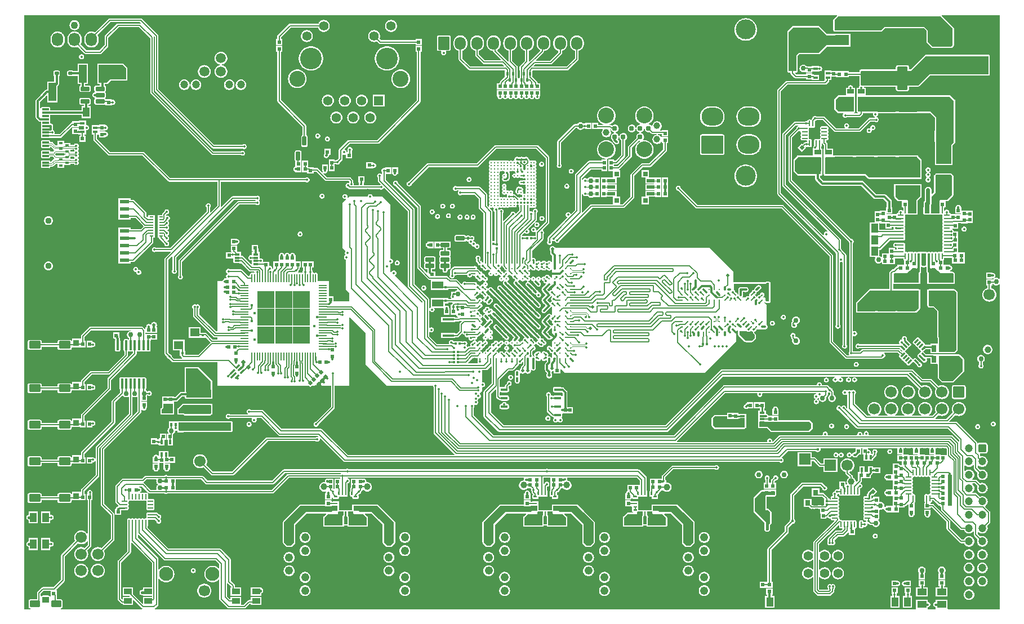
<source format=gtl>
%FSLAX23Y23*%
%MOIN*%
%SFA1B1*%

%IPPOS*%
%AMD27*
4,1,8,0.025600,0.019700,-0.025600,0.019700,-0.029500,0.015700,-0.029500,-0.015700,-0.025600,-0.019700,0.025600,-0.019700,0.029500,-0.015700,0.029500,0.015700,0.025600,0.019700,0.0*
1,1,0.007880,0.025600,0.015700*
1,1,0.007880,-0.025600,0.015700*
1,1,0.007880,-0.025600,-0.015700*
1,1,0.007880,0.025600,-0.015700*
%
%AMD28*
4,1,8,0.016100,0.017700,-0.016100,0.017700,-0.019700,0.014200,-0.019700,-0.014200,-0.016100,-0.017700,0.016100,-0.017700,0.019700,-0.014200,0.019700,0.014200,0.016100,0.017700,0.0*
1,1,0.007080,0.016100,0.014200*
1,1,0.007080,-0.016100,0.014200*
1,1,0.007080,-0.016100,-0.014200*
1,1,0.007080,0.016100,-0.014200*
%
%AMD31*
4,1,8,0.004900,-0.015000,0.004900,0.015000,0.003700,0.016200,-0.003700,0.016200,-0.004900,0.015000,-0.004900,-0.015000,-0.003700,-0.016200,0.003700,-0.016200,0.004900,-0.015000,0.0*
1,1,0.002460,0.003700,-0.015000*
1,1,0.002460,0.003700,0.015000*
1,1,0.002460,-0.003700,0.015000*
1,1,0.002460,-0.003700,-0.015000*
%
%AMD32*
4,1,8,0.016200,-0.003700,0.016200,0.003700,0.015000,0.004900,-0.015000,0.004900,-0.016200,0.003700,-0.016200,-0.003700,-0.015000,-0.004900,0.015000,-0.004900,0.016200,-0.003700,0.0*
1,1,0.002460,0.015000,-0.003700*
1,1,0.002460,0.015000,0.003700*
1,1,0.002460,-0.015000,0.003700*
1,1,0.002460,-0.015000,-0.003700*
%
%AMD34*
4,1,8,-0.031500,0.038300,-0.031500,-0.038300,-0.026500,-0.043300,0.026500,-0.043300,0.031500,-0.038300,0.031500,0.038300,0.026500,0.043300,-0.026500,0.043300,-0.031500,0.038300,0.0*
1,1,0.010080,-0.026500,0.038300*
1,1,0.010080,-0.026500,-0.038300*
1,1,0.010080,0.026500,-0.038300*
1,1,0.010080,0.026500,0.038300*
%
%AMD35*
4,1,8,0.014100,-0.007100,-0.007100,0.014100,-0.008800,0.014100,-0.014100,0.008800,-0.014100,0.007100,0.007100,-0.014100,0.008800,-0.014100,0.014100,-0.008800,0.014100,-0.007100,0.0*
1,1,0.002460,0.013200,-0.008000*
1,1,0.002460,-0.008000,0.013200*
1,1,0.002460,-0.013200,0.008000*
1,1,0.002460,0.008000,-0.013200*
%
%AMD36*
4,1,8,0.014100,0.008800,0.008800,0.014100,0.007100,0.014100,-0.014100,-0.007100,-0.014100,-0.008800,-0.008800,-0.014100,-0.007100,-0.014100,0.014100,0.007100,0.014100,0.008800,0.0*
1,1,0.002460,0.013200,0.008000*
1,1,0.002460,0.008000,0.013200*
1,1,0.002460,-0.013200,-0.008000*
1,1,0.002460,-0.008000,-0.013200*
%
%AMD37*
4,1,4,0.000000,0.046700,-0.046700,0.000000,0.000000,-0.046700,0.046700,0.000000,0.000000,0.046700,0.0*
%
%AMD44*
4,1,8,0.009600,0.008900,-0.009600,0.008900,-0.011800,0.006600,-0.011800,-0.006600,-0.009600,-0.008900,0.009600,-0.008900,0.011800,-0.006600,0.011800,0.006600,0.009600,0.008900,0.0*
1,1,0.004440,0.009600,0.006600*
1,1,0.004440,-0.009600,0.006600*
1,1,0.004440,-0.009600,-0.006600*
1,1,0.004440,0.009600,-0.006600*
%
%AMD45*
4,1,8,0.023100,0.011800,-0.023100,0.011800,-0.026100,0.008900,-0.026100,-0.008900,-0.023100,-0.011800,0.023100,-0.011800,0.026100,-0.008900,0.026100,0.008900,0.023100,0.011800,0.0*
1,1,0.005900,0.023100,0.008900*
1,1,0.005900,-0.023100,0.008900*
1,1,0.005900,-0.023100,-0.008900*
1,1,0.005900,0.023100,-0.008900*
%
%AMD53*
4,1,4,0.014100,0.000300,0.000300,0.014100,-0.014100,-0.000300,-0.000300,-0.014100,0.014100,0.000300,0.0*
%
%AMD57*
4,1,8,0.000000,-0.023600,0.000000,-0.023600,0.003900,-0.019700,0.003900,0.019700,0.000000,0.023600,0.000000,0.023600,-0.003900,0.019700,-0.003900,-0.019700,0.000000,-0.023600,0.0*
1,1,0.007880,0.000000,-0.019700*
1,1,0.007880,0.000000,-0.019700*
1,1,0.007880,0.000000,0.019700*
1,1,0.007880,0.000000,0.019700*
%
%AMD58*
4,1,8,-0.023600,0.000000,-0.023600,0.000000,-0.019700,-0.003900,0.019700,-0.003900,0.023600,0.000000,0.023600,0.000000,0.019700,0.003900,-0.019700,0.003900,-0.023600,0.000000,0.0*
1,1,0.007880,-0.019700,0.000000*
1,1,0.007880,-0.019700,0.000000*
1,1,0.007880,0.019700,0.000000*
1,1,0.007880,0.019700,0.000000*
%
%AMD61*
4,1,8,0.031200,0.021700,-0.031200,0.021700,-0.034400,0.018400,-0.034400,-0.018400,-0.031200,-0.021700,0.031200,-0.021700,0.034400,-0.018400,0.034400,0.018400,0.031200,0.021700,0.0*
1,1,0.006500,0.031200,0.018400*
1,1,0.006500,-0.031200,0.018400*
1,1,0.006500,-0.031200,-0.018400*
1,1,0.006500,0.031200,-0.018400*
%
%AMD63*
4,1,8,0.017200,-0.003700,0.017200,0.003700,0.016000,0.004900,-0.016000,0.004900,-0.017200,0.003700,-0.017200,-0.003700,-0.016000,-0.004900,0.016000,-0.004900,0.017200,-0.003700,0.0*
1,1,0.002460,0.016000,-0.003700*
1,1,0.002460,0.016000,0.003700*
1,1,0.002460,-0.016000,0.003700*
1,1,0.002460,-0.016000,-0.003700*
%
%AMD64*
4,1,8,0.004900,-0.016000,0.004900,0.016000,0.003700,0.017200,-0.003700,0.017200,-0.004900,0.016000,-0.004900,-0.016000,-0.003700,-0.017200,0.003700,-0.017200,0.004900,-0.016000,0.0*
1,1,0.002460,0.003700,-0.016000*
1,1,0.002460,0.003700,0.016000*
1,1,0.002460,-0.003700,0.016000*
1,1,0.002460,-0.003700,-0.016000*
%
%AMD72*
4,1,8,-0.011800,0.023100,-0.011800,-0.023100,-0.008900,-0.026100,0.008900,-0.026100,0.011800,-0.023100,0.011800,0.023100,0.008900,0.026100,-0.008900,0.026100,-0.011800,0.023100,0.0*
1,1,0.005900,-0.008900,0.023100*
1,1,0.005900,-0.008900,-0.023100*
1,1,0.005900,0.008900,-0.023100*
1,1,0.005900,0.008900,0.023100*
%
%AMD73*
4,1,8,0.019700,-0.004700,0.019700,0.004700,0.018500,0.005900,-0.018500,0.005900,-0.019700,0.004700,-0.019700,-0.004700,-0.018500,-0.005900,0.018500,-0.005900,0.019700,-0.004700,0.0*
1,1,0.002360,0.018500,-0.004700*
1,1,0.002360,0.018500,0.004700*
1,1,0.002360,-0.018500,0.004700*
1,1,0.002360,-0.018500,-0.004700*
%
%AMD74*
4,1,8,0.015700,-0.011800,0.015700,0.011800,0.012800,0.014800,-0.012800,0.014800,-0.015700,0.011800,-0.015700,-0.011800,-0.012800,-0.014800,0.012800,-0.014800,0.015700,-0.011800,0.0*
1,1,0.005900,0.012800,-0.011800*
1,1,0.005900,0.012800,0.011800*
1,1,0.005900,-0.012800,0.011800*
1,1,0.005900,-0.012800,-0.011800*
%
%AMD80*
4,1,8,-0.007900,0.027100,-0.007900,-0.027100,-0.005900,-0.029000,0.005900,-0.029000,0.007900,-0.027100,0.007900,0.027100,0.005900,0.029000,-0.005900,0.029000,-0.007900,0.027100,0.0*
1,1,0.003940,-0.005900,0.027100*
1,1,0.003940,-0.005900,-0.027100*
1,1,0.003940,0.005900,-0.027100*
1,1,0.003940,0.005900,0.027100*
%
%AMD85*
4,1,4,-0.014800,-0.000700,-0.000700,-0.014800,0.014800,0.000700,0.000700,0.014800,-0.014800,-0.000700,0.0*
%
%AMD86*
4,1,4,0.015700,0.007900,0.007900,0.015700,-0.015700,-0.007900,-0.007900,-0.015700,0.015700,0.007900,0.0*
%
%AMD87*
4,1,4,0.014300,0.006500,0.006500,0.014300,-0.014300,-0.006500,-0.006500,-0.014300,0.014300,0.006500,0.0*
%
%AMD89*
4,1,8,-0.015700,0.003700,-0.015700,-0.003700,-0.014500,-0.004900,0.014500,-0.004900,0.015700,-0.003700,0.015700,0.003700,0.014500,0.004900,-0.014500,0.004900,-0.015700,0.003700,0.0*
1,1,0.002460,-0.014500,0.003700*
1,1,0.002460,-0.014500,-0.003700*
1,1,0.002460,0.014500,-0.003700*
1,1,0.002460,0.014500,0.003700*
%
%AMD90*
4,1,8,-0.004900,0.014500,-0.004900,-0.014500,-0.003700,-0.015700,0.003700,-0.015700,0.004900,-0.014500,0.004900,0.014500,0.003700,0.015700,-0.003700,0.015700,-0.004900,0.014500,0.0*
1,1,0.002460,-0.003700,0.014500*
1,1,0.002460,-0.003700,-0.014500*
1,1,0.002460,0.003700,-0.014500*
1,1,0.002460,0.003700,0.014500*
%
%AMD96*
4,1,8,0.017700,0.007900,-0.017700,0.007900,-0.019700,0.005900,-0.019700,-0.005900,-0.017700,-0.007900,0.017700,-0.007900,0.019700,-0.005900,0.019700,0.005900,0.017700,0.007900,0.0*
1,1,0.003940,0.017700,0.005900*
1,1,0.003940,-0.017700,0.005900*
1,1,0.003940,-0.017700,-0.005900*
1,1,0.003940,0.017700,-0.005900*
%
%AMD101*
4,1,8,-0.043300,0.046500,-0.043300,-0.046500,-0.034600,-0.055100,0.034600,-0.055100,0.043300,-0.046500,0.043300,0.046500,0.034600,0.055100,-0.034600,0.055100,-0.043300,0.046500,0.0*
1,1,0.017320,-0.034600,0.046500*
1,1,0.017320,-0.034600,-0.046500*
1,1,0.017320,0.034600,-0.046500*
1,1,0.017320,0.034600,0.046500*
%
%AMD102*
4,1,8,-0.031500,0.063900,-0.031500,-0.063900,-0.026500,-0.068900,0.026500,-0.068900,0.031500,-0.063900,0.031500,0.063900,0.026500,0.068900,-0.026500,0.068900,-0.031500,0.063900,0.0*
1,1,0.010080,-0.026500,0.063900*
1,1,0.010080,-0.026500,-0.063900*
1,1,0.010080,0.026500,-0.063900*
1,1,0.010080,0.026500,0.063900*
%
%AMD228*
4,1,8,0.032500,-0.018900,0.032500,0.018900,0.006900,0.018900,0.006900,0.049300,-0.006800,0.049300,-0.006800,0.018900,-0.032400,0.018900,-0.032400,-0.018900,0.032500,-0.018900,0.0*
%
%AMD229*
4,1,5,0.011000,0.000000,0.011000,-0.005000,-0.010900,-0.005000,-0.010900,0.005000,0.006000,0.005000,0.011000,0.000000,0.0*
%
%AMD230*
4,1,5,0.006000,-0.005000,0.011000,0.000000,0.011000,0.005000,-0.010900,0.005000,-0.010900,-0.005000,0.006000,-0.005000,0.0*
%
%AMD231*
4,1,5,0.005000,-0.010900,-0.005000,-0.010900,-0.005000,0.006000,0.000000,0.011000,0.005000,0.011000,0.005000,-0.010900,0.0*
%
%AMD232*
4,1,5,0.005000,-0.010900,-0.005000,-0.010900,-0.005000,0.011000,0.000000,0.011000,0.005000,0.006000,0.005000,-0.010900,0.0*
%
%AMD233*
4,1,5,0.011000,0.005000,0.011000,-0.005000,-0.005900,-0.005000,-0.010900,0.000000,-0.010900,0.005000,0.011000,0.005000,0.0*
%
%AMD234*
4,1,5,0.011000,0.005000,0.011000,-0.005000,-0.010900,-0.005000,-0.010900,0.000000,-0.005900,0.005000,0.011000,0.005000,0.0*
%
%AMD235*
4,1,5,0.000000,-0.010900,-0.005000,-0.010900,-0.005000,0.011000,0.005000,0.011000,0.005000,-0.005900,0.000000,-0.010900,0.0*
%
%AMD236*
4,1,5,-0.005000,-0.005900,0.000000,-0.010900,0.005000,-0.010900,0.005000,0.011000,-0.005000,0.011000,-0.005000,-0.005900,0.0*
%
%AMD252*
4,1,8,0.023600,-0.018700,0.023600,0.018700,0.018700,0.023600,-0.018700,0.023600,-0.023600,0.018700,-0.023600,-0.018700,-0.018700,-0.023600,0.018700,-0.023600,0.023600,-0.018700,0.0*
1,1,0.009920,0.018700,-0.018700*
1,1,0.009920,0.018700,0.018700*
1,1,0.009920,-0.018700,0.018700*
1,1,0.009920,-0.018700,-0.018700*
%
%AMD253*
4,1,8,-0.033500,0.000000,-0.033500,0.000000,0.000000,-0.033500,0.000000,-0.033500,0.033500,0.000000,0.033500,0.000000,0.000000,0.033500,0.000000,0.033500,-0.033500,0.000000,0.0*
1,1,0.066940,0.000000,0.000000*
1,1,0.066940,0.000000,0.000000*
1,1,0.066940,0.000000,0.000000*
1,1,0.066940,0.000000,0.000000*
%
%AMD264*
4,1,8,0.033500,-0.028400,0.033500,0.028400,0.028400,0.033500,-0.028400,0.033500,-0.033500,0.028400,-0.033500,-0.028400,-0.028400,-0.033500,0.028400,-0.033500,0.033500,-0.028400,0.0*
1,1,0.010040,0.028400,-0.028400*
1,1,0.010040,0.028400,0.028400*
1,1,0.010040,-0.028400,0.028400*
1,1,0.010040,-0.028400,-0.028400*
%
%AMD265*
4,1,8,0.000000,-0.033500,0.000000,-0.033500,0.033500,0.000000,0.033500,0.000000,0.000000,0.033500,0.000000,0.033500,-0.033500,0.000000,-0.033500,0.000000,0.000000,-0.033500,0.0*
1,1,0.066940,0.000000,0.000000*
1,1,0.066940,0.000000,0.000000*
1,1,0.066940,0.000000,0.000000*
1,1,0.066940,0.000000,0.000000*
%
%AMD266*
4,1,8,-0.065000,0.000000,-0.065000,0.000000,-0.011800,-0.053100,0.011800,-0.053100,0.065000,0.000000,0.065000,0.000000,0.011800,0.053100,-0.011800,0.053100,-0.065000,0.000000,0.0*
1,1,0.106300,-0.011800,0.000000*
1,1,0.106300,-0.011800,0.000000*
1,1,0.106300,0.011800,0.000000*
1,1,0.106300,0.011800,0.000000*
%
%AMD267*
4,1,8,-0.065000,0.048400,-0.065000,-0.048400,-0.060200,-0.053100,0.060200,-0.053100,0.065000,-0.048400,0.065000,0.048400,0.060200,0.053100,-0.060200,0.053100,-0.065000,0.048400,0.0*
1,1,0.009560,-0.060200,0.048400*
1,1,0.009560,-0.060200,-0.048400*
1,1,0.009560,0.060200,-0.048400*
1,1,0.009560,0.060200,0.048400*
%
%AMD276*
4,1,8,-0.034100,0.005900,-0.034100,-0.005900,0.000000,-0.040000,0.000000,-0.040000,0.034100,-0.005900,0.034100,0.005900,0.000000,0.040000,0.000000,0.040000,-0.034100,0.005900,0.0*
1,1,0.068120,0.000000,0.005900*
1,1,0.068120,0.000000,-0.005900*
1,1,0.068120,0.000000,-0.005900*
1,1,0.068120,0.000000,0.005900*
%
%AMD281*
4,1,8,0.028400,0.038400,-0.028400,0.038400,-0.033500,0.033400,-0.033500,-0.033400,-0.028400,-0.038400,0.028400,-0.038400,0.033500,-0.033400,0.033500,0.033400,0.028400,0.038400,0.0*
1,1,0.010040,0.028400,0.033400*
1,1,0.010040,-0.028400,0.033400*
1,1,0.010040,-0.028400,-0.033400*
1,1,0.010040,0.028400,-0.033400*
%
%AMD282*
4,1,8,0.000000,0.038400,0.000000,0.038400,-0.033500,0.004900,-0.033500,-0.004900,0.000000,-0.038400,0.000000,-0.038400,0.033500,-0.004900,0.033500,0.004900,0.000000,0.038400,0.0*
1,1,0.066940,0.000000,0.004900*
1,1,0.066940,0.000000,0.004900*
1,1,0.066940,0.000000,-0.004900*
1,1,0.066940,0.000000,-0.004900*
%
%ADD11C,0.004720*%
%ADD13C,0.003940*%
%ADD17C,0.005910*%
%ADD18C,0.007870*%
%ADD26R,0.011810X0.023620*%
G04~CAMADD=27~8~0.0~0.0~590.6~393.7~39.4~0.0~15~0.0~0.0~0.0~0.0~0~0.0~0.0~0.0~0.0~0~0.0~0.0~0.0~0.0~590.6~393.7*
%ADD27D27*%
G04~CAMADD=28~8~0.0~0.0~393.7~354.3~35.4~0.0~15~0.0~0.0~0.0~0.0~0~0.0~0.0~0.0~0.0~0~0.0~0.0~0.0~0.0~393.7~354.3*
%ADD28D28*%
%ADD29R,0.020000X0.022000*%
%ADD30R,0.145670X0.047240*%
G04~CAMADD=31~8~0.0~0.0~324.8~98.4~12.3~0.0~15~0.0~0.0~0.0~0.0~0~0.0~0.0~0.0~0.0~0~0.0~0.0~0.0~270.0~98.0~324.0*
%ADD31D31*%
G04~CAMADD=32~8~0.0~0.0~98.4~324.8~12.3~0.0~15~0.0~0.0~0.0~0.0~0~0.0~0.0~0.0~0.0~0~0.0~0.0~0.0~270.0~324.0~98.0*
%ADD32D32*%
%ADD33R,0.066140X0.066140*%
G04~CAMADD=34~8~0.0~0.0~866.1~629.9~50.4~0.0~15~0.0~0.0~0.0~0.0~0~0.0~0.0~0.0~0.0~0~0.0~0.0~0.0~90.0~630.0~866.0*
%ADD34D34*%
G04~CAMADD=35~8~0.0~0.0~324.8~98.4~12.3~0.0~15~0.0~0.0~0.0~0.0~0~0.0~0.0~0.0~0.0~0~0.0~0.0~0.0~315.0~290.0~289.0*
%ADD35D35*%
G04~CAMADD=36~8~0.0~0.0~98.4~324.8~12.3~0.0~15~0.0~0.0~0.0~0.0~0~0.0~0.0~0.0~0.0~0~0.0~0.0~0.0~315.0~290.0~289.0*
%ADD36D36*%
G04~CAMADD=37~10~0.0~661.4~0.0~0.0~0.0~0.0~0~0.0~0.0~0.0~0.0~0~0.0~0.0~0.0~0.0~0~0.0~0.0~0.0~405.0~661.4~0.0*
%ADD37D37*%
%ADD38R,0.013780X0.021650*%
%ADD39R,0.031500X0.011810*%
%ADD40R,0.023620X0.011810*%
%ADD41R,0.021970X0.010000*%
%ADD42R,0.010000X0.021970*%
%ADD43R,0.045000X0.105000*%
G04~CAMADD=44~8~0.0~0.0~236.2~177.2~22.2~0.0~15~0.0~0.0~0.0~0.0~0~0.0~0.0~0.0~0.0~0~0.0~0.0~0.0~0.0~236.2~177.2*
%ADD44D44*%
G04~CAMADD=45~8~0.0~0.0~521.7~236.2~29.5~0.0~15~0.0~0.0~0.0~0.0~0~0.0~0.0~0.0~0.0~0~0.0~0.0~0.0~0.0~521.7~236.2*
%ADD45D45*%
%ADD46R,0.105000X0.045000*%
%ADD47R,0.022000X0.020000*%
%ADD48R,0.019680X0.020470*%
%ADD49C,0.029530*%
%ADD50R,0.015750X0.012210*%
%ADD51C,0.019680*%
%ADD52C,0.039370*%
G04~CAMADD=53~9~0.0~0.0~196.8~204.7~0.0~0.0~0~0.0~0.0~0.0~0.0~0~0.0~0.0~0.0~0.0~0~0.0~0.0~0.0~315.0~282.0~281.0*
%ADD53D53*%
%ADD54R,0.039370X0.082680*%
%ADD55R,0.039370X0.027560*%
%ADD56R,0.020470X0.019680*%
G04~CAMADD=57~8~0.0~0.0~78.7~472.4~39.4~0.0~15~0.0~0.0~0.0~0.0~0~0.0~0.0~0.0~0.0~0~0.0~0.0~0.0~180.0~78.0~472.0*
%ADD57D57*%
G04~CAMADD=58~8~0.0~0.0~78.7~472.4~39.4~0.0~15~0.0~0.0~0.0~0.0~0~0.0~0.0~0.0~0.0~0~0.0~0.0~0.0~90.0~472.0~78.0*
%ADD58D58*%
%ADD59R,0.104990X0.104990*%
%ADD60R,0.040000X0.056000*%
G04~CAMADD=61~8~0.0~0.0~689.0~433.1~32.5~0.0~15~0.0~0.0~0.0~0.0~0~0.0~0.0~0.0~0.0~0~0.0~0.0~0.0~0.0~689.0~433.1*
%ADD61D61*%
%ADD62R,0.032280X0.035000*%
G04~CAMADD=63~8~0.0~0.0~98.4~344.5~12.3~0.0~15~0.0~0.0~0.0~0.0~0~0.0~0.0~0.0~0.0~0~0.0~0.0~0.0~270.0~344.0~98.0*
%ADD63D63*%
G04~CAMADD=64~8~0.0~0.0~344.5~98.4~12.3~0.0~15~0.0~0.0~0.0~0.0~0~0.0~0.0~0.0~0.0~0~0.0~0.0~0.0~270.0~98.0~344.0*
%ADD64D64*%
%ADD65R,0.202760X0.202760*%
%ADD66R,0.038390X0.055120*%
%ADD67R,0.017720X0.012600*%
%ADD68R,0.015750X0.025590*%
%ADD69R,0.102360X0.102360*%
%ADD70R,0.082680X0.039370*%
%ADD71R,0.027560X0.039370*%
G04~CAMADD=72~8~0.0~0.0~521.7~236.2~29.5~0.0~15~0.0~0.0~0.0~0.0~0~0.0~0.0~0.0~0.0~0~0.0~0.0~0.0~90.0~236.0~522.0*
%ADD72D72*%
G04~CAMADD=73~8~0.0~0.0~118.1~393.7~11.8~0.0~15~0.0~0.0~0.0~0.0~0~0.0~0.0~0.0~0.0~0~0.0~0.0~0.0~270.0~394.0~118.0*
%ADD73D73*%
G04~CAMADD=74~8~0.0~0.0~295.3~315.0~29.5~0.0~15~0.0~0.0~0.0~0.0~0~0.0~0.0~0.0~0.0~0~0.0~0.0~0.0~270.0~316.0~295.0*
%ADD74D74*%
%ADD75R,0.094490X0.047240*%
%ADD76R,0.055120X0.024020*%
%ADD77R,0.025590X0.015750*%
%ADD78R,0.016000X0.110000*%
%ADD79R,0.023810X0.008030*%
G04~CAMADD=80~8~0.0~0.0~580.7~157.5~19.7~0.0~15~0.0~0.0~0.0~0.0~0~0.0~0.0~0.0~0.0~0~0.0~0.0~0.0~90.0~158.0~582.0*
%ADD80D80*%
%ADD81R,0.055120X0.047240*%
%ADD82R,0.046000X0.033000*%
%ADD83R,0.056000X0.040000*%
%ADD84R,0.012600X0.017720*%
G04~CAMADD=85~9~0.0~0.0~200.0~220.0~0.0~0.0~0~0.0~0.0~0.0~0.0~0~0.0~0.0~0.0~0.0~0~0.0~0.0~0.0~135.0~296.0~295.0*
%ADD85D85*%
G04~CAMADD=86~9~0.0~0.0~110.2~334.7~0.0~0.0~0~0.0~0.0~0.0~0.0~0~0.0~0.0~0.0~0.0~0~0.0~0.0~0.0~315.0~314.0~313.0*
%ADD86D86*%
G04~CAMADD=87~9~0.0~0.0~110.2~295.3~0.0~0.0~0~0.0~0.0~0.0~0.0~0~0.0~0.0~0.0~0.0~0~0.0~0.0~0.0~315.0~286.0~285.0*
%ADD87D87*%
%ADD88R,0.131890X0.131890*%
G04~CAMADD=89~8~0.0~0.0~98.4~315.0~12.3~0.0~15~0.0~0.0~0.0~0.0~0~0.0~0.0~0.0~0.0~0~0.0~0.0~0.0~90.0~314.0~98.0*
%ADD89D89*%
G04~CAMADD=90~8~0.0~0.0~315.0~98.4~12.3~0.0~15~0.0~0.0~0.0~0.0~0~0.0~0.0~0.0~0.0~0~0.0~0.0~0.0~90.0~98.0~314.0*
%ADD90D90*%
%ADD91R,0.029530X0.033470*%
%ADD92R,0.055120X0.038390*%
%ADD93R,0.029530X0.011810*%
%ADD94R,0.064960X0.094490*%
%ADD95R,0.012210X0.015750*%
G04~CAMADD=96~8~0.0~0.0~393.7~157.5~19.7~0.0~15~0.0~0.0~0.0~0.0~0~0.0~0.0~0.0~0.0~0~0.0~0.0~0.0~0.0~393.7~157.5*
%ADD96D96*%
%ADD97R,0.133860X0.169290*%
%ADD98R,0.068900X0.015750*%
%ADD99R,0.066930X0.043310*%
%ADD100C,0.012600*%
G04~CAMADD=101~8~0.0~0.0~1102.4~866.1~86.6~0.0~15~0.0~0.0~0.0~0.0~0~0.0~0.0~0.0~0.0~0~0.0~0.0~0.0~90.0~866.0~1102.0*
%ADD101D101*%
G04~CAMADD=102~8~0.0~0.0~1378.0~629.9~50.4~0.0~15~0.0~0.0~0.0~0.0~0~0.0~0.0~0.0~0.0~0~0.0~0.0~0.0~90.0~630.0~1378.0*
%ADD102D102*%
%ADD103R,0.078740X0.059060*%
%ADD104R,0.078740X0.149610*%
%ADD105C,0.010430*%
%ADD106R,0.047240X0.019680*%
%ADD107R,0.027560X0.027560*%
%ADD108C,0.031000*%
%ADD228D228*%
%ADD229D229*%
%ADD230D230*%
%ADD231D231*%
%ADD232D232*%
%ADD233D233*%
%ADD234D234*%
%ADD235D235*%
%ADD236D236*%
%ADD237R,0.040000X0.055000*%
%ADD238C,0.013780*%
%ADD239C,0.007040*%
%ADD240C,0.005660*%
%ADD241C,0.011810*%
%ADD242C,0.006500*%
%ADD243C,0.009840*%
%ADD244C,0.015750*%
%ADD245C,0.004830*%
%ADD246C,0.004430*%
%ADD247C,0.011020*%
%ADD248C,0.003940*%
%ADD249C,0.006500*%
%ADD250C,0.052490*%
%ADD251C,0.047240*%
G04~CAMADD=252~8~0.0~0.0~472.4~472.4~49.6~0.0~15~0.0~0.0~0.0~0.0~0~0.0~0.0~0.0~0.0~0~0.0~0.0~0.0~270.0~472.0~472.0*
%ADD252D252*%
G04~CAMADD=253~8~0.0~0.0~669.3~669.3~334.7~0.0~15~0.0~0.0~0.0~0.0~0~0.0~0.0~0.0~0.0~0~0.0~0.0~0.0~90.0~670.0~669.0*
%ADD253D253*%
%ADD254R,0.066930X0.066930*%
%ADD255R,0.066930X0.066930*%
%ADD256C,0.037000*%
%ADD257C,0.066930*%
%ADD258C,0.082680*%
%ADD259C,0.048820*%
%ADD260C,0.079000*%
%ADD261C,0.125980*%
%ADD262C,0.055120*%
%ADD263C,0.021650*%
G04~CAMADD=264~8~0.0~0.0~669.3~669.3~50.2~0.0~15~0.0~0.0~0.0~0.0~0~0.0~0.0~0.0~0.0~0~0.0~0.0~0.0~270.0~670.0~670.0*
%ADD264D264*%
G04~CAMADD=265~8~0.0~0.0~669.3~669.3~334.7~0.0~15~0.0~0.0~0.0~0.0~0~0.0~0.0~0.0~0.0~0~0.0~0.0~0.0~180.0~670.0~669.0*
%ADD265D265*%
G04~CAMADD=266~8~0.0~0.0~1063.0~1299.2~531.5~0.0~15~0.0~0.0~0.0~0.0~0~0.0~0.0~0.0~0.0~0~0.0~0.0~0.0~90.0~1300.0~1063.0*
%ADD266D266*%
G04~CAMADD=267~8~0.0~0.0~1063.0~1299.2~47.8~0.0~15~0.0~0.0~0.0~0.0~0~0.0~0.0~0.0~0.0~0~0.0~0.0~0.0~90.0~1300.0~1062.0*
%ADD267D267*%
%ADD268C,0.118110*%
%ADD269R,0.055430X0.055430*%
%ADD270C,0.055430*%
%ADD271C,0.094490*%
%ADD272C,0.127950*%
%ADD273C,0.055040*%
%ADD274C,0.059840*%
%ADD275C,0.141730*%
G04~CAMADD=276~8~0.0~0.0~799.2~681.1~340.6~0.0~15~0.0~0.0~0.0~0.0~0~0.0~0.0~0.0~0.0~0~0.0~0.0~0.0~90.0~682.0~799.0*
%ADD276D276*%
%ADD277R,0.068110X0.079920*%
%ADD278C,0.043310*%
%ADD279C,0.093500*%
%ADD280C,0.039000*%
G04~CAMADD=281~8~0.0~0.0~669.3~767.7~50.2~0.0~15~0.0~0.0~0.0~0.0~0~0.0~0.0~0.0~0.0~0~0.0~0.0~0.0~0.0~669.3~767.7*
%ADD281D281*%
G04~CAMADD=282~8~0.0~0.0~669.3~767.7~334.7~0.0~15~0.0~0.0~0.0~0.0~0~0.0~0.0~0.0~0.0~0~0.0~0.0~0.0~0.0~669.3~767.7*
%ADD282D282*%
%ADD283C,0.204720*%
%ADD284C,0.145670*%
%ADD285C,0.013780*%
%ADD286C,0.017720*%
%LNbenchy-mb-pcb-changes-1*%
%LPD*%
G36*
X6289Y4232D02*
Y4133D01*
X6279Y4124*
X6171*
X6141Y4153*
Y4222*
X6122Y4242*
X5885*
X5866Y4222*
X5590*
Y4281*
X5612Y4303*
X6218*
X6289Y4232*
G37*
G36*
X6566Y2752D02*
X6562Y2750D01*
X6562Y2751*
X6560Y2752*
X6558Y2754*
X6555Y2755*
X6553Y2756*
X6551Y2756*
X6548Y2756*
X6545*
X6543Y2756*
X6540Y2756*
X6539Y2755*
X6538Y2757*
X6537Y2758*
X6538Y2759*
X6538Y2759*
X6538Y2759*
X6538Y2760*
X6539Y2760*
X6539Y2761*
X6539Y2761*
X6540Y2761*
X6540Y2762*
X6540Y2762*
X6540Y2763*
X6541Y2763*
X6541Y2764*
X6541Y2764*
X6541Y2764*
X6541Y2765*
X6541Y2765*
X6541Y2766*
X6542Y2766*
X6542Y2767*
X6542Y2767*
X6542Y2768*
X6542Y2768*
Y2769*
X6542Y2769*
X6542Y2770*
Y2770*
X6542Y2771*
X6542Y2771*
X6542Y2772*
X6542Y2772*
X6541Y2773*
X6541Y2773*
X6541Y2773*
X6541Y2774*
X6541Y2774*
X6541Y2775*
X6541Y2775*
X6540Y2776*
X6540Y2776*
X6540Y2777*
X6540Y2777*
X6539Y2777*
X6539Y2778*
X6539Y2778*
X6538Y2779*
X6538Y2779*
X6538Y2779*
X6538Y2780*
X6537Y2780*
X6537Y2780*
X6536Y2781*
X6536Y2781*
X6536Y2781*
X6535Y2781*
X6535Y2782*
X6534Y2782*
X6534Y2782*
X6534Y2782*
X6533Y2783*
X6533Y2783*
X6532Y2783*
X6532Y2783*
X6531Y2783*
X6531Y2783*
X6530Y2784*
X6530Y2784*
X6529Y2784*
X6529Y2784*
X6529Y2784*
X6528Y2784*
X6528*
X6527Y2784*
X6524*
Y2787*
X6487*
Y2752*
X6524*
Y2754*
X6527*
X6528Y2754*
X6528*
X6529Y2754*
X6529Y2755*
X6529Y2755*
X6530Y2755*
X6530Y2755*
X6531Y2755*
X6532Y2751*
X6532Y2751*
X6530Y2749*
X6528Y2747*
X6528Y2747*
X6524Y2747*
X6487*
Y2712*
X6494*
Y2696*
X6493Y2696*
X6490Y2695*
X6486Y2693*
X6483Y2691*
X6480Y2689*
X6477Y2687*
X6475Y2685*
X6473Y2682*
X6471Y2679*
X6469Y2676*
X6467Y2672*
X6466Y2669*
X6465Y2666*
X6464Y2662*
X6464Y2658*
Y2655*
X6464Y2651*
X6465Y2648*
X6466Y2644*
X6467Y2641*
X6469Y2637*
X6471Y2634*
X6473Y2631*
X6475Y2629*
X6477Y2626*
X6480Y2624*
X6483Y2622*
X6486Y2620*
X6490Y2618*
X6493Y2617*
X6496Y2616*
X6500Y2616*
X6504Y2615*
X6507*
X6511Y2616*
X6514Y2616*
X6518Y2617*
X6521Y2618*
X6525Y2620*
X6528Y2622*
X6531Y2624*
X6533Y2626*
X6536Y2629*
X6538Y2631*
X6540Y2634*
X6542Y2637*
X6544Y2641*
X6545Y2644*
X6546Y2648*
X6546Y2651*
X6547Y2655*
Y2658*
X6546Y2662*
X6546Y2666*
X6545Y2669*
X6544Y2672*
X6542Y2676*
X6540Y2679*
X6538Y2682*
X6536Y2685*
X6533Y2687*
X6531Y2689*
X6528Y2691*
X6525Y2693*
X6521Y2695*
X6518Y2696*
X6517Y2696*
Y2712*
X6524*
Y2720*
X6529*
X6530Y2719*
X6532Y2717*
X6534Y2715*
X6536Y2714*
X6538Y2713*
X6540Y2712*
X6543Y2711*
X6545Y2711*
X6548*
X6551Y2711*
X6553Y2712*
X6555Y2713*
X6558Y2714*
X6560Y2715*
X6562Y2717*
X6562Y2717*
X6566Y2716*
Y795*
X6263*
X6259Y796*
Y799*
Y850*
X6188*
Y837*
X6188Y837*
X6188*
X6187Y837*
X6187Y837*
X6186Y837*
X6186Y837*
X6185Y837*
X6185Y837*
X6184Y836*
X6184Y836*
X6183Y836*
X6183Y836*
X6182Y836*
X6182Y836*
X6182Y835*
X6181Y835*
X6181Y835*
X6180Y835*
X6180Y834*
X6179Y834*
X6179Y834*
X6179Y833*
X6178Y833*
X6178Y833*
X6178Y832*
X6177Y832*
X6177Y832*
X6177Y831*
X6176Y831*
X6176Y831*
X6176Y830*
X6176Y830*
X6175Y829*
X6175Y829*
X6175Y828*
X6175Y828*
X6175Y828*
X6174Y827*
X6174Y827*
X6174Y826*
X6174Y826*
X6174Y825*
X6174Y825*
X6174Y824*
X6174Y824*
X6174Y823*
Y823*
X6174Y822*
X6174Y822*
Y821*
X6174Y821*
X6174Y820*
X6174Y820*
X6174Y819*
X6174Y819*
X6174Y819*
X6174Y818*
X6174Y818*
X6175Y817*
X6175Y817*
X6175Y816*
X6175Y816*
X6175Y815*
X6176Y815*
X6176Y815*
X6176Y814*
X6176Y814*
X6177Y813*
X6177Y813*
X6177Y813*
X6178Y812*
X6178Y812*
X6178Y812*
X6179Y811*
X6179Y811*
X6179Y811*
X6180Y810*
X6180Y810*
X6181Y810*
X6181Y810*
X6182Y809*
X6182Y809*
X6182Y809*
X6183Y809*
X6183Y809*
X6184Y808*
X6184Y808*
X6185Y808*
X6185Y808*
X6186Y808*
X6186Y808*
X6187Y808*
X6187Y808*
X6188Y808*
X6188Y804*
Y796*
X6185Y795*
X6145*
X6141Y796*
Y799*
Y808*
X6142Y808*
X6142*
X6143Y808*
X6143Y808*
X6144Y808*
X6144Y808*
X6145Y808*
X6145Y808*
X6146Y808*
X6146Y808*
X6146Y809*
X6147Y809*
X6147Y809*
X6148Y809*
X6148Y809*
X6149Y810*
X6149Y810*
X6149Y810*
X6150Y810*
X6150Y811*
X6151Y811*
X6151Y811*
X6151Y812*
X6152Y812*
X6152Y812*
X6152Y813*
X6153Y813*
X6153Y813*
X6153Y814*
X6154Y814*
X6154Y815*
X6154Y815*
X6154Y815*
X6155Y816*
X6155Y816*
X6155Y817*
X6155Y817*
X6155Y818*
X6155Y818*
X6156Y819*
X6156Y819*
X6156Y819*
X6156Y820*
X6156Y820*
X6156Y821*
X6156Y821*
Y822*
X6156Y822*
X6156Y823*
Y823*
X6156Y824*
X6156Y824*
X6156Y825*
X6156Y825*
X6156Y826*
X6156Y826*
X6155Y827*
X6155Y827*
X6155Y828*
X6155Y828*
X6155Y828*
X6155Y829*
X6154Y829*
X6154Y830*
X6154Y830*
X6154Y831*
X6153Y831*
X6153Y831*
X6153Y832*
X6152Y832*
X6152Y832*
X6152Y833*
X6151Y833*
X6151Y833*
X6151Y834*
X6150Y834*
X6150Y834*
X6149Y835*
X6149Y835*
X6149Y835*
X6148Y835*
X6148Y836*
X6147Y836*
X6147Y836*
X6146Y836*
X6146Y836*
X6146Y836*
X6145Y837*
X6145Y837*
X6144Y837*
X6144Y837*
X6143Y837*
X6143Y837*
X6142Y837*
X6142*
X6141Y837*
Y850*
X6070*
Y796*
X6067Y795*
X1568*
X1566Y799*
X1567Y799*
X1569Y800*
X1570Y801*
X1586Y817*
X1587Y818*
X1588Y819*
X1588Y821*
X1589Y823*
X1589Y824*
Y974*
X1591Y975*
X1593Y975*
X1595Y973*
X1597Y970*
X1600Y967*
X1603Y965*
X1606Y962*
X1609Y960*
X1613Y959*
X1616Y957*
X1620Y956*
X1624Y955*
X1628Y955*
X1631Y954*
X1635*
X1639Y955*
X1643Y955*
X1647Y956*
X1650Y957*
X1654Y959*
X1657Y960*
X1661Y962*
X1664Y965*
X1667Y967*
X1670Y970*
X1672Y973*
X1674Y976*
X1676Y979*
X1678Y983*
X1680Y986*
X1681Y990*
X1682Y994*
X1682Y998*
X1683Y1002*
Y1005*
X1682Y1009*
X1682Y1013*
X1681Y1017*
X1680Y1020*
X1678Y1024*
X1676Y1028*
X1674Y1031*
X1672Y1034*
X1670Y1037*
X1667Y1040*
X1664Y1042*
X1661Y1044*
X1657Y1046*
X1654Y1048*
X1650Y1050*
X1647Y1051*
X1643Y1052*
X1639Y1052*
X1635Y1053*
X1631*
X1628Y1052*
X1624Y1052*
X1620Y1051*
X1616Y1050*
X1613Y1048*
X1609Y1046*
X1606Y1044*
X1603Y1042*
X1600Y1040*
X1597Y1037*
X1595Y1034*
X1593Y1032*
X1591Y1032*
X1589Y1033*
Y1092*
X1589Y1094*
X1588Y1095*
X1588Y1097*
X1587Y1098*
X1586Y1100*
X1466Y1220*
Y1235*
X1470Y1237*
X1620Y1086*
X1621Y1085*
X1623Y1084*
X1624Y1084*
X1626Y1083*
X1627Y1083*
X1926*
X1949Y1060*
Y1038*
X1945Y1036*
X1945Y1037*
X1942Y1040*
X1939Y1042*
X1936Y1044*
X1933Y1046*
X1930Y1048*
X1926Y1050*
X1922Y1051*
X1919Y1052*
X1915Y1052*
X1911Y1053*
X1907*
X1903Y1052*
X1899Y1052*
X1896Y1051*
X1892Y1050*
X1888Y1048*
X1885Y1046*
X1882Y1044*
X1878Y1042*
X1876Y1040*
X1873Y1037*
X1870Y1034*
X1868Y1031*
X1866Y1028*
X1864Y1024*
X1863Y1020*
X1862Y1017*
X1861Y1013*
X1860Y1009*
X1860Y1005*
Y1002*
X1860Y998*
X1861Y994*
X1862Y990*
X1863Y986*
X1864Y983*
X1866Y979*
X1868Y976*
X1870Y973*
X1873Y970*
X1876Y967*
X1878Y965*
X1882Y962*
X1885Y960*
X1888Y959*
X1892Y957*
X1896Y956*
X1899Y955*
X1903Y955*
X1907Y954*
X1911*
X1915Y955*
X1919Y955*
X1922Y956*
X1926Y957*
X1930Y959*
X1933Y960*
X1936Y962*
X1939Y965*
X1942Y967*
X1945Y970*
X1945Y970*
X1949Y969*
Y854*
X1950Y852*
X1950Y851*
X1951Y849*
X1951Y848*
X1953Y846*
X1996Y803*
X1997Y802*
X1999Y801*
X2000Y800*
X2002Y800*
X2003Y800*
X2096*
X2098Y800*
X2099Y800*
X2101Y801*
X2102Y802*
X2104Y803*
X2128Y827*
X2135*
Y819*
X2197*
Y868*
X2135*
Y849*
X2123*
X2122Y848*
X2120Y848*
X2118Y847*
X2117Y846*
X2116Y845*
X2092Y821*
X2077*
Y868*
X2015*
Y854*
X2010*
X1994Y870*
Y948*
X1996Y949*
X1998Y950*
X2020Y928*
Y924*
X2015*
Y875*
X2077*
Y924*
X2042*
Y933*
X2042Y934*
X2041Y936*
X2041Y937*
X2040Y939*
X2039Y940*
X2016Y963*
Y1088*
X2016Y1090*
X2016Y1091*
X2015Y1093*
X2014Y1094*
X2013Y1096*
X1958Y1151*
X1957Y1152*
X1955Y1153*
X1954Y1153*
X1952Y1154*
X1950Y1154*
X1648*
X1525Y1277*
Y1288*
X1525Y1288*
X1526Y1289*
X1526Y1291*
X1527Y1292*
X1527Y1293*
Y1323*
X1556*
X1557Y1323*
X1559Y1323*
X1560Y1324*
X1561Y1324*
X1562Y1325*
X1566*
X1575Y1316*
Y1315*
X1576Y1314*
X1576Y1312*
X1577Y1310*
X1578Y1308*
X1579Y1307*
X1580Y1305*
X1582Y1304*
X1584Y1303*
X1585Y1302*
X1587Y1302*
X1589Y1302*
X1591*
X1593Y1302*
X1595Y1302*
X1597Y1303*
X1598Y1304*
X1600Y1305*
X1601Y1307*
X1602Y1308*
X1603Y1310*
X1604Y1312*
X1605Y1314*
X1605Y1315*
Y1317*
X1605Y1319*
X1604Y1321*
X1603Y1323*
X1602Y1325*
X1601Y1326*
X1601Y1327*
X1600Y1329*
X1601Y1332*
X1601Y1332*
X1602Y1334*
X1603Y1335*
X1604Y1337*
X1605Y1339*
X1605Y1341*
Y1343*
X1605Y1345*
X1604Y1347*
X1603Y1349*
X1602Y1350*
X1601Y1352*
X1600Y1353*
X1598Y1354*
X1597Y1355*
X1595Y1356*
X1593Y1357*
X1591Y1357*
X1591*
X1585Y1363*
X1583Y1364*
X1582Y1365*
X1580Y1366*
X1579Y1366*
X1577Y1366*
X1562*
X1561Y1366*
X1560Y1367*
X1559Y1368*
X1557Y1368*
X1556Y1368*
X1526*
X1525Y1368*
X1523Y1368*
X1522Y1367*
X1521Y1366*
X1520Y1365*
X1519Y1364*
X1518Y1363*
X1517Y1362*
X1517Y1360*
X1517Y1359*
Y1351*
X1517Y1350*
X1517Y1349*
X1518Y1347*
X1519Y1346*
X1519Y1345*
X1519Y1345*
X1518Y1343*
X1517Y1342*
X1517Y1341*
X1517Y1339*
Y1333*
X1510*
X1509Y1332*
X1507Y1332*
X1506Y1332*
X1505Y1331*
X1504Y1330*
X1503Y1331*
X1502Y1332*
X1501Y1332*
X1499Y1332*
X1498Y1333*
X1491*
X1489Y1332*
X1488Y1332*
X1486Y1332*
X1485Y1331*
X1484Y1330*
X1484Y1331*
X1482Y1332*
X1481Y1332*
X1480Y1332*
X1478Y1333*
X1471*
X1469Y1332*
X1468Y1332*
X1467Y1332*
X1465Y1331*
X1465Y1330*
X1464Y1331*
X1463Y1332*
X1461Y1332*
X1460Y1332*
X1459Y1333*
X1451*
X1450Y1332*
X1448Y1332*
X1447Y1332*
X1446Y1331*
X1445Y1330*
X1444Y1331*
X1443Y1332*
X1442Y1332*
X1440Y1332*
X1439Y1333*
X1431*
X1430Y1332*
X1429Y1332*
X1427Y1332*
X1426Y1331*
X1425Y1330*
X1425Y1331*
X1423Y1332*
X1422Y1332*
X1421Y1332*
X1419Y1333*
X1412*
X1410Y1332*
X1409Y1332*
X1408Y1332*
X1406Y1331*
X1405Y1330*
X1404Y1329*
X1404Y1328*
X1403Y1326*
X1403Y1325*
X1403Y1323*
Y1293*
X1403Y1292*
X1403Y1291*
X1404Y1289*
X1404Y1288*
X1405Y1288*
Y1138*
X1350Y1084*
X1349Y1083*
X1348Y1081*
X1348Y1080*
X1347Y1078*
X1347Y1076*
Y854*
X1347Y852*
X1348Y851*
X1348Y849*
X1349Y848*
X1350Y846*
X1366Y830*
X1368Y829*
X1369Y828*
X1370Y828*
X1372Y827*
X1374Y827*
X1377*
Y819*
X1439*
Y847*
X1443Y848*
X1490Y801*
X1491Y800*
X1493Y799*
X1493Y799*
X1492Y795*
X1011*
X1011Y799*
X1013Y799*
X1014Y800*
X1016Y801*
X1017Y802*
X1018Y804*
X1019Y805*
X1020Y807*
X1021Y809*
X1021Y811*
Y842*
X1021Y844*
X1020Y846*
X1019Y847*
X1018Y849*
X1017Y850*
X1016Y852*
X1014Y853*
X1013Y853*
X1011Y854*
X1009Y854*
X987*
Y879*
X987Y881*
X987Y883*
X986Y884*
Y906*
X984*
X983Y910*
X1031Y958*
X1032Y960*
X1033Y961*
X1033Y963*
X1034Y964*
X1034Y966*
Y1107*
X1111Y1184*
X1112Y1183*
X1116Y1182*
X1119Y1181*
X1122Y1180*
X1126Y1179*
X1130Y1179*
X1133*
X1137Y1179*
X1140Y1180*
X1144Y1181*
X1147Y1182*
X1151Y1183*
X1154Y1185*
X1157Y1187*
X1159Y1189*
X1162Y1192*
X1164Y1195*
X1166Y1197*
X1168Y1197*
X1170Y1196*
Y1175*
X1152Y1157*
X1151Y1158*
X1147Y1160*
X1144Y1161*
X1140Y1162*
X1137Y1163*
X1133Y1163*
X1130*
X1126Y1163*
X1122Y1162*
X1119Y1161*
X1116Y1160*
X1112Y1158*
X1109Y1156*
X1106Y1154*
X1103Y1152*
X1101Y1150*
X1099Y1147*
X1096Y1144*
X1095Y1141*
X1093Y1137*
X1092Y1134*
X1091Y1131*
X1090Y1127*
X1090Y1123*
Y1120*
X1090Y1116*
X1091Y1113*
X1092Y1109*
X1093Y1106*
X1095Y1102*
X1096Y1099*
X1099Y1096*
X1101Y1094*
X1103Y1091*
X1106Y1089*
X1109Y1087*
X1112Y1085*
X1116Y1083*
X1119Y1082*
X1122Y1081*
X1126Y1081*
X1130Y1080*
X1133*
X1137Y1081*
X1140Y1081*
X1144Y1082*
X1147Y1083*
X1151Y1085*
X1154Y1087*
X1157Y1089*
X1159Y1091*
X1162Y1094*
X1164Y1096*
X1166Y1099*
X1168Y1102*
X1170Y1106*
X1171Y1109*
X1172Y1113*
X1172Y1116*
X1173Y1120*
Y1123*
X1172Y1127*
X1172Y1131*
X1171Y1134*
X1170Y1137*
X1168Y1141*
X1167Y1142*
X1188Y1163*
X1189Y1164*
X1190Y1166*
X1191Y1167*
X1191Y1169*
X1191Y1171*
Y1439*
X1199*
Y1477*
X1197Y1481*
X1197Y1483*
X1197Y1485*
Y1487*
X1197Y1489*
X1197Y1490*
X1196Y1492*
X1195Y1494*
X1194Y1495*
X1192Y1497*
X1191Y1498*
X1189Y1499*
X1187Y1500*
X1185Y1500*
X1184Y1500*
X1182*
X1180Y1500*
X1178Y1500*
X1176Y1499*
X1174Y1498*
X1173Y1497*
X1171Y1495*
X1170Y1494*
X1169Y1492*
X1169Y1490*
X1168Y1489*
X1168Y1487*
Y1485*
X1168Y1483*
X1169Y1481*
X1166Y1477*
X1166Y1477*
X1163*
Y1439*
X1170*
Y1244*
X1168Y1243*
X1166Y1243*
X1164Y1245*
X1162Y1248*
X1159Y1250*
X1157Y1253*
X1154Y1255*
X1151Y1257*
X1147Y1258*
X1144Y1259*
X1140Y1260*
X1137Y1261*
X1133Y1261*
X1130*
X1126Y1261*
X1122Y1260*
X1119Y1259*
X1116Y1258*
X1112Y1257*
X1109Y1255*
X1106Y1253*
X1103Y1250*
X1101Y1248*
X1099Y1245*
X1096Y1242*
X1095Y1239*
X1093Y1236*
X1092Y1232*
X1091Y1229*
X1090Y1225*
X1090Y1222*
Y1218*
X1090Y1215*
X1091Y1211*
X1092Y1208*
X1093Y1204*
X1095Y1201*
X1096Y1199*
X1015Y1119*
X1014Y1118*
X1013Y1117*
X1013Y1115*
X1012Y1113*
X1012Y1112*
Y971*
X967Y926*
X905*
X903Y926*
X902Y925*
X900Y925*
X899Y924*
X897Y923*
X873Y898*
X872Y897*
X871Y896*
X871Y894*
X870Y892*
X870Y891*
Y854*
X832*
X830Y854*
X828Y853*
X826Y853*
X825Y852*
X823Y850*
X822Y849*
X821Y847*
X820Y846*
X820Y844*
X820Y842*
Y811*
X820Y809*
X820Y807*
X821Y805*
X822Y804*
X823Y802*
X825Y801*
X826Y800*
X828Y799*
X830Y799*
X830Y795*
X795*
Y4312*
X5605*
X5606Y4308*
X5606Y4308*
X5589Y4291*
X5588*
Y4290*
X5584Y4287*
X5583Y4285*
X5583Y4284*
X5582Y4283*
X5582Y4281*
Y4222*
X5582Y4220*
X5583Y4219*
X5583Y4218*
X5584Y4216*
X5586Y4215*
X5587Y4215*
X5589Y4214*
X5590Y4214*
X5866*
X5867Y4214*
X5869Y4215*
X5870Y4215*
X5871Y4216*
X5889Y4234*
X6118*
X6133Y4219*
Y4153*
X6133Y4152*
X6134Y4150*
X6135Y4149*
X6136Y4147*
X6165Y4118*
X6166Y4117*
X6168Y4116*
X6169Y4116*
X6171Y4116*
X6279*
X6281Y4116*
X6282Y4116*
X6283Y4117*
X6285Y4118*
X6294Y4128*
X6295Y4129*
X6296Y4130*
X6297Y4132*
X6297Y4133*
Y4232*
X6297Y4233*
X6296Y4235*
X6295Y4236*
X6294Y4237*
X6224Y4308*
X6223Y4308*
X6225Y4312*
X6566*
Y2752*
G37*
G36*
X950Y871D02*
X947Y869D01*
X947Y870*
X946Y871*
X945Y872*
X943Y873*
X942Y874*
X940Y875*
X938Y875*
X936Y876*
X904*
X902Y875*
X901Y875*
X899Y874*
X897Y873*
X896Y872*
X896Y872*
X892Y873*
X892Y873*
Y886*
X910Y904*
X950*
Y871*
G37*
G36*
X1552Y1068D02*
Y924D01*
X1497*
Y909*
X1492*
X1490Y909*
X1488Y908*
X1486Y908*
X1484Y907*
X1482Y906*
X1480Y904*
X1479Y903*
X1478Y901*
X1477Y899*
X1476Y897*
X1476Y895*
X1476Y893*
X1476Y891*
X1476Y889*
X1477Y887*
X1478Y885*
X1479Y884*
X1480Y882*
X1482Y881*
X1484Y880*
X1486Y879*
X1488Y878*
X1490Y878*
X1492Y877*
X1497*
Y875*
X1552*
Y868*
X1497*
Y829*
X1493Y828*
X1439Y882*
Y924*
X1377*
Y875*
X1416*
X1419Y872*
X1418Y868*
X1377*
Y855*
X1373Y853*
X1369Y858*
Y1072*
X1423Y1126*
X1424Y1128*
X1425Y1129*
X1426Y1131*
X1426Y1132*
X1426Y1134*
Y1188*
X1430Y1190*
X1552Y1068*
G37*
%LNbenchy-mb-pcb-changes-2*%
%LPC*%
G36*
X1484Y4292D02*
X1300D01*
X1299Y4292*
X1297Y4291*
X1295Y4291*
X1294Y4290*
X1293Y4289*
X1213Y4209*
X1211Y4210*
X1208Y4212*
X1205Y4213*
X1202Y4214*
X1199Y4214*
X1195Y4215*
X1192Y4215*
X1189Y4215*
X1185Y4214*
X1182Y4214*
X1179Y4213*
X1176Y4212*
X1173Y4210*
X1170Y4209*
X1167Y4207*
X1165Y4205*
X1162Y4202*
X1160Y4200*
X1158Y4197*
X1156Y4195*
X1155Y4192*
X1153Y4189*
X1152Y4186*
X1151Y4183*
X1151Y4179*
X1150Y4176*
X1150Y4173*
Y4161*
X1150Y4158*
X1151Y4154*
X1151Y4151*
X1152Y4148*
X1153Y4145*
X1155Y4142*
X1156Y4139*
X1158Y4136*
X1160Y4134*
X1162Y4131*
X1165Y4129*
X1167Y4127*
X1170Y4125*
X1173Y4124*
X1176Y4122*
X1179Y4121*
X1182Y4120*
X1185Y4119*
X1189Y4119*
X1192Y4119*
X1195Y4119*
X1199Y4119*
X1202Y4120*
X1205Y4121*
X1208Y4122*
X1211Y4124*
X1214Y4125*
X1217Y4127*
X1219Y4129*
X1222Y4131*
X1224Y4134*
X1226Y4136*
X1228Y4139*
X1229Y4142*
X1231Y4145*
X1232Y4148*
X1233Y4151*
X1233Y4154*
X1234Y4158*
X1234Y4161*
Y4173*
X1234Y4176*
X1233Y4179*
X1233Y4183*
X1232Y4186*
X1231Y4189*
X1229Y4192*
X1228Y4194*
X1305Y4270*
X1479*
X1485Y4264*
X1483Y4261*
X1481Y4262*
X1480Y4262*
X1478Y4262*
X1350*
X1348Y4262*
X1347Y4262*
X1345Y4261*
X1344Y4260*
X1342Y4259*
X1273Y4190*
X1272Y4189*
X1271Y4188*
X1271Y4186*
X1270Y4184*
X1270Y4183*
Y4134*
X1239Y4103*
X1163*
X1128Y4139*
X1128Y4139*
X1129Y4142*
X1131Y4145*
X1132Y4148*
X1133Y4151*
X1133Y4154*
X1134Y4158*
X1134Y4161*
Y4173*
X1134Y4176*
X1133Y4179*
X1133Y4183*
X1132Y4186*
X1131Y4189*
X1129Y4192*
X1128Y4195*
X1126Y4197*
X1124Y4200*
X1122Y4202*
X1119Y4205*
X1117Y4207*
X1114Y4209*
X1111Y4210*
X1108Y4212*
X1105Y4213*
X1102Y4214*
X1099Y4214*
X1095Y4215*
X1092Y4215*
X1089Y4215*
X1085Y4214*
X1082Y4214*
X1079Y4213*
X1076Y4212*
X1073Y4210*
X1070Y4209*
X1067Y4207*
X1065Y4205*
X1062Y4202*
X1060Y4200*
X1058Y4197*
X1056Y4195*
X1055Y4192*
X1053Y4189*
X1052Y4186*
X1051Y4183*
X1051Y4179*
X1050Y4176*
X1050Y4173*
Y4161*
X1050Y4158*
X1051Y4154*
X1051Y4151*
X1052Y4148*
X1053Y4145*
X1055Y4142*
X1056Y4139*
X1058Y4136*
X1060Y4134*
X1062Y4131*
X1065Y4129*
X1067Y4127*
X1070Y4125*
X1073Y4124*
X1076Y4122*
X1079Y4121*
X1082Y4120*
X1085Y4119*
X1089Y4119*
X1092Y4119*
X1095Y4119*
X1099Y4119*
X1102Y4120*
X1105Y4121*
X1108Y4122*
X1111Y4124*
X1112Y4124*
X1151Y4084*
X1153Y4083*
X1154Y4082*
X1156Y4082*
X1157Y4081*
X1159Y4081*
X1244*
X1245Y4081*
X1247Y4082*
X1249Y4082*
X1250Y4083*
X1251Y4084*
X1289Y4122*
X1290Y4123*
X1291Y4124*
X1291Y4126*
X1292Y4128*
X1292Y4129*
Y4178*
X1354Y4241*
X1473*
X1540Y4174*
Y3854*
X1540Y3852*
X1540Y3850*
X1541Y3849*
X1542Y3847*
X1543Y3846*
X1903Y3486*
X1905Y3485*
X1906Y3484*
X1908Y3483*
X1909Y3483*
X1911Y3483*
X2076*
X2076Y3482*
X2078Y3481*
X2080Y3480*
X2081Y3480*
X2083Y3479*
X2085Y3479*
X2087*
X2089Y3479*
X2091Y3480*
X2093Y3480*
X2094Y3481*
X2096Y3482*
X2097Y3484*
X2098Y3485*
X2099Y3487*
X2100Y3489*
X2101Y3491*
X2101Y3493*
Y3495*
X2101Y3496*
X2100Y3498*
X2099Y3500*
X2098Y3502*
X2097Y3503*
X2096Y3505*
X2094Y3506*
X2093Y3507*
X2091Y3508*
X2089Y3508*
X2087Y3508*
X2085*
X2083Y3508*
X2081Y3508*
X2080Y3507*
X2078Y3506*
X2076Y3505*
X2076Y3504*
X1915*
X1562Y3858*
Y4179*
X1561Y4180*
X1561Y4182*
X1560Y4184*
X1564Y4186*
X1567Y4182*
Y3870*
X1568Y3868*
X1568Y3866*
X1569Y3865*
X1569Y3863*
X1571Y3862*
X1907Y3525*
X1908Y3524*
X1910Y3523*
X1912Y3523*
X1913Y3522*
X1915Y3522*
X2086*
X2086Y3522*
X2088Y3521*
X2089Y3520*
X2091Y3519*
X2093Y3518*
X2095Y3518*
X2097*
X2099Y3518*
X2101Y3519*
X2103Y3520*
X2104Y3521*
X2106Y3522*
X2107Y3523*
X2108Y3525*
X2109Y3526*
X2110Y3528*
X2110Y3530*
X2111Y3532*
Y3534*
X2110Y3536*
X2110Y3538*
X2109Y3540*
X2108Y3541*
X2107Y3543*
X2106Y3544*
X2104Y3545*
X2103Y3546*
X2101Y3547*
X2099Y3547*
X2097Y3548*
X2095*
X2093Y3547*
X2091Y3547*
X2089Y3546*
X2088Y3545*
X2086Y3544*
X2086Y3544*
X1919*
X1589Y3874*
Y4187*
X1589Y4188*
X1589Y4190*
X1588Y4191*
X1587Y4193*
X1586Y4194*
X1491Y4289*
X1490Y4290*
X1489Y4291*
X1487Y4291*
X1485Y4292*
X1484Y4292*
G37*
G36*
X1093Y4281D02*
X1091D01*
X1088Y4281*
X1085Y4281*
X1082Y4280*
X1079Y4279*
X1077Y4277*
X1074Y4276*
X1072Y4274*
X1070Y4272*
X1068Y4269*
X1067Y4267*
X1065Y4265*
X1064Y4262*
X1063Y4259*
X1063Y4256*
X1062Y4253*
Y4250*
X1063Y4248*
X1063Y4245*
X1064Y4242*
X1065Y4239*
X1067Y4237*
X1068Y4234*
X1070Y4232*
X1072Y4230*
X1074Y4228*
X1077Y4227*
X1079Y4225*
X1082Y4224*
X1085Y4223*
X1088Y4223*
X1091Y4222*
X1093*
X1096Y4223*
X1099Y4223*
X1102Y4224*
X1105Y4225*
X1107Y4227*
X1110Y4228*
X1112Y4230*
X1114Y4232*
X1116Y4234*
X1117Y4237*
X1119Y4239*
X1120Y4242*
X1121Y4245*
X1121Y4248*
X1122Y4250*
Y4253*
X1121Y4256*
X1121Y4259*
X1120Y4262*
X1119Y4265*
X1117Y4267*
X1116Y4269*
X1114Y4272*
X1112Y4274*
X1110Y4276*
X1107Y4277*
X1105Y4279*
X1102Y4280*
X1099Y4281*
X1096Y4281*
X1093Y4281*
G37*
G36*
X2967Y4283D02*
X2964D01*
X2960Y4283*
X2957Y4282*
X2954Y4281*
X2951Y4280*
X2949Y4279*
X2946Y4277*
X2943Y4276*
X2941Y4274*
X2939Y4271*
X2937Y4269*
X2935Y4267*
X2934Y4264*
X2932Y4261*
X2931Y4258*
X2930Y4255*
X2930Y4252*
X2930Y4249*
Y4246*
X2930Y4243*
X2930Y4240*
X2931Y4237*
X2932Y4234*
X2934Y4231*
X2935Y4229*
X2937Y4226*
X2939Y4224*
X2941Y4221*
X2943Y4219*
X2946Y4218*
X2949Y4216*
X2951Y4215*
X2954Y4214*
X2957Y4213*
X2960Y4212*
X2964Y4212*
X2967*
X2970Y4212*
X2973Y4213*
X2976Y4214*
X2979Y4215*
X2981Y4216*
X2984Y4218*
X2987Y4219*
X2989Y4221*
X2991Y4224*
X2993Y4226*
X2995Y4229*
X2996Y4231*
X2998Y4234*
X2999Y4237*
X3000Y4240*
X3000Y4243*
X3000Y4246*
Y4249*
X3000Y4252*
X3000Y4255*
X2999Y4258*
X2998Y4261*
X2996Y4264*
X2995Y4267*
X2993Y4269*
X2991Y4271*
X2989Y4274*
X2987Y4276*
X2984Y4277*
X2981Y4279*
X2979Y4280*
X2976Y4281*
X2973Y4282*
X2970Y4283*
X2967Y4283*
G37*
G36*
X2569D02*
X2565D01*
X2562Y4283*
X2559Y4282*
X2556Y4281*
X2553Y4280*
X2551Y4279*
X2548Y4277*
X2545Y4276*
X2543Y4274*
X2541Y4271*
X2539Y4269*
X2537Y4267*
X2536Y4264*
X2534Y4261*
X2534Y4259*
X2366*
X2364Y4259*
X2362Y4259*
X2360Y4258*
X2359Y4257*
X2357Y4256*
X2294Y4193*
X2293Y4192*
X2292Y4190*
X2291Y4188*
X2291Y4186*
X2291Y4185*
Y4169*
X2284*
Y4134*
X2322*
Y4169*
X2315*
Y4180*
X2371Y4236*
X2534*
X2534Y4234*
X2536Y4231*
X2537Y4229*
X2539Y4226*
X2541Y4224*
X2543Y4221*
X2545Y4219*
X2548Y4218*
X2551Y4216*
X2553Y4215*
X2556Y4214*
X2559Y4213*
X2562Y4212*
X2565Y4212*
X2569*
X2572Y4212*
X2575Y4213*
X2578Y4214*
X2581Y4215*
X2583Y4216*
X2586Y4218*
X2589Y4219*
X2591Y4221*
X2593Y4224*
X2595Y4226*
X2597Y4229*
X2598Y4231*
X2600Y4234*
X2601Y4237*
X2602Y4240*
X2602Y4243*
X2602Y4246*
Y4249*
X2602Y4252*
X2602Y4255*
X2601Y4258*
X2600Y4261*
X2598Y4264*
X2597Y4267*
X2595Y4269*
X2593Y4271*
X2591Y4274*
X2589Y4276*
X2586Y4277*
X2583Y4279*
X2581Y4280*
X2578Y4281*
X2575Y4282*
X2572Y4283*
X2569Y4283*
G37*
G36*
X5066Y4293D02*
X5062D01*
X5058Y4293*
X5053Y4292*
X5049Y4291*
X5045Y4290*
X5040Y4289*
X5036Y4287*
X5033Y4285*
X5029Y4283*
X5025Y4280*
X5022Y4278*
X5018Y4275*
X5015Y4272*
X5012Y4268*
X5010Y4265*
X5007Y4261*
X5005Y4257*
X5003Y4254*
X5001Y4249*
X5000Y4245*
X4999Y4241*
X4998Y4237*
X4997Y4232*
X4997Y4228*
Y4224*
X4997Y4219*
X4998Y4215*
X4999Y4211*
X5000Y4206*
X5001Y4202*
X5003Y4198*
X5005Y4194*
X5007Y4191*
X5010Y4187*
X5012Y4183*
X5015Y4180*
X5018Y4177*
X5022Y4174*
X5025Y4171*
X5029Y4169*
X5033Y4167*
X5036Y4165*
X5040Y4163*
X5045Y4162*
X5049Y4161*
X5053Y4160*
X5058Y4159*
X5062Y4159*
X5066*
X5071Y4159*
X5075Y4160*
X5079Y4161*
X5084Y4162*
X5088Y4163*
X5092Y4165*
X5096Y4167*
X5099Y4169*
X5103Y4171*
X5107Y4174*
X5110Y4177*
X5113Y4180*
X5116Y4183*
X5119Y4187*
X5121Y4191*
X5123Y4194*
X5125Y4198*
X5127Y4202*
X5128Y4206*
X5129Y4211*
X5130Y4215*
X5131Y4219*
X5131Y4224*
Y4228*
X5131Y4232*
X5130Y4237*
X5129Y4241*
X5128Y4245*
X5127Y4249*
X5125Y4254*
X5123Y4257*
X5121Y4261*
X5119Y4265*
X5116Y4268*
X5113Y4272*
X5110Y4275*
X5107Y4278*
X5103Y4280*
X5099Y4283*
X5096Y4285*
X5092Y4287*
X5088Y4289*
X5084Y4290*
X5079Y4291*
X5075Y4292*
X5071Y4293*
X5066Y4293*
G37*
G36*
X2469Y4223D02*
X2465D01*
X2462Y4223*
X2459Y4222*
X2456Y4221*
X2453Y4220*
X2451Y4219*
X2448Y4218*
X2445Y4216*
X2443Y4214*
X2441Y4212*
X2439Y4209*
X2437Y4207*
X2436Y4204*
X2434Y4201*
X2433Y4198*
X2432Y4195*
X2432Y4192*
X2432Y4189*
Y4186*
X2432Y4183*
X2432Y4180*
X2433Y4177*
X2434Y4174*
X2436Y4171*
X2437Y4169*
X2439Y4166*
X2441Y4164*
X2443Y4162*
X2445Y4160*
X2448Y4158*
X2451Y4156*
X2453Y4155*
X2456Y4154*
X2459Y4153*
X2462Y4153*
X2465Y4152*
X2469*
X2472Y4153*
X2475Y4153*
X2478Y4154*
X2481Y4155*
X2483Y4156*
X2486Y4158*
X2489Y4160*
X2491Y4162*
X2493Y4164*
X2495Y4166*
X2497Y4169*
X2498Y4171*
X2500Y4174*
X2501Y4177*
X2502Y4180*
X2502Y4183*
X2502Y4186*
Y4189*
X2502Y4192*
X2502Y4195*
X2501Y4198*
X2500Y4201*
X2498Y4204*
X2497Y4207*
X2495Y4209*
X2493Y4212*
X2491Y4214*
X2489Y4216*
X2486Y4218*
X2483Y4219*
X2481Y4220*
X2478Y4221*
X2475Y4222*
X2472Y4223*
X2469Y4223*
G37*
G36*
X2867D02*
X2864D01*
X2860Y4223*
X2857Y4222*
X2854Y4221*
X2851Y4220*
X2849Y4219*
X2846Y4218*
X2843Y4216*
X2841Y4214*
X2839Y4212*
X2837Y4209*
X2835Y4207*
X2834Y4204*
X2832Y4201*
X2831Y4198*
X2830Y4195*
X2830Y4192*
X2830Y4189*
Y4186*
X2830Y4183*
X2830Y4180*
X2831Y4177*
X2832Y4174*
X2834Y4171*
X2835Y4169*
X2837Y4166*
X2839Y4164*
X2841Y4162*
X2843Y4160*
X2846Y4158*
X2849Y4156*
X2851Y4155*
X2854Y4154*
X2857Y4153*
X2860Y4153*
X2864Y4152*
X2867*
X2870Y4153*
X2873Y4153*
X2876Y4154*
X2879Y4155*
X2880Y4156*
X2893Y4143*
X2894Y4142*
X2896Y4141*
X2898Y4140*
X2900Y4140*
X2901Y4140*
X3111*
Y4134*
X3148*
Y4169*
X3111*
Y4163*
X2906*
X2897Y4172*
X2898Y4174*
X2899Y4177*
X2900Y4180*
X2900Y4183*
X2900Y4186*
Y4189*
X2900Y4192*
X2900Y4195*
X2899Y4198*
X2898Y4201*
X2896Y4204*
X2895Y4207*
X2893Y4209*
X2891Y4212*
X2889Y4214*
X2887Y4216*
X2884Y4218*
X2881Y4219*
X2879Y4220*
X2876Y4221*
X2873Y4222*
X2870Y4223*
X2867Y4223*
G37*
G36*
X992Y4215D02*
X989Y4215D01*
X985Y4214*
X982Y4214*
X979Y4213*
X976Y4212*
X973Y4210*
X970Y4209*
X967Y4207*
X965Y4205*
X962Y4202*
X960Y4200*
X958Y4197*
X956Y4195*
X955Y4192*
X953Y4189*
X952Y4186*
X951Y4183*
X951Y4179*
X950Y4176*
X950Y4173*
Y4161*
X950Y4158*
X951Y4154*
X951Y4151*
X952Y4148*
X953Y4145*
X955Y4142*
X956Y4139*
X958Y4136*
X960Y4134*
X962Y4131*
X965Y4129*
X967Y4127*
X970Y4125*
X973Y4124*
X976Y4122*
X979Y4121*
X982Y4120*
X985Y4119*
X989Y4119*
X992Y4119*
X995Y4119*
X999Y4119*
X1002Y4120*
X1005Y4121*
X1008Y4122*
X1011Y4124*
X1014Y4125*
X1017Y4127*
X1019Y4129*
X1022Y4131*
X1024Y4134*
X1026Y4136*
X1028Y4139*
X1029Y4142*
X1031Y4145*
X1032Y4148*
X1033Y4151*
X1033Y4154*
X1034Y4158*
X1034Y4161*
Y4173*
X1034Y4176*
X1033Y4179*
X1033Y4183*
X1032Y4186*
X1031Y4189*
X1029Y4192*
X1028Y4195*
X1026Y4197*
X1024Y4200*
X1022Y4202*
X1019Y4205*
X1017Y4207*
X1014Y4209*
X1011Y4210*
X1008Y4212*
X1005Y4213*
X1002Y4214*
X999Y4214*
X995Y4215*
X992Y4215*
G37*
G36*
X3306Y4191D02*
X3249D01*
X3247Y4191*
X3245Y4191*
X3244Y4190*
X3242Y4190*
X3241Y4189*
X3239Y4188*
X3238Y4186*
X3237Y4185*
X3237Y4183*
X3236Y4182*
X3236Y4180*
X3236Y4179*
Y4112*
X3236Y4110*
X3236Y4108*
X3237Y4107*
X3237Y4105*
X3238Y4104*
X3239Y4103*
X3241Y4102*
X3242Y4101*
X3244Y4100*
X3245Y4099*
X3247Y4099*
X3249Y4099*
X3262*
X3262Y4098*
X3264Y4095*
X3264Y4095*
X3263Y4093*
X3263Y4091*
X3262Y4089*
Y4087*
X3263Y4085*
X3263Y4083*
X3264Y4082*
X3265Y4080*
X3266Y4078*
X3267Y4077*
X3269Y4076*
X3271Y4075*
X3272Y4074*
X3274Y4074*
X3276Y4073*
X3278*
X3280Y4074*
X3282Y4074*
X3284Y4075*
X3285Y4076*
X3287Y4077*
X3288Y4078*
X3289Y4080*
X3290Y4082*
X3291Y4083*
X3292Y4085*
X3292Y4087*
Y4089*
X3292Y4091*
X3291Y4093*
X3290Y4095*
X3290Y4095*
X3292Y4098*
X3292Y4099*
X3306*
X3307Y4099*
X3309Y4099*
X3310Y4100*
X3312Y4101*
X3313Y4102*
X3315Y4103*
X3316Y4104*
X3317Y4105*
X3317Y4107*
X3318Y4108*
X3318Y4110*
X3318Y4112*
Y4179*
X3318Y4180*
X3318Y4182*
X3317Y4183*
X3317Y4185*
X3316Y4186*
X3315Y4188*
X3313Y4189*
X3312Y4190*
X3310Y4190*
X3309Y4191*
X3307Y4191*
X3306Y4191*
G37*
G36*
X1134Y4079D02*
X1132D01*
X1130Y4079*
X1129Y4078*
X1127Y4078*
X1125Y4077*
X1124Y4076*
X1122Y4074*
X1121Y4073*
X1120Y4071*
X1119Y4069*
X1119Y4067*
X1119Y4065*
Y4063*
X1119Y4062*
X1119Y4060*
X1120Y4058*
X1121Y4056*
X1122Y4055*
X1124Y4053*
X1125Y4052*
X1127Y4051*
X1129Y4050*
X1130Y4050*
X1132Y4050*
X1134*
X1136Y4050*
X1138Y4050*
X1140Y4051*
X1142Y4052*
X1143Y4053*
X1144Y4055*
X1146Y4056*
X1147Y4058*
X1147Y4060*
X1148Y4062*
X1148Y4063*
Y4065*
X1148Y4067*
X1147Y4069*
X1147Y4071*
X1146Y4073*
X1144Y4074*
X1143Y4076*
X1142Y4077*
X1140Y4078*
X1138Y4078*
X1136Y4079*
X1134Y4079*
G37*
G36*
X4064Y4191D02*
X4061Y4191D01*
X4057Y4191*
X4054Y4190*
X4050Y4189*
X4047Y4188*
X4044Y4186*
X4041Y4184*
X4038Y4182*
X4035Y4179*
X4033Y4177*
X4031Y4174*
X4029Y4171*
X4027Y4168*
X4026Y4164*
X4024Y4161*
X4024Y4157*
X4023Y4154*
X4023Y4150*
Y4140*
X4023Y4137*
X4024Y4133*
X4024Y4130*
X4026Y4126*
X4027Y4123*
X4029Y4120*
X4031Y4117*
X4033Y4114*
X4035Y4111*
X4038Y4109*
X4041Y4106*
X4044Y4104*
X4047Y4103*
X4050Y4101*
X4054Y4100*
Y4055*
X4005Y4006*
X3810*
X3809Y4010*
X3819Y4020*
X3911*
X3913Y4020*
X3914Y4021*
X3916Y4021*
X3917Y4022*
X3919Y4023*
X3974Y4078*
X3975Y4080*
X3976Y4081*
X3976Y4083*
X3977Y4084*
X3977Y4086*
Y4100*
X3980Y4101*
X3984Y4103*
X3987Y4104*
X3990Y4106*
X3993Y4109*
X3995Y4111*
X3998Y4114*
X4000Y4117*
X4002Y4120*
X4004Y4123*
X4005Y4126*
X4006Y4130*
X4007Y4133*
X4007Y4137*
X4007Y4140*
Y4150*
X4007Y4154*
X4007Y4157*
X4006Y4161*
X4005Y4164*
X4004Y4168*
X4002Y4171*
X4000Y4174*
X3998Y4177*
X3995Y4179*
X3993Y4182*
X3990Y4184*
X3987Y4186*
X3984Y4188*
X3980Y4189*
X3977Y4190*
X3973Y4191*
X3970Y4191*
X3966Y4191*
X3962Y4191*
X3959Y4191*
X3955Y4190*
X3952Y4189*
X3949Y4188*
X3945Y4186*
X3942Y4184*
X3939Y4182*
X3937Y4179*
X3934Y4177*
X3932Y4174*
X3930Y4171*
X3929Y4168*
X3927Y4164*
X3926Y4161*
X3925Y4157*
X3925Y4154*
X3925Y4150*
Y4140*
X3925Y4137*
X3925Y4133*
X3926Y4130*
X3927Y4126*
X3929Y4123*
X3930Y4120*
X3932Y4117*
X3934Y4114*
X3937Y4111*
X3939Y4109*
X3942Y4106*
X3945Y4104*
X3949Y4103*
X3952Y4101*
X3955Y4100*
Y4091*
X3906Y4042*
X3824*
X3823Y4045*
X3867Y4090*
X3869Y4092*
X3869Y4093*
X3870Y4095*
X3870Y4096*
X3871Y4098*
Y4099*
X3871Y4099*
X3875Y4100*
X3878Y4100*
X3882Y4101*
X3885Y4103*
X3888Y4104*
X3891Y4106*
X3894Y4109*
X3897Y4111*
X3899Y4114*
X3902Y4117*
X3903Y4120*
X3905Y4123*
X3906Y4126*
X3908Y4130*
X3908Y4133*
X3909Y4137*
X3909Y4140*
Y4150*
X3909Y4154*
X3908Y4157*
X3908Y4161*
X3906Y4164*
X3905Y4168*
X3903Y4171*
X3902Y4174*
X3899Y4177*
X3897Y4179*
X3894Y4182*
X3891Y4184*
X3888Y4186*
X3885Y4188*
X3882Y4189*
X3878Y4190*
X3875Y4191*
X3871Y4191*
X3868Y4191*
X3864Y4191*
X3860Y4191*
X3857Y4190*
X3853Y4189*
X3850Y4188*
X3847Y4186*
X3844Y4184*
X3841Y4182*
X3838Y4179*
X3836Y4177*
X3834Y4174*
X3832Y4171*
X3830Y4168*
X3829Y4164*
X3828Y4161*
X3827Y4157*
X3826Y4154*
X3826Y4150*
Y4140*
X3826Y4137*
X3827Y4133*
X3828Y4130*
X3829Y4126*
X3830Y4123*
X3832Y4120*
X3834Y4117*
X3836Y4114*
X3838Y4111*
X3841Y4109*
X3844Y4106*
X3846Y4105*
X3847Y4102*
X3847Y4100*
X3784Y4038*
X3780Y4039*
Y4100*
X3783Y4101*
X3787Y4103*
X3790Y4104*
X3793Y4106*
X3796Y4109*
X3798Y4111*
X3801Y4114*
X3803Y4117*
X3805Y4120*
X3807Y4123*
X3808Y4126*
X3809Y4130*
X3810Y4133*
X3810Y4137*
X3811Y4140*
Y4150*
X3810Y4154*
X3810Y4157*
X3809Y4161*
X3808Y4164*
X3807Y4168*
X3805Y4171*
X3803Y4174*
X3801Y4177*
X3798Y4179*
X3796Y4182*
X3793Y4184*
X3790Y4186*
X3787Y4188*
X3783Y4189*
X3780Y4190*
X3776Y4191*
X3773Y4191*
X3769Y4191*
X3766Y4191*
X3762Y4191*
X3758Y4190*
X3755Y4189*
X3752Y4188*
X3749Y4186*
X3745Y4184*
X3743Y4182*
X3740Y4179*
X3737Y4177*
X3735Y4174*
X3733Y4171*
X3732Y4168*
X3730Y4164*
X3729Y4161*
X3728Y4157*
X3728Y4154*
X3728Y4150*
Y4140*
X3728Y4137*
X3728Y4133*
X3729Y4130*
X3730Y4126*
X3732Y4123*
X3733Y4120*
X3735Y4117*
X3737Y4114*
X3740Y4111*
X3743Y4109*
X3745Y4106*
X3749Y4104*
X3752Y4103*
X3755Y4101*
X3758Y4100*
Y4041*
X3728Y4011*
X3727Y4010*
X3726Y4008*
X3725Y4007*
X3725Y4005*
X3725Y4003*
Y3945*
X3722*
Y3907*
X3718*
Y3945*
X3715*
Y4003*
X3715Y4005*
X3715Y4007*
X3714Y4008*
X3713Y4010*
X3712Y4011*
X3682Y4041*
Y4100*
X3685Y4101*
X3688Y4103*
X3691Y4104*
X3694Y4106*
X3697Y4109*
X3700Y4111*
X3702Y4114*
X3705Y4117*
X3707Y4120*
X3708Y4123*
X3710Y4126*
X3711Y4130*
X3712Y4133*
X3712Y4137*
X3712Y4140*
Y4150*
X3712Y4154*
X3712Y4157*
X3711Y4161*
X3710Y4164*
X3708Y4168*
X3707Y4171*
X3705Y4174*
X3702Y4177*
X3700Y4179*
X3697Y4182*
X3694Y4184*
X3691Y4186*
X3688Y4188*
X3685Y4189*
X3681Y4190*
X3678Y4191*
X3674Y4191*
X3671Y4191*
X3667Y4191*
X3664Y4191*
X3660Y4190*
X3657Y4189*
X3653Y4188*
X3650Y4186*
X3647Y4184*
X3644Y4182*
X3642Y4179*
X3639Y4177*
X3637Y4174*
X3635Y4171*
X3633Y4168*
X3632Y4164*
X3631Y4161*
X3630Y4157*
X3630Y4154*
X3629Y4150*
Y4140*
X3630Y4137*
X3630Y4133*
X3631Y4130*
X3632Y4126*
X3633Y4123*
X3635Y4120*
X3637Y4117*
X3639Y4114*
X3642Y4111*
X3644Y4109*
X3647Y4106*
X3650Y4104*
X3653Y4103*
X3657Y4101*
X3660Y4100*
Y4039*
X3656Y4038*
X3593Y4100*
X3593Y4102*
X3594Y4105*
X3596Y4106*
X3599Y4109*
X3602Y4111*
X3604Y4114*
X3606Y4117*
X3608Y4120*
X3610Y4123*
X3611Y4126*
X3612Y4130*
X3613Y4133*
X3614Y4137*
X3614Y4140*
Y4150*
X3614Y4154*
X3613Y4157*
X3612Y4161*
X3611Y4164*
X3610Y4168*
X3608Y4171*
X3606Y4174*
X3604Y4177*
X3602Y4179*
X3599Y4182*
X3596Y4184*
X3593Y4186*
X3590Y4188*
X3586Y4189*
X3583Y4190*
X3580Y4191*
X3576Y4191*
X3572Y4191*
X3569Y4191*
X3565Y4191*
X3562Y4190*
X3558Y4189*
X3555Y4188*
X3552Y4186*
X3549Y4184*
X3546Y4182*
X3543Y4179*
X3541Y4177*
X3538Y4174*
X3537Y4171*
X3535Y4168*
X3533Y4164*
X3532Y4161*
X3532Y4157*
X3531Y4154*
X3531Y4150*
Y4140*
X3531Y4137*
X3532Y4133*
X3532Y4130*
X3533Y4126*
X3535Y4123*
X3537Y4120*
X3538Y4117*
X3541Y4114*
X3543Y4111*
X3546Y4109*
X3549Y4106*
X3552Y4104*
X3555Y4103*
X3558Y4101*
X3562Y4100*
X3565Y4100*
X3569Y4099*
X3569Y4099*
Y4098*
X3569Y4096*
X3570Y4095*
X3571Y4093*
X3571Y4092*
X3573Y4090*
X3615Y4047*
X3614Y4044*
X3520*
X3485Y4079*
Y4100*
X3488Y4101*
X3491Y4103*
X3495Y4104*
X3498Y4106*
X3501Y4109*
X3503Y4111*
X3506Y4114*
X3508Y4117*
X3510Y4120*
X3511Y4123*
X3513Y4126*
X3514Y4130*
X3515Y4133*
X3515Y4137*
X3515Y4140*
Y4150*
X3515Y4154*
X3515Y4157*
X3514Y4161*
X3513Y4164*
X3511Y4168*
X3510Y4171*
X3508Y4174*
X3506Y4177*
X3503Y4179*
X3501Y4182*
X3498Y4184*
X3495Y4186*
X3491Y4188*
X3488Y4189*
X3485Y4190*
X3481Y4191*
X3478Y4191*
X3474Y4191*
X3470Y4191*
X3467Y4191*
X3463Y4190*
X3460Y4189*
X3456Y4188*
X3453Y4186*
X3450Y4184*
X3447Y4182*
X3445Y4179*
X3442Y4177*
X3440Y4174*
X3438Y4171*
X3436Y4168*
X3435Y4164*
X3434Y4161*
X3433Y4157*
X3433Y4154*
X3433Y4150*
Y4140*
X3433Y4137*
X3433Y4133*
X3434Y4130*
X3435Y4126*
X3436Y4123*
X3438Y4120*
X3440Y4117*
X3442Y4114*
X3445Y4111*
X3447Y4109*
X3450Y4106*
X3453Y4104*
X3456Y4103*
X3460Y4101*
X3463Y4100*
Y4074*
X3463Y4073*
X3464Y4071*
X3464Y4069*
X3465Y4068*
X3466Y4067*
X3508Y4025*
X3509Y4024*
X3510Y4023*
X3512Y4023*
X3514Y4022*
X3515Y4022*
X3623*
X3635Y4010*
X3633Y4006*
X3435*
X3386Y4055*
Y4100*
X3390Y4101*
X3393Y4103*
X3396Y4104*
X3399Y4106*
X3402Y4109*
X3405Y4111*
X3407Y4114*
X3409Y4117*
X3411Y4120*
X3413Y4123*
X3414Y4126*
X3415Y4130*
X3416Y4133*
X3417Y4137*
X3417Y4140*
Y4150*
X3417Y4154*
X3416Y4157*
X3415Y4161*
X3414Y4164*
X3413Y4168*
X3411Y4171*
X3409Y4174*
X3407Y4177*
X3405Y4179*
X3402Y4182*
X3399Y4184*
X3396Y4186*
X3393Y4188*
X3390Y4189*
X3386Y4190*
X3383Y4191*
X3379Y4191*
X3375Y4191*
X3372Y4191*
X3368Y4191*
X3365Y4190*
X3361Y4189*
X3358Y4188*
X3355Y4186*
X3352Y4184*
X3349Y4182*
X3346Y4179*
X3344Y4177*
X3342Y4174*
X3340Y4171*
X3338Y4168*
X3337Y4164*
X3336Y4161*
X3335Y4157*
X3334Y4154*
X3334Y4150*
Y4140*
X3334Y4137*
X3335Y4133*
X3336Y4130*
X3337Y4126*
X3338Y4123*
X3340Y4120*
X3342Y4117*
X3344Y4114*
X3346Y4111*
X3349Y4109*
X3352Y4106*
X3355Y4104*
X3358Y4103*
X3361Y4101*
X3365Y4100*
Y4051*
X3365Y4049*
X3365Y4047*
X3366Y4046*
X3367Y4044*
X3368Y4043*
X3423Y3988*
X3424Y3987*
X3426Y3986*
X3427Y3985*
X3429Y3985*
X3431Y3985*
X3636*
X3639Y3983*
Y3946*
X3610Y3917*
X3609Y3915*
X3608Y3914*
X3607Y3912*
X3607Y3911*
X3607Y3909*
Y3907*
X3591*
Y3872*
X3849*
Y3907*
X3833*
Y3909*
X3833Y3911*
X3832Y3912*
X3832Y3914*
X3831Y3916*
X3830Y3917*
X3801Y3946*
Y3982*
X3803Y3985*
X4009*
X4011Y3985*
X4013Y3985*
X4014Y3986*
X4016Y3987*
X4017Y3988*
X4072Y4043*
X4073Y4044*
X4074Y4046*
X4075Y4047*
X4075Y4049*
X4075Y4051*
Y4100*
X4079Y4101*
X4082Y4103*
X4085Y4104*
X4088Y4106*
X4091Y4109*
X4094Y4111*
X4096Y4114*
X4098Y4117*
X4100Y4120*
X4102Y4123*
X4103Y4126*
X4104Y4130*
X4105Y4133*
X4106Y4137*
X4106Y4140*
Y4150*
X4106Y4154*
X4105Y4157*
X4104Y4161*
X4103Y4164*
X4102Y4168*
X4100Y4171*
X4098Y4174*
X4096Y4177*
X4094Y4179*
X4091Y4182*
X4088Y4184*
X4085Y4186*
X4082Y4188*
X4079Y4189*
X4075Y4190*
X4072Y4191*
X4068Y4191*
X4064Y4191*
G37*
G36*
X6280Y4076D02*
X6160D01*
X6160*
X6129*
X6128Y4076*
X6126Y4076*
X6125Y4075*
X6124Y4074*
X6040Y3990*
X6031*
Y4002*
X6031Y4004*
X6031Y4006*
X6030Y4007*
X6029Y4009*
X6028Y4010*
X6027Y4011*
X6026Y4013*
X6025Y4014*
X6023Y4014*
X6021Y4015*
X6020Y4015*
X6018Y4015*
X5965*
X5963Y4015*
X5962Y4015*
X5960Y4014*
X5959Y4014*
X5957Y4013*
X5956Y4011*
X5955Y4010*
X5954Y4009*
X5953Y4007*
X5953Y4006*
X5952Y4004*
X5952Y4002*
Y3990*
X5763*
X5763Y3990*
X5749*
X5747Y3990*
X5745Y3989*
X5744Y3989*
X5742Y3988*
X5741Y3987*
X5739Y3986*
X5738Y3985*
X5737Y3983*
X5737Y3982*
X5736Y3980*
X5736Y3978*
X5736Y3977*
Y3974*
X5675*
Y3981*
X5639*
Y3943*
X5675*
Y3950*
X5736*
Y3900*
X5736Y3899*
X5736Y3897*
X5737Y3895*
X5737Y3894*
X5738Y3893*
X5738Y3893*
X5736Y3891*
X5735Y3890*
X5734Y3888*
X5734Y3886*
X5733Y3884*
X5733Y3882*
Y3880*
X5733Y3880*
X5720*
Y3840*
Y3837*
Y3833*
Y3829*
X5720Y3828*
Y3744*
X5720Y3743*
Y3738*
X5723*
X5726Y3734*
X5727Y3733*
X5728Y3733*
X5728Y3731*
X5727Y3729*
Y3729*
X5705*
X5704Y3733*
X5705Y3733*
X5706Y3734*
X5710Y3738*
X5712*
Y3743*
X5712Y3744*
Y3828*
X5712Y3829*
Y3836*
Y3840*
Y3880*
X5699*
X5699Y3880*
Y3882*
X5699Y3884*
X5699Y3886*
X5698Y3888*
X5697Y3890*
X5696Y3891*
X5694Y3893*
X5693Y3894*
X5691Y3895*
X5689Y3895*
X5687Y3896*
X5686Y3896*
X5684*
X5682Y3896*
X5680Y3895*
X5678Y3895*
X5676Y3894*
X5675Y3893*
X5673Y3891*
X5672Y3890*
X5671Y3888*
X5671Y3886*
X5670Y3884*
X5670Y3882*
Y3880*
X5670Y3880*
X5657*
Y3837*
X5653Y3836*
X5614*
X5612Y3836*
X5611Y3836*
X5609Y3835*
X5608Y3834*
X5590Y3816*
X5589Y3815*
X5589Y3814*
X5588Y3812*
X5588Y3811*
Y3757*
X5588Y3756*
X5589Y3754*
X5589Y3753*
X5590Y3752*
X5608Y3734*
X5609Y3733*
X5611Y3732*
X5612Y3732*
X5614Y3732*
X5640*
X5642Y3728*
X5642Y3728*
X5641Y3726*
X5640Y3725*
X5639Y3723*
X5639Y3721*
X5638Y3719*
Y3717*
X5639Y3715*
X5639Y3713*
X5640Y3711*
X5641Y3710*
X5642Y3708*
X5643Y3707*
X5645Y3706*
X5647Y3705*
X5648Y3704*
X5650Y3703*
X5652Y3703*
X5654*
X5656Y3703*
X5658Y3704*
X5660Y3705*
X5661Y3706*
X5663Y3707*
X5663Y3707*
X5738*
X5739Y3707*
X5741Y3708*
X5743Y3708*
X5744Y3709*
X5745Y3710*
X5755Y3720*
X5756Y3721*
X5757Y3723*
X5758Y3724*
X5758Y3726*
X5758Y3728*
Y3732*
X5815*
X5817Y3730*
X5818Y3728*
X5818Y3727*
X5817Y3725*
Y3723*
X5818Y3721*
X5818Y3719*
X5819Y3717*
X5820Y3716*
X5821Y3714*
X5822Y3713*
X5824Y3712*
X5826Y3711*
X5827Y3710*
X5829Y3710*
X5829Y3707*
X5829Y3705*
X5828Y3705*
X5826Y3704*
X5826Y3703*
X5799*
X5797Y3703*
X5795Y3703*
X5794Y3702*
X5792Y3701*
X5791Y3700*
X5733Y3642*
X5672*
X5671Y3645*
X5671Y3646*
X5672Y3647*
X5673Y3649*
X5674Y3650*
X5675Y3652*
X5675Y3654*
X5676Y3656*
Y3658*
X5675Y3660*
X5675Y3662*
X5674Y3664*
X5673Y3665*
X5672Y3667*
X5671Y3668*
X5669Y3669*
X5667Y3670*
X5666Y3671*
X5664Y3671*
X5662Y3672*
X5660*
X5658Y3671*
X5656Y3671*
X5654Y3670*
X5653Y3669*
X5651Y3668*
X5650Y3667*
X5649Y3665*
X5648Y3664*
X5647Y3662*
X5646Y3660*
X5646Y3658*
Y3656*
X5646Y3654*
X5647Y3652*
X5648Y3650*
X5649Y3649*
X5650Y3647*
X5651Y3646*
X5651Y3645*
X5650Y3642*
X5598*
X5533Y3708*
X5531Y3709*
X5530Y3710*
X5528Y3711*
X5527Y3711*
X5525Y3711*
X5484*
X5484Y3711*
X5482Y3713*
X5480Y3714*
X5479Y3714*
X5477Y3715*
X5475Y3715*
X5473*
X5471Y3715*
X5469Y3714*
X5467Y3714*
X5466Y3713*
X5464Y3711*
X5463Y3710*
X5462Y3709*
X5461Y3707*
X5460Y3705*
X5459Y3703*
X5459Y3701*
Y3701*
X5454Y3695*
X5453Y3694*
X5451Y3692*
X5448Y3692*
X5447Y3693*
X5445Y3693*
X5438*
X5437Y3693*
X5435Y3692*
X5434Y3692*
X5433Y3691*
X5431Y3690*
X5431Y3689*
X5430Y3688*
X5429Y3686*
X5429Y3686*
X5429Y3685*
X5427Y3684*
X5426Y3683*
X5425Y3683*
X5424Y3683*
X5422Y3684*
X5420*
X5418Y3683*
X5416Y3683*
X5414Y3682*
X5413Y3681*
X5411Y3680*
X5411Y3680*
X5356*
X5354Y3680*
X5352Y3679*
X5351Y3678*
X5349Y3678*
X5348Y3676*
X5283Y3612*
X5282Y3610*
X5281Y3609*
X5281Y3607*
X5280Y3606*
X5280Y3604*
Y3305*
X5280Y3303*
X5281Y3301*
X5281Y3300*
X5282Y3298*
X5283Y3297*
X5546Y3034*
X5546Y3033*
X5544Y3030*
X5542Y3030*
X5540*
X5538Y3030*
X5536Y3029*
X5534Y3029*
X5533Y3028*
X5531Y3026*
X5530Y3025*
X5529Y3023*
X5528Y3022*
X5527Y3020*
X5526Y3018*
X5526Y3016*
Y3014*
X5526Y3012*
X5523Y3010*
X5522Y3010*
X5272Y3260*
Y3859*
X5313Y3900*
X5535*
X5537Y3900*
X5538Y3901*
X5540Y3901*
X5541Y3902*
X5543Y3903*
X5554Y3915*
X5556Y3916*
X5556Y3918*
X5557Y3919*
X5557Y3921*
X5558Y3923*
Y3927*
X5571*
Y3946*
X5599*
Y3943*
X5635*
Y3981*
X5603*
Y3982*
X5571*
Y3984*
X5530*
Y3952*
Y3927*
X5529Y3923*
X5528Y3922*
X5309*
X5307Y3922*
X5305Y3921*
X5304Y3921*
X5302Y3920*
X5301Y3919*
X5254Y3871*
X5253Y3870*
X5252Y3869*
X5251Y3867*
X5251Y3865*
X5250Y3864*
Y3255*
X5251Y3254*
X5251Y3252*
X5252Y3250*
X5253Y3249*
X5254Y3248*
X5599Y2902*
Y2480*
X5599Y2480*
X5597Y2478*
X5596Y2477*
X5596Y2475*
X5595Y2473*
X5595Y2471*
Y2469*
X5595Y2467*
X5596Y2465*
X5596Y2463*
X5597Y2462*
X5599Y2460*
X5600Y2459*
X5602Y2458*
X5603Y2457*
X5605Y2456*
X5607Y2455*
X5609Y2455*
X5611*
X5613Y2455*
X5614Y2456*
X5616Y2457*
X5618Y2458*
X5619Y2459*
X5621Y2460*
X5622Y2462*
X5623Y2463*
X5624Y2465*
X5624Y2467*
X5625Y2469*
Y2471*
X5624Y2473*
X5624Y2475*
X5623Y2477*
X5622Y2478*
X5621Y2480*
X5621Y2480*
Y2847*
X5621Y2848*
X5625Y2850*
X5625Y2850*
X5627Y2849*
X5628Y2849*
X5630*
X5632Y2849*
X5634Y2850*
X5634Y2850*
X5638Y2848*
X5638Y2847*
Y2362*
X5638Y2362*
X5637Y2360*
X5636Y2358*
X5635Y2357*
X5635Y2355*
X5634Y2353*
Y2351*
X5635Y2349*
X5635Y2347*
X5636Y2345*
X5637Y2344*
X5638Y2342*
X5639Y2341*
X5641Y2340*
X5643Y2339*
X5644Y2338*
X5646Y2337*
X5648Y2337*
X5650*
X5652Y2337*
X5654Y2338*
X5656Y2339*
X5657Y2340*
X5659Y2341*
X5660Y2342*
X5661Y2344*
X5662Y2345*
X5663Y2347*
X5664Y2349*
X5664Y2351*
Y2353*
X5664Y2355*
X5663Y2357*
X5662Y2358*
X5661Y2360*
X5660Y2362*
X5660Y2362*
Y2889*
X5660Y2891*
X5659Y2893*
X5659Y2894*
X5658Y2896*
X5657Y2897*
X5630Y2923*
Y2924*
X5630Y2926*
X5630Y2927*
X5629Y2929*
X5628Y2931*
X5627Y2932*
X5627Y2933*
Y2980*
X5626Y2982*
X5626Y2983*
X5625Y2985*
X5624Y2986*
X5623Y2987*
X5302Y3309*
Y3599*
X5360Y3658*
X5375*
X5375Y3658*
X5375Y3656*
X5374Y3654*
X5373Y3653*
X5371Y3653*
X5369Y3652*
X5368Y3650*
X5366Y3649*
X5365Y3647*
X5364Y3646*
X5363Y3644*
X5363Y3642*
X5363Y3640*
Y3640*
X5321Y3598*
X5320Y3596*
X5319Y3595*
X5318Y3593*
X5318Y3592*
X5318Y3590*
Y3332*
X5318Y3331*
X5318Y3329*
X5319Y3327*
X5320Y3326*
X5321Y3325*
X5674Y2972*
Y2971*
X5674Y2969*
X5674Y2967*
X5675Y2965*
X5676Y2964*
X5677Y2962*
X5678Y2962*
Y2321*
X5677Y2320*
X5676Y2319*
X5675Y2317*
X5674Y2315*
X5674Y2313*
X5674Y2311*
Y2310*
X5674Y2308*
X5674Y2306*
X5675Y2304*
X5676Y2302*
X5677Y2302*
X5676Y2299*
X5675Y2298*
X5665*
X5581Y2382*
Y2887*
X5581Y2889*
X5581Y2891*
X5580Y2892*
X5579Y2894*
X5578Y2895*
X5289Y3184*
X5287Y3185*
X5286Y3186*
X5284Y3187*
X5283Y3187*
X5281Y3188*
X4780*
X4680Y3288*
Y3288*
X4679Y3290*
X4679Y3292*
X4678Y3293*
X4677Y3295*
X4676Y3297*
X4675Y3298*
X4673Y3299*
X4671Y3300*
X4670Y3301*
X4668Y3301*
X4666Y3302*
X4664*
X4662Y3301*
X4660Y3301*
X4658Y3300*
X4657Y3299*
X4655Y3298*
X4654Y3297*
X4653Y3295*
X4652Y3293*
X4651Y3292*
X4650Y3290*
X4650Y3288*
Y3286*
X4650Y3284*
X4651Y3282*
X4652Y3280*
X4653Y3279*
X4654Y3277*
X4655Y3276*
X4657Y3275*
X4658Y3274*
X4660Y3273*
X4662Y3272*
X4664Y3272*
X4664*
X4767Y3169*
X4769Y3168*
X4770Y3167*
X4772Y3166*
X4773Y3166*
X4775Y3166*
X5277*
X5560Y2883*
Y2377*
X5560Y2376*
X5560Y2374*
X5561Y2373*
X5562Y2371*
X5563Y2370*
X5653Y2279*
X5655Y2278*
X5656Y2277*
X5658Y2277*
X5659Y2276*
X5661Y2276*
X5866*
X5867Y2276*
X5869Y2277*
X5871Y2277*
X5872Y2278*
X5873Y2279*
X5876Y2282*
X5876*
X5878Y2282*
X5880Y2283*
X5882Y2283*
X5884Y2284*
X5885Y2286*
X5887Y2287*
X5888Y2289*
X5889Y2290*
X5889Y2292*
X5890Y2294*
X5890Y2296*
Y2298*
X5890Y2300*
X5889Y2302*
X5889Y2303*
X5888Y2305*
X5887Y2307*
X5885Y2308*
X5884Y2309*
X5883Y2310*
X5883Y2312*
X5884Y2314*
X5965*
X5976Y2302*
X5973Y2299*
X5972Y2298*
X5972Y2297*
X5971Y2295*
X5971Y2294*
X5971Y2293*
X5971Y2291*
X5971Y2290*
X5972Y2288*
X5972Y2287*
X5973Y2286*
X5979Y2281*
X5980Y2280*
X5981Y2279*
X5982Y2279*
X5984Y2278*
X5985Y2278*
X5985Y2277*
X5985Y2276*
X5986Y2274*
X5986Y2273*
X5987Y2272*
X5992Y2267*
X5994Y2266*
X5995Y2265*
X5996Y2265*
X5998Y2264*
X5999Y2264*
X5999Y2263*
X5999Y2262*
X6000Y2261*
X6000Y2259*
X6001Y2258*
X6006Y2253*
X6007Y2252*
X6009Y2251*
X6010Y2251*
X6011Y2250*
X6012Y2250*
X6013Y2249*
X6013Y2248*
X6013Y2247*
X6014Y2245*
X6015Y2244*
X6020Y2239*
X6021Y2238*
X6023Y2237*
X6024Y2237*
X6025Y2237*
X6027Y2236*
X6028Y2237*
X6030Y2237*
X6031Y2237*
X6032Y2238*
X6033Y2239*
X6052Y2258*
X6055Y2260*
X6057Y2258*
X6076Y2239*
X6077Y2238*
X6078Y2238*
X6078Y2237*
X6079Y2235*
X6080Y2233*
X6081Y2232*
X6082Y2231*
X6084Y2229*
X6085Y2228*
X6087Y2228*
X6089Y2227*
X6091Y2227*
X6093*
X6095Y2227*
X6097Y2228*
X6099Y2228*
X6100Y2229*
X6102Y2231*
X6103Y2232*
X6104Y2233*
X6105Y2235*
X6106Y2237*
X6107Y2239*
X6107Y2241*
Y2243*
X6107Y2245*
X6106Y2246*
X6105Y2248*
X6104Y2250*
X6103Y2251*
X6102Y2253*
X6100Y2254*
X6099Y2255*
X6097Y2256*
X6095Y2256*
X6095Y2256*
X6094Y2257*
X6073Y2278*
X6072Y2279*
X6071Y2280*
X6069Y2281*
X6068Y2281*
X6066Y2281*
X6065Y2281*
X6064Y2281*
X6062Y2280*
X6061Y2279*
X6060Y2278*
X6057Y2276*
X6055Y2273*
X6052Y2276*
X6049Y2278*
X6048Y2279*
X6047Y2280*
X6046Y2281*
X6044Y2281*
X6043Y2281*
X6043Y2282*
X6043Y2284*
X6042Y2285*
X6041Y2286*
X6041Y2287*
X6035Y2292*
X6034Y2293*
X6033Y2294*
X6032Y2295*
X6030Y2295*
X6029Y2295*
X6029Y2296*
X6029Y2297*
X6028Y2299*
X6028Y2300*
X6027Y2301*
X6021Y2306*
X6020Y2307*
X6019Y2308*
X6018Y2309*
X6016Y2309*
X6015Y2309*
X6015Y2310*
X6015Y2311*
X6014Y2313*
X6014Y2314*
X6013Y2315*
X6010Y2318*
X6008Y2320*
X6010Y2323*
X6013Y2326*
X6014Y2327*
X6014Y2328*
X6015Y2329*
X6015Y2331*
X6015Y2332*
X6016Y2332*
X6018Y2332*
X6019Y2333*
X6020Y2334*
X6021Y2334*
X6027Y2340*
X6028Y2341*
X6028Y2342*
X6029Y2343*
X6029Y2345*
X6029Y2346*
X6030Y2346*
X6032Y2346*
X6033Y2347*
X6034Y2347*
X6035Y2348*
X6041Y2354*
X6041Y2355*
X6042Y2356*
X6043Y2357*
X6043Y2359*
X6043Y2360*
X6043Y2361*
X6043Y2363*
X6042Y2364*
X6041Y2365*
X6041Y2366*
X6019Y2388*
X6019Y2388*
X6017Y2390*
Y2390*
X6017Y2391*
X6017Y2392*
X6018Y2394*
X6018Y2396*
Y2398*
X6018Y2400*
X6017Y2402*
X6017Y2404*
X6016Y2405*
X6015Y2407*
X6013Y2408*
X6012Y2409*
X6010Y2410*
X6008Y2411*
X6006Y2412*
X6004Y2412*
X6002*
X6001Y2412*
X5999Y2411*
X5997Y2410*
X5995Y2409*
X5994Y2408*
X5992Y2407*
X5991Y2405*
X5990Y2404*
X5989Y2402*
X5989Y2400*
X5989Y2398*
Y2396*
X5989Y2394*
X5989Y2394*
X5987Y2391*
X5986Y2390*
X5985*
X5983Y2390*
X5981Y2389*
X5979Y2389*
X5978Y2388*
X5976Y2387*
X5975Y2385*
X5973Y2384*
X5972Y2382*
X5972Y2380*
X5971Y2378*
X5971Y2376*
Y2375*
X5971Y2373*
X5972Y2371*
X5972Y2369*
X5973Y2367*
X5974Y2367*
X5973Y2364*
X5972Y2363*
X5738*
X5738Y2363*
X5736Y2364*
X5734Y2365*
X5733Y2366*
X5731Y2366*
X5729Y2367*
X5727*
X5725Y2366*
X5723Y2366*
X5721Y2365*
X5720Y2364*
X5718Y2363*
X5717Y2362*
X5716Y2360*
X5715Y2358*
X5714Y2357*
X5713Y2355*
X5713Y2353*
Y2351*
X5713Y2349*
X5714Y2347*
X5715Y2345*
X5716Y2344*
X5717Y2342*
X5718Y2341*
X5720Y2340*
X5721Y2339*
X5723Y2338*
X5725Y2337*
X5727Y2337*
X5729*
X5731Y2337*
X5733Y2338*
X5734Y2339*
X5736Y2340*
X5738Y2341*
X5738Y2341*
X5974*
X5991Y2324*
X5991Y2321*
X5990Y2320*
X5989Y2320*
X5977Y2332*
X5976Y2333*
X5974Y2334*
X5973Y2335*
X5971Y2335*
X5969Y2335*
X5757*
X5756Y2335*
X5754Y2335*
X5753Y2334*
X5751Y2333*
X5750Y2332*
X5739Y2321*
X5699*
Y2410*
X5700Y2411*
X5703Y2413*
X5703Y2413*
X5705Y2412*
X5707Y2412*
X5709*
X5711Y2412*
X5713Y2413*
X5715Y2413*
X5716Y2414*
X5718Y2416*
X5719Y2417*
X5720Y2418*
X5721Y2420*
X5722Y2422*
X5723Y2424*
X5723Y2426*
Y2428*
X5723Y2430*
X5722Y2431*
X5721Y2433*
X5720Y2435*
X5719Y2436*
X5718Y2438*
X5716Y2439*
X5715Y2440*
X5713Y2441*
X5711Y2441*
X5709Y2441*
X5707*
X5705Y2441*
X5703Y2441*
X5703Y2441*
X5700Y2442*
X5699Y2443*
Y2962*
X5700Y2962*
X5701Y2964*
X5702Y2965*
X5702Y2967*
X5703Y2969*
X5703Y2971*
Y2973*
X5703Y2975*
X5702Y2977*
X5702Y2978*
X5701Y2980*
X5700Y2982*
X5698Y2983*
X5697Y2984*
X5695Y2985*
X5693Y2986*
X5691Y2986*
X5689Y2987*
X5689*
X5339Y3337*
Y3586*
X5378Y3625*
X5378*
X5380Y3625*
X5382Y3625*
X5384Y3626*
X5386Y3627*
X5386Y3627*
X5387Y3627*
X5389Y3625*
X5389Y3624*
Y3617*
X5390Y3616*
X5390Y3614*
X5390Y3613*
X5391Y3612*
X5392Y3611*
X5391Y3610*
X5390Y3609*
X5390Y3608*
X5390Y3606*
X5389Y3605*
Y3597*
X5390Y3596*
X5390Y3595*
X5390Y3593*
X5391Y3592*
X5392Y3591*
X5391Y3590*
X5390Y3589*
X5390Y3588*
X5390Y3587*
X5389Y3585*
Y3578*
X5390Y3576*
X5390Y3575*
X5390Y3574*
X5391Y3572*
X5392Y3571*
X5393Y3570*
X5394Y3570*
X5396Y3569*
X5397Y3569*
X5399Y3569*
X5425*
X5428Y3568*
X5429Y3564*
X5426Y3562*
X5424*
X5422Y3561*
X5420Y3561*
X5418Y3560*
X5416Y3559*
X5415Y3558*
X5415Y3557*
X5413Y3557*
X5411Y3557*
X5409Y3556*
X5408Y3555*
X5406Y3554*
X5400Y3548*
X5396Y3552*
X5370Y3526*
X5395Y3501*
X5421Y3527*
X5419Y3529*
X5421Y3532*
X5422Y3532*
X5424Y3532*
X5426*
X5428Y3532*
X5429Y3533*
X5430Y3533*
X5431Y3533*
X5431Y3532*
X5433Y3531*
X5434Y3530*
X5435Y3530*
X5437Y3529*
X5438Y3529*
X5445*
X5447Y3529*
X5448Y3530*
X5449Y3530*
X5451Y3531*
X5452Y3532*
X5453Y3533*
X5453Y3534*
X5454Y3536*
X5454Y3537*
X5454Y3538*
Y3568*
X5454Y3570*
X5454Y3571*
X5453Y3572*
X5453Y3574*
X5452Y3575*
X5451Y3576*
X5449Y3576*
X5448Y3577*
X5447Y3577*
X5445Y3577*
X5442*
X5438Y3578*
X5438Y3581*
Y3585*
X5438Y3587*
X5437Y3588*
X5437Y3589*
X5436Y3590*
X5435Y3591*
X5436Y3592*
X5437Y3593*
X5437Y3595*
X5438Y3596*
X5438Y3597*
Y3605*
X5438Y3606*
X5437Y3608*
X5437Y3609*
X5436Y3610*
X5435Y3611*
X5436Y3612*
X5437Y3613*
X5437Y3614*
X5438Y3616*
X5438Y3617*
Y3624*
X5438Y3626*
X5437Y3627*
X5437Y3629*
X5436Y3630*
X5435Y3631*
X5436Y3631*
X5437Y3633*
X5437Y3634*
X5438Y3635*
X5438Y3637*
Y3640*
X5438Y3644*
X5442Y3644*
X5445*
X5447Y3644*
X5448Y3645*
X5449Y3645*
X5451Y3646*
X5451Y3647*
X5452Y3646*
X5453Y3645*
X5455Y3645*
X5456Y3644*
X5458Y3644*
X5465*
X5466Y3644*
X5468Y3645*
X5469Y3645*
X5470Y3646*
X5471Y3647*
X5472Y3648*
X5473Y3649*
X5474Y3651*
X5474Y3652*
X5474Y3653*
Y3684*
X5475Y3685*
X5477Y3686*
X5479Y3686*
X5480Y3687*
X5482Y3688*
X5484Y3689*
X5484Y3690*
X5521*
X5586Y3624*
X5588Y3623*
X5589Y3622*
X5591Y3621*
X5592Y3621*
X5594Y3621*
X5738*
X5739Y3621*
X5741Y3621*
X5743Y3622*
X5744Y3623*
X5745Y3624*
X5803Y3682*
X5826*
X5826Y3681*
X5828Y3680*
X5830Y3679*
X5831Y3678*
X5833Y3678*
X5835Y3678*
X5837*
X5839Y3678*
X5841Y3678*
X5843Y3679*
X5844Y3680*
X5846Y3681*
X5847Y3683*
X5848Y3684*
X5849Y3686*
X5850Y3688*
X5851Y3690*
X5851Y3691*
Y3693*
X5851Y3695*
X5850Y3697*
X5849Y3699*
X5848Y3701*
X5847Y3702*
X5846Y3704*
X5844Y3705*
X5843Y3706*
X5841Y3706*
X5840Y3707*
X5839Y3709*
X5839Y3711*
X5840Y3712*
X5842Y3713*
X5843Y3714*
X5844Y3716*
X5845Y3717*
X5846Y3719*
X5847Y3721*
X5847Y3723*
Y3725*
X5847Y3727*
X5846Y3728*
X5848Y3730*
X5849Y3732*
X6154*
X6183Y3703*
Y3628*
X6182*
Y3592*
Y3560*
X6183*
Y3431*
X6183Y3429*
X6183Y3428*
X6184Y3426*
X6185Y3425*
X6186Y3424*
X6187Y3423*
X6189Y3423*
X6190Y3423*
X6281*
X6283Y3423*
X6284Y3423*
X6285Y3424*
X6287Y3425*
X6288Y3426*
X6288Y3428*
X6289Y3429*
X6289Y3431*
Y3540*
X6300Y3551*
X6301Y3552*
X6302Y3554*
X6303Y3555*
X6303Y3557*
Y3805*
X6303Y3806*
X6303Y3806*
Y3812*
X6299*
X6277Y3834*
X6276Y3835*
X6274Y3836*
X6273Y3836*
X6271Y3836*
X5779*
X5775Y3837*
Y3840*
Y3880*
X5765*
X5763Y3884*
X5762Y3884*
X5763Y3885*
X5765Y3887*
X5952*
Y3875*
X5952Y3873*
X5953Y3871*
X5953Y3870*
X5954Y3868*
X5955Y3867*
X5956Y3865*
X5957Y3864*
X5959Y3863*
X5960Y3863*
X5962Y3862*
X5963Y3862*
X5965Y3862*
X6018*
X6020Y3862*
X6021Y3862*
X6023Y3863*
X6025Y3863*
X6026Y3864*
X6027Y3865*
X6028Y3867*
X6029Y3868*
X6030Y3870*
X6031Y3871*
X6031Y3873*
X6031Y3875*
Y3887*
X6084*
X6086Y3887*
X6087Y3888*
X6089Y3889*
X6090Y3890*
X6154Y3954*
X6160*
X6160Y3954*
X6280*
X6280Y3954*
X6425*
X6425*
X6448*
X6448*
X6501*
X6503Y3954*
X6505Y3955*
X6506Y3956*
X6507Y3957*
X6508Y3958*
X6509Y3959*
X6509Y3961*
X6509Y3962*
Y4015*
Y4015*
Y4015*
Y4068*
X6509Y4070*
X6509Y4071*
X6508Y4073*
X6507Y4074*
X6506Y4075*
X6505Y4076*
X6503Y4076*
X6501Y4076*
X6448*
X6448*
X6425*
X6425*
X6280*
X6280*
G37*
G36*
X2943Y4126D02*
X2939D01*
X2934Y4126*
X2929Y4126*
X2925Y4125*
X2920Y4123*
X2916Y4122*
X2911Y4120*
X2907Y4118*
X2903Y4116*
X2899Y4113*
X2895Y4110*
X2892Y4107*
X2889Y4104*
X2885Y4100*
X2883Y4096*
X2880Y4093*
X2878Y4089*
X2876Y4084*
X2874Y4080*
X2872Y4075*
X2871Y4071*
X2870Y4066*
X2869Y4062*
X2869Y4057*
Y4052*
X2869Y4048*
X2870Y4043*
X2871Y4038*
X2872Y4034*
X2874Y4029*
X2876Y4025*
X2878Y4021*
X2880Y4017*
X2883Y4013*
X2885Y4009*
X2889Y4005*
X2892Y4002*
X2895Y3999*
X2899Y3996*
X2903Y3994*
X2907Y3991*
X2911Y3989*
X2916Y3987*
X2920Y3986*
X2925Y3985*
X2929Y3984*
X2934Y3983*
X2939Y3983*
X2943*
X2948Y3983*
X2953Y3984*
X2957Y3985*
X2962Y3986*
X2966Y3987*
X2971Y3989*
X2975Y3991*
X2979Y3994*
X2983Y3996*
X2987Y3999*
X2990Y4002*
X2994Y4005*
X2997Y4009*
X2999Y4013*
X3002Y4017*
X3004Y4021*
X3007Y4025*
X3008Y4029*
X3010Y4034*
X3011Y4038*
X3012Y4043*
X3013Y4048*
X3013Y4052*
Y4057*
X3013Y4062*
X3012Y4066*
X3011Y4071*
X3010Y4075*
X3008Y4080*
X3007Y4084*
X3004Y4089*
X3002Y4093*
X2999Y4096*
X2997Y4100*
X2994Y4104*
X2990Y4107*
X2987Y4110*
X2983Y4113*
X2979Y4116*
X2975Y4118*
X2971Y4120*
X2966Y4122*
X2962Y4123*
X2957Y4125*
X2953Y4126*
X2948Y4126*
X2943Y4126*
G37*
G36*
X2493D02*
X2489D01*
X2484Y4126*
X2479Y4126*
X2475Y4125*
X2470Y4123*
X2466Y4122*
X2461Y4120*
X2457Y4118*
X2453Y4116*
X2449Y4113*
X2445Y4110*
X2442Y4107*
X2439Y4104*
X2435Y4100*
X2433Y4096*
X2430Y4093*
X2428Y4089*
X2426Y4084*
X2424Y4080*
X2422Y4075*
X2421Y4071*
X2420Y4066*
X2419Y4062*
X2419Y4057*
Y4052*
X2419Y4048*
X2420Y4043*
X2421Y4038*
X2422Y4034*
X2424Y4029*
X2426Y4025*
X2428Y4021*
X2430Y4017*
X2433Y4013*
X2435Y4009*
X2439Y4005*
X2442Y4002*
X2445Y3999*
X2449Y3996*
X2453Y3994*
X2457Y3991*
X2461Y3989*
X2466Y3987*
X2470Y3986*
X2475Y3985*
X2479Y3984*
X2484Y3983*
X2489Y3983*
X2493*
X2498Y3983*
X2503Y3984*
X2507Y3985*
X2512Y3986*
X2516Y3987*
X2521Y3989*
X2525Y3991*
X2529Y3994*
X2533Y3996*
X2537Y3999*
X2540Y4002*
X2544Y4005*
X2547Y4009*
X2549Y4013*
X2552Y4017*
X2554Y4021*
X2557Y4025*
X2558Y4029*
X2560Y4034*
X2561Y4038*
X2562Y4043*
X2563Y4048*
X2563Y4052*
Y4057*
X2563Y4062*
X2562Y4066*
X2561Y4071*
X2560Y4075*
X2558Y4080*
X2557Y4084*
X2554Y4089*
X2552Y4093*
X2549Y4096*
X2547Y4100*
X2544Y4104*
X2540Y4107*
X2537Y4110*
X2533Y4113*
X2529Y4116*
X2525Y4118*
X2521Y4120*
X2516Y4122*
X2512Y4123*
X2507Y4125*
X2503Y4126*
X2498Y4126*
X2493Y4126*
G37*
G36*
X1171Y4024D02*
X1110D01*
Y3980*
X1085*
X1084Y3981*
X1083Y3982*
X1081Y3982*
X1080Y3983*
X1078Y3983*
X1059*
X1057Y3983*
X1056Y3982*
X1054Y3982*
X1053Y3981*
X1052Y3980*
X1051Y3979*
X1050Y3977*
X1049Y3976*
X1049Y3974*
X1049Y3973*
Y3959*
X1049Y3958*
X1049Y3956*
X1050Y3955*
X1051Y3953*
X1052Y3952*
X1053Y3951*
X1054Y3950*
X1056Y3950*
X1057Y3949*
X1059Y3949*
X1078*
X1080Y3949*
X1081Y3950*
X1083Y3950*
X1084Y3951*
X1085Y3952*
X1110*
Y3904*
X1127*
Y3895*
X1125Y3894*
X1124Y3893*
X1123Y3892*
X1122Y3891*
X1122Y3891*
X1121Y3889*
X1120Y3888*
X1120Y3886*
X1120Y3884*
Y3867*
X1120Y3865*
X1120Y3863*
X1121Y3862*
X1122Y3860*
X1122Y3860*
X1123Y3859*
X1124Y3858*
X1125Y3857*
X1127Y3856*
X1129Y3856*
X1130Y3856*
X1177*
X1178Y3856*
X1180Y3856*
X1182Y3857*
X1183Y3858*
X1184Y3859*
X1185Y3860*
X1186Y3862*
X1187Y3863*
X1187Y3865*
X1188Y3867*
Y3884*
X1187Y3886*
X1187Y3888*
X1186Y3889*
X1185Y3891*
X1184Y3892*
X1183Y3893*
X1182Y3894*
X1180Y3895*
X1178Y3895*
X1177Y3895*
X1155*
Y3904*
X1171*
Y4024*
G37*
G36*
X5406Y4018D02*
X5404D01*
X5401Y4018*
X5399Y4017*
X5396Y4017*
X5394Y4015*
X5392Y4014*
X5390Y4012*
X5388Y4011*
X5387Y4009*
X5385Y4007*
X5384Y4004*
X5383Y4002*
X5383Y3999*
X5382Y3997*
Y3994*
X5383Y3992*
X5383Y3989*
X5384Y3987*
X5385Y3985*
X5387Y3982*
X5388Y3980*
X5390Y3979*
X5392Y3977*
X5394Y3976*
X5396Y3975*
X5399Y3974*
X5401Y3973*
X5404Y3973*
X5406*
X5409Y3973*
X5411Y3974*
X5414Y3975*
X5416Y3976*
X5418Y3977*
X5419Y3976*
X5422Y3975*
Y3970*
X5459*
Y3978*
X5497*
X5500Y3979*
X5501*
X5502*
X5504Y3979*
X5506Y3980*
X5508Y3980*
X5510Y3981*
X5511Y3982*
X5513Y3984*
X5514Y3985*
X5515Y3987*
X5515Y3989*
X5516Y3991*
X5516Y3993*
Y3995*
X5516Y3996*
X5515Y3998*
X5515Y4000*
X5514Y4002*
X5513Y4003*
X5511Y4005*
X5510Y4006*
X5508Y4007*
X5506Y4008*
X5504Y4008*
X5502Y4008*
X5501*
X5500*
X5497Y4009*
X5455*
Y4006*
X5435*
X5435Y4006*
X5434Y4006*
X5432Y4006*
X5425*
X5425Y4007*
X5424Y4009*
X5422Y4011*
X5420Y4012*
X5418Y4014*
X5416Y4015*
X5414Y4017*
X5411Y4017*
X5409Y4018*
X5406Y4018*
G37*
G36*
X1960Y4094D02*
X1957D01*
X1953Y4094*
X1950Y4094*
X1947Y4093*
X1944Y4092*
X1941Y4090*
X1938Y4088*
X1935Y4087*
X1933Y4084*
X1930Y4082*
X1928Y4080*
X1926Y4077*
X1925Y4074*
X1923Y4071*
X1922Y4068*
X1921Y4065*
X1921Y4062*
X1920Y4058*
Y4055*
X1921Y4052*
X1921Y4048*
X1922Y4045*
X1923Y4042*
X1925Y4039*
X1926Y4036*
X1928Y4034*
X1930Y4031*
X1933Y4029*
X1935Y4027*
X1938Y4025*
X1941Y4023*
X1944Y4022*
X1947Y4021*
X1950Y4020*
X1952Y4019*
Y4015*
X1950Y4015*
X1947Y4014*
X1944Y4013*
X1941Y4011*
X1938Y4010*
X1935Y4008*
X1933Y4006*
X1930Y4003*
X1928Y4001*
X1926Y3998*
X1925Y3995*
X1923Y3992*
X1922Y3989*
X1921Y3986*
X1921Y3983*
X1920Y3980*
Y3976*
X1921Y3973*
X1921Y3970*
X1922Y3966*
X1923Y3963*
X1925Y3960*
X1926Y3958*
X1928Y3955*
X1930Y3952*
X1933Y3950*
X1935Y3948*
X1938Y3946*
X1941Y3944*
X1944Y3943*
X1947Y3942*
X1950Y3941*
X1953Y3940*
X1957Y3940*
X1960*
X1963Y3940*
X1966Y3941*
X1970Y3942*
X1973Y3943*
X1976Y3944*
X1978Y3946*
X1981Y3948*
X1984Y3950*
X1986Y3952*
X1988Y3955*
X1990Y3958*
X1992Y3960*
X1993Y3963*
X1994Y3966*
X1995Y3970*
X1996Y3973*
X1996Y3976*
Y3980*
X1996Y3983*
X1995Y3986*
X1994Y3989*
X1993Y3992*
X1992Y3995*
X1990Y3998*
X1988Y4001*
X1986Y4003*
X1984Y4006*
X1981Y4008*
X1978Y4010*
X1976Y4011*
X1973Y4013*
X1970Y4014*
X1966Y4015*
X1964Y4015*
Y4019*
X1966Y4020*
X1970Y4021*
X1973Y4022*
X1976Y4023*
X1978Y4025*
X1981Y4027*
X1984Y4029*
X1986Y4031*
X1988Y4034*
X1990Y4036*
X1992Y4039*
X1993Y4042*
X1994Y4045*
X1995Y4048*
X1996Y4052*
X1996Y4055*
Y4058*
X1996Y4062*
X1995Y4065*
X1994Y4068*
X1993Y4071*
X1992Y4074*
X1990Y4077*
X1988Y4080*
X1986Y4082*
X1984Y4084*
X1981Y4087*
X1978Y4088*
X1976Y4090*
X1973Y4092*
X1970Y4093*
X1966Y4094*
X1963Y4094*
X1960Y4094*
G37*
G36*
X1861Y4016D02*
X1858D01*
X1855Y4015*
X1852Y4015*
X1848Y4014*
X1845Y4013*
X1842Y4011*
X1839Y4010*
X1837Y4008*
X1834Y4006*
X1832Y4003*
X1830Y4001*
X1828Y3998*
X1826Y3995*
X1825Y3992*
X1824Y3989*
X1823Y3986*
X1822Y3983*
X1822Y3980*
Y3976*
X1822Y3973*
X1823Y3970*
X1824Y3966*
X1825Y3963*
X1826Y3960*
X1828Y3958*
X1830Y3955*
X1832Y3952*
X1834Y3950*
X1837Y3948*
X1839Y3946*
X1842Y3944*
X1845Y3943*
X1848Y3942*
X1852Y3941*
X1855Y3940*
X1858Y3940*
X1861*
X1865Y3940*
X1868Y3941*
X1871Y3942*
X1874Y3943*
X1877Y3944*
X1880Y3946*
X1883Y3948*
X1885Y3950*
X1888Y3952*
X1890Y3955*
X1892Y3958*
X1893Y3960*
X1895Y3963*
X1896Y3966*
X1897Y3970*
X1897Y3973*
X1898Y3976*
Y3980*
X1897Y3983*
X1897Y3986*
X1896Y3989*
X1895Y3992*
X1893Y3995*
X1892Y3998*
X1890Y4001*
X1888Y4003*
X1885Y4006*
X1883Y4008*
X1880Y4010*
X1877Y4011*
X1874Y4013*
X1871Y4014*
X1868Y4015*
X1865Y4015*
X1861Y4016*
G37*
G36*
X5496Y4246D02*
X5344D01*
X5344Y4246*
X5340*
Y4245*
X5340Y4244*
X5338Y4243*
X5313Y4218*
X5312Y4216*
X5311Y4215*
X5311Y4214*
X5310Y4212*
Y3980*
X5311Y3978*
X5311Y3977*
X5312Y3975*
X5313Y3974*
X5314Y3973*
X5315Y3973*
X5317Y3972*
X5318Y3972*
X5329*
Y3968*
X5329Y3966*
X5330Y3965*
X5330Y3963*
X5331Y3962*
X5332Y3960*
X5352Y3940*
X5354Y3939*
X5355Y3938*
X5357Y3938*
X5358Y3937*
X5360Y3937*
X5422*
Y3930*
X5455*
Y3927*
X5497*
Y3958*
X5469*
X5469Y3958*
X5467Y3959*
X5465Y3959*
X5459*
Y3966*
X5422*
Y3959*
X5365*
X5355Y3968*
X5357Y3972*
X5364*
X5365Y3972*
X5367Y3973*
X5368Y3973*
X5369Y3974*
X5370Y3975*
X5371Y3977*
X5371Y3978*
X5372Y3980*
Y4071*
X5381Y4080*
X5496*
X5497Y4080*
X5499Y4081*
X5500Y4082*
X5501Y4082*
X5544Y4125*
X5675*
X5675Y4125*
X5683*
Y4133*
X5683Y4133*
Y4192*
X5683Y4193*
Y4200*
X5675*
X5675Y4200*
X5544*
X5501Y4243*
X5500Y4244*
X5499Y4245*
X5497Y4245*
X5496Y4246*
G37*
G36*
X3024Y3990D02*
X3020D01*
X3016Y3989*
X3012Y3989*
X3009Y3988*
X3005Y3987*
X3001Y3985*
X2997Y3984*
X2994Y3982*
X2991Y3980*
X2988Y3977*
X2985Y3975*
X2982Y3972*
X2979Y3969*
X2977Y3966*
X2975Y3963*
X2973Y3959*
X2971Y3956*
X2970Y3952*
X2969Y3948*
X2968Y3944*
X2967Y3940*
X2967Y3937*
Y3933*
X2967Y3929*
X2968Y3925*
X2969Y3921*
X2970Y3917*
X2971Y3913*
X2973Y3910*
X2975Y3906*
X2977Y3903*
X2979Y3900*
X2982Y3897*
X2985Y3894*
X2988Y3892*
X2991Y3889*
X2994Y3887*
X2997Y3885*
X3001Y3884*
X3005Y3882*
X3009Y3881*
X3012Y3880*
X3016Y3880*
X3020Y3879*
X3024*
X3028Y3880*
X3032Y3880*
X3036Y3881*
X3040Y3882*
X3043Y3884*
X3047Y3885*
X3050Y3887*
X3054Y3889*
X3057Y3892*
X3060Y3894*
X3063Y3897*
X3065Y3900*
X3067Y3903*
X3070Y3906*
X3071Y3910*
X3073Y3913*
X3074Y3917*
X3076Y3921*
X3076Y3925*
X3077Y3929*
X3077Y3933*
Y3937*
X3077Y3940*
X3076Y3944*
X3076Y3948*
X3074Y3952*
X3073Y3956*
X3071Y3959*
X3070Y3963*
X3067Y3966*
X3065Y3969*
X3063Y3972*
X3060Y3975*
X3057Y3977*
X3054Y3980*
X3050Y3982*
X3047Y3984*
X3043Y3985*
X3040Y3987*
X3036Y3988*
X3032Y3989*
X3028Y3989*
X3024Y3990*
G37*
G36*
X2412D02*
X2408D01*
X2404Y3989*
X2400Y3989*
X2396Y3988*
X2393Y3987*
X2389Y3985*
X2385Y3984*
X2382Y3982*
X2378Y3980*
X2375Y3977*
X2372Y3975*
X2370Y3972*
X2367Y3969*
X2365Y3966*
X2363Y3963*
X2361Y3959*
X2359Y3956*
X2358Y3952*
X2356Y3948*
X2356Y3944*
X2355Y3940*
X2355Y3937*
Y3933*
X2355Y3929*
X2356Y3925*
X2356Y3921*
X2358Y3917*
X2359Y3913*
X2361Y3910*
X2363Y3906*
X2365Y3903*
X2367Y3900*
X2370Y3897*
X2372Y3894*
X2375Y3892*
X2378Y3889*
X2382Y3887*
X2385Y3885*
X2389Y3884*
X2393Y3882*
X2396Y3881*
X2400Y3880*
X2404Y3880*
X2408Y3879*
X2412*
X2416Y3880*
X2420Y3880*
X2424Y3881*
X2427Y3882*
X2431Y3884*
X2435Y3885*
X2438Y3887*
X2441Y3889*
X2445Y3892*
X2448Y3894*
X2450Y3897*
X2453Y3900*
X2455Y3903*
X2457Y3906*
X2459Y3910*
X2461Y3913*
X2462Y3917*
X2463Y3921*
X2464Y3925*
X2465Y3929*
X2465Y3933*
Y3937*
X2465Y3940*
X2464Y3944*
X2463Y3948*
X2462Y3952*
X2461Y3956*
X2459Y3959*
X2457Y3963*
X2455Y3966*
X2453Y3969*
X2450Y3972*
X2448Y3975*
X2445Y3977*
X2441Y3980*
X2438Y3982*
X2435Y3984*
X2431Y3985*
X2427Y3987*
X2424Y3988*
X2420Y3989*
X2416Y3989*
X2412Y3990*
G37*
G36*
X2078Y3931D02*
X2075D01*
X2072Y3930*
X2069Y3930*
X2066Y3929*
X2063Y3928*
X2060Y3926*
X2057Y3924*
X2055Y3922*
X2053Y3920*
X2051Y3918*
X2049Y3915*
X2048Y3913*
X2047Y3910*
X2046Y3907*
X2045Y3904*
X2045Y3901*
Y3898*
X2045Y3894*
X2046Y3891*
X2047Y3888*
X2048Y3886*
X2049Y3883*
X2051Y3880*
X2053Y3878*
X2055Y3876*
X2057Y3874*
X2060Y3872*
X2063Y3871*
X2066Y3869*
X2069Y3869*
X2072Y3868*
X2075Y3868*
X2078*
X2081Y3868*
X2084Y3869*
X2087Y3869*
X2090Y3871*
X2092Y3872*
X2095Y3874*
X2097Y3876*
X2100Y3878*
X2102Y3880*
X2103Y3883*
X2105Y3886*
X2106Y3888*
X2107Y3891*
X2107Y3894*
X2108Y3898*
Y3901*
X2107Y3904*
X2107Y3907*
X2106Y3910*
X2105Y3913*
X2103Y3915*
X2102Y3918*
X2100Y3920*
X2097Y3922*
X2095Y3924*
X2092Y3926*
X2090Y3928*
X2087Y3929*
X2084Y3930*
X2081Y3930*
X2078Y3931*
G37*
G36*
X2009D02*
X2006D01*
X2003Y3930*
X2000Y3930*
X1997Y3929*
X1994Y3928*
X1991Y3926*
X1989Y3924*
X1986Y3922*
X1984Y3920*
X1982Y3918*
X1980Y3915*
X1979Y3913*
X1978Y3910*
X1977Y3907*
X1976Y3904*
X1976Y3901*
Y3898*
X1976Y3894*
X1977Y3891*
X1978Y3888*
X1979Y3886*
X1980Y3883*
X1982Y3880*
X1984Y3878*
X1986Y3876*
X1989Y3874*
X1991Y3872*
X1994Y3871*
X1997Y3869*
X2000Y3869*
X2003Y3868*
X2006Y3868*
X2009*
X2012Y3868*
X2015Y3869*
X2018Y3869*
X2021Y3871*
X2024Y3872*
X2026Y3874*
X2029Y3876*
X2031Y3878*
X2033Y3880*
X2034Y3883*
X2036Y3886*
X2037Y3888*
X2038Y3891*
X2039Y3894*
X2039Y3898*
Y3901*
X2039Y3904*
X2038Y3907*
X2037Y3910*
X2036Y3913*
X2034Y3915*
X2033Y3918*
X2031Y3920*
X2029Y3922*
X2026Y3924*
X2024Y3926*
X2021Y3928*
X2018Y3929*
X2015Y3930*
X2012Y3930*
X2009Y3931*
G37*
G36*
X1812D02*
X1809D01*
X1806Y3930*
X1803Y3930*
X1800Y3929*
X1797Y3928*
X1794Y3926*
X1792Y3924*
X1789Y3922*
X1787Y3920*
X1785Y3918*
X1783Y3915*
X1782Y3913*
X1781Y3910*
X1780Y3907*
X1779Y3904*
X1779Y3901*
Y3898*
X1779Y3894*
X1780Y3891*
X1781Y3888*
X1782Y3886*
X1783Y3883*
X1785Y3880*
X1787Y3878*
X1789Y3876*
X1792Y3874*
X1794Y3872*
X1797Y3871*
X1800Y3869*
X1803Y3869*
X1806Y3868*
X1809Y3868*
X1812*
X1815Y3868*
X1818Y3869*
X1821Y3869*
X1824Y3871*
X1827Y3872*
X1829Y3874*
X1832Y3876*
X1834Y3878*
X1836Y3880*
X1838Y3883*
X1839Y3886*
X1840Y3888*
X1841Y3891*
X1842Y3894*
X1842Y3898*
Y3901*
X1842Y3904*
X1841Y3907*
X1840Y3910*
X1839Y3913*
X1838Y3915*
X1836Y3918*
X1834Y3920*
X1832Y3922*
X1829Y3924*
X1827Y3926*
X1824Y3928*
X1821Y3929*
X1818Y3930*
X1815Y3930*
X1812Y3931*
G37*
G36*
X1743D02*
X1740D01*
X1737Y3930*
X1734Y3930*
X1731Y3929*
X1728Y3928*
X1725Y3926*
X1723Y3924*
X1720Y3922*
X1718Y3920*
X1716Y3918*
X1715Y3915*
X1713Y3913*
X1712Y3910*
X1711Y3907*
X1710Y3904*
X1710Y3901*
Y3898*
X1710Y3894*
X1711Y3891*
X1712Y3888*
X1713Y3886*
X1715Y3883*
X1716Y3880*
X1718Y3878*
X1720Y3876*
X1723Y3874*
X1725Y3872*
X1728Y3871*
X1731Y3869*
X1734Y3869*
X1737Y3868*
X1740Y3868*
X1743*
X1746Y3868*
X1749Y3869*
X1752Y3869*
X1755Y3871*
X1758Y3872*
X1760Y3874*
X1763Y3876*
X1765Y3878*
X1767Y3880*
X1769Y3883*
X1770Y3886*
X1771Y3888*
X1772Y3891*
X1773Y3894*
X1773Y3898*
Y3901*
X1773Y3904*
X1772Y3907*
X1771Y3910*
X1770Y3913*
X1769Y3915*
X1767Y3918*
X1765Y3920*
X1763Y3922*
X1760Y3924*
X1758Y3926*
X1755Y3928*
X1752Y3929*
X1749Y3930*
X1746Y3930*
X1743Y3931*
G37*
G36*
X3849Y3867D02*
X3591D01*
Y3832*
X3591*
X3595Y3829*
Y3827*
X3595Y3825*
X3596Y3823*
X3596Y3822*
X3597Y3820*
X3599Y3818*
X3600Y3817*
X3602Y3816*
X3603Y3815*
X3605Y3814*
X3607Y3814*
X3609Y3813*
X3611*
X3613Y3814*
X3614Y3814*
X3616Y3815*
X3618Y3816*
X3619Y3817*
X3621Y3818*
X3622Y3820*
X3623Y3822*
X3623Y3823*
X3625Y3823*
X3628Y3823*
X3628Y3822*
X3629Y3820*
X3630Y3818*
X3631Y3817*
X3633Y3816*
X3635Y3815*
X3636Y3814*
X3638Y3814*
X3640Y3813*
X3642*
X3644Y3814*
X3646Y3814*
X3648Y3815*
X3649Y3816*
X3651Y3817*
X3652Y3818*
X3654Y3820*
X3655Y3822*
X3655Y3823*
X3657Y3823*
X3659Y3823*
X3659Y3822*
X3660Y3820*
X3662Y3818*
X3663Y3817*
X3665Y3816*
X3666Y3815*
X3668Y3814*
X3670Y3814*
X3672Y3813*
X3674*
X3676Y3814*
X3677Y3814*
X3679Y3815*
X3681Y3816*
X3682Y3817*
X3684Y3818*
X3685Y3820*
X3686Y3822*
X3686Y3823*
X3688Y3823*
X3691Y3823*
X3691Y3822*
X3692Y3820*
X3693Y3818*
X3694Y3817*
X3696Y3816*
X3698Y3815*
X3699Y3814*
X3701Y3814*
X3703Y3813*
X3705*
X3707Y3814*
X3709Y3814*
X3711Y3815*
X3712Y3816*
X3714Y3817*
X3715Y3818*
X3717Y3820*
X3717Y3822*
X3718Y3823*
X3720Y3823*
X3722Y3823*
X3722Y3822*
X3723Y3820*
X3725Y3818*
X3726Y3817*
X3728Y3816*
X3729Y3815*
X3731Y3814*
X3733Y3814*
X3735Y3813*
X3737*
X3739Y3814*
X3740Y3814*
X3742Y3815*
X3744Y3816*
X3745Y3817*
X3747Y3818*
X3748Y3820*
X3749Y3822*
X3749Y3823*
X3751Y3823*
X3754Y3823*
X3754Y3822*
X3755Y3820*
X3756Y3818*
X3757Y3817*
X3759Y3816*
X3761Y3815*
X3762Y3814*
X3764Y3814*
X3766Y3813*
X3768*
X3770Y3814*
X3772Y3814*
X3774Y3815*
X3775Y3816*
X3777Y3817*
X3778Y3818*
X3780Y3820*
X3780Y3822*
X3781Y3823*
X3783Y3823*
X3785Y3823*
X3785Y3822*
X3786Y3820*
X3788Y3818*
X3789Y3817*
X3790Y3816*
X3792Y3815*
X3794Y3814*
X3796Y3814*
X3798Y3813*
X3800*
X3802Y3814*
X3803Y3814*
X3805Y3815*
X3807Y3816*
X3808Y3817*
X3810Y3818*
X3811Y3820*
X3812Y3822*
X3812Y3823*
X3814Y3823*
X3817Y3823*
X3817Y3822*
X3818Y3820*
X3819Y3818*
X3820Y3817*
X3822Y3816*
X3824Y3815*
X3825Y3814*
X3827Y3814*
X3829Y3813*
X3831*
X3833Y3814*
X3835Y3814*
X3837Y3815*
X3838Y3816*
X3840Y3817*
X3841Y3818*
X3843Y3820*
X3843Y3822*
X3844Y3823*
X3845Y3825*
X3845Y3827*
Y3829*
X3849Y3832*
X3849*
Y3867*
G37*
G36*
X995Y3983D02*
X976D01*
X975Y3983*
X973Y3982*
X972Y3982*
X970Y3981*
X969Y3980*
X968Y3979*
X967Y3977*
X967Y3976*
X966Y3974*
X966Y3973*
Y3959*
X966Y3958*
X967Y3956*
X967Y3955*
X968Y3953*
X969Y3952*
X970Y3951*
X972Y3950*
X972Y3950*
Y3916*
X931*
Y3870*
X929*
X927Y3869*
X925Y3869*
X923Y3869*
X922Y3868*
X920Y3867*
X919Y3866*
X899Y3846*
X898Y3845*
X897Y3844*
X895Y3843*
X894Y3842*
X893Y3840*
X892Y3839*
X892Y3838*
X866Y3812*
X865Y3811*
X864Y3810*
X863Y3808*
X862Y3806*
X862Y3804*
X862Y3803*
Y3708*
X862Y3706*
X862Y3705*
X863Y3703*
X864Y3701*
X865Y3700*
X866Y3698*
X880Y3685*
X881Y3683*
X882Y3682*
X884Y3682*
X886Y3681*
X887Y3681*
X889Y3681*
X892*
X893Y3679*
Y3670*
X893Y3669*
X894Y3667*
X894Y3666*
X895Y3665*
X894Y3664*
X894Y3663*
X893Y3661*
X893Y3660*
Y3650*
X893Y3649*
X894Y3647*
X894Y3646*
X895Y3645*
X894Y3644*
X894Y3643*
X893Y3641*
X893Y3640*
Y3631*
X893Y3629*
X894Y3628*
X894Y3626*
X895Y3625*
X894Y3624*
X894Y3623*
X893Y3622*
X893Y3620*
Y3611*
X893Y3610*
X894Y3608*
X894Y3607*
X895Y3606*
X894Y3605*
X894Y3603*
X893Y3602*
X893Y3601*
Y3591*
X893Y3590*
X894Y3588*
X894Y3587*
X895Y3586*
X896Y3585*
X897Y3584*
X898Y3583*
X899Y3583*
X901Y3582*
X902Y3582*
X939*
X941Y3582*
X942Y3583*
X943Y3583*
X945Y3584*
X946Y3585*
X946Y3585*
X1009*
X1011Y3585*
X1013Y3586*
X1014Y3586*
X1016Y3587*
X1017Y3588*
X1075Y3646*
X1079Y3647*
Y3647*
X1117*
Y3652*
X1119Y3655*
X1147*
X1149Y3653*
X1149Y3651*
X1149Y3650*
X1148Y3648*
X1148Y3646*
Y3644*
X1148Y3642*
X1149Y3640*
X1149Y3639*
X1149Y3637*
X1147Y3635*
X1119*
X1117Y3639*
Y3643*
X1079*
Y3607*
X1101*
X1101Y3607*
X1103Y3607*
X1105Y3607*
X1110*
X1111Y3606*
X1113Y3606*
X1115Y3605*
X1117Y3605*
X1119*
X1119Y3605*
Y3604*
X1126*
Y3598*
X1120*
Y3562*
X1156*
Y3598*
X1150*
Y3604*
X1160*
Y3627*
X1162Y3630*
X1164*
X1166Y3631*
X1168Y3631*
X1169Y3632*
X1171Y3633*
X1173Y3634*
X1174Y3635*
X1175Y3637*
X1176Y3639*
X1177Y3640*
X1177Y3642*
X1178Y3644*
Y3646*
X1177Y3648*
X1177Y3650*
X1176Y3652*
X1175Y3653*
X1174Y3655*
X1173Y3656*
X1171Y3657*
X1169Y3658*
X1168Y3659*
X1166Y3660*
X1164Y3660*
X1162*
X1160Y3664*
Y3687*
X1119*
Y3686*
X1117Y3683*
X1079*
Y3676*
X1079*
X1077Y3676*
X1075Y3676*
X1074Y3675*
X1072Y3674*
X1071Y3673*
X1005Y3607*
X977*
X976Y3607*
X974Y3611*
X974Y3611*
X975Y3613*
X975Y3615*
Y3617*
X975Y3619*
X974Y3620*
X973Y3622*
X972Y3624*
X971Y3625*
X970Y3627*
X968Y3628*
X967Y3629*
X965Y3630*
X965Y3632*
X965Y3634*
Y3636*
X965Y3638*
X964Y3640*
X964Y3641*
Y3650*
X964Y3650*
X965Y3652*
X965Y3654*
Y3656*
X965Y3658*
X964Y3660*
X964Y3662*
X963Y3663*
X961Y3665*
X960Y3666*
X959Y3667*
X957Y3668*
X955Y3669*
X953Y3670*
X951Y3670*
X949Y3670*
X948Y3674*
Y3679*
X948Y3681*
X948Y3682*
X947Y3684*
X947Y3685*
X947Y3686*
X948Y3687*
X948Y3688*
X948Y3690*
Y3699*
X948Y3701*
X948Y3702*
X947Y3703*
X947Y3704*
X947Y3705*
X948Y3707*
X948Y3708*
X948Y3709*
Y3719*
X949Y3720*
X1133*
Y3702*
X1188*
Y3773*
X1174*
Y3781*
X1177*
X1178Y3781*
X1180Y3781*
X1182Y3782*
X1183Y3783*
X1184Y3784*
X1185Y3785*
X1186Y3787*
X1187Y3788*
X1187Y3790*
X1188Y3792*
Y3810*
X1187Y3811*
X1187Y3813*
X1186Y3814*
X1185Y3816*
X1184Y3817*
X1183Y3818*
X1182Y3819*
X1180Y3820*
X1178Y3820*
X1177Y3820*
X1130*
X1129Y3820*
X1127Y3820*
X1125Y3819*
X1124Y3818*
X1123Y3817*
X1122Y3816*
X1121Y3814*
X1120Y3813*
X1120Y3811*
X1120Y3810*
Y3792*
X1120Y3790*
X1120Y3788*
X1121Y3787*
X1122Y3785*
X1123Y3784*
X1124Y3783*
X1125Y3782*
X1127Y3781*
X1129Y3781*
X1130Y3781*
X1147*
Y3773*
X1133*
Y3748*
X949*
X948Y3749*
Y3758*
X948Y3760*
X948Y3761*
X947Y3762*
X947Y3764*
X946Y3765*
X945Y3766*
X943Y3766*
X942Y3767*
X941Y3767*
X939Y3767*
X902*
X901Y3767*
X899Y3767*
X898Y3766*
X897Y3766*
X896Y3765*
X895Y3764*
X894Y3762*
X894Y3761*
X893Y3760*
X893Y3759*
X889Y3759*
Y3797*
X911Y3819*
X912Y3819*
X913Y3820*
X915Y3821*
X916Y3822*
X917Y3824*
X918Y3826*
X918Y3826*
X927Y3835*
X931Y3833*
Y3795*
X991*
Y3889*
X995Y3893*
X997Y3894*
X998Y3896*
X998Y3897*
X999Y3899*
X999Y3901*
X1000Y3903*
Y3950*
X1000Y3950*
X1001Y3951*
X1002Y3952*
X1004Y3953*
X1004Y3955*
X1005Y3956*
X1005Y3958*
X1005Y3959*
Y3973*
X1005Y3974*
X1005Y3976*
X1004Y3977*
X1004Y3979*
X1002Y3980*
X1001Y3981*
X1000Y3982*
X998Y3982*
X997Y3983*
X995Y3983*
G37*
G36*
X1375Y4025D02*
X1234D01*
X1232Y4025*
X1231Y4025*
X1231Y4024*
X1226*
Y3904*
X1231*
X1231Y3904*
X1232Y3903*
X1234Y3903*
X1242*
Y3895*
X1220*
X1218Y3895*
X1217Y3895*
X1215Y3894*
X1214Y3893*
X1212Y3892*
X1211Y3891*
X1210Y3889*
X1210Y3888*
X1209Y3886*
X1209Y3884*
Y3867*
X1209Y3865*
X1210Y3863*
X1210Y3862*
X1211Y3860*
X1212Y3859*
X1212Y3859*
Y3855*
X1212Y3854*
X1211Y3853*
X1211Y3853*
X1209Y3853*
X1207Y3852*
X1206Y3851*
X1204Y3850*
X1202Y3849*
X1201Y3848*
X1200Y3846*
X1199Y3845*
X1198Y3843*
X1198Y3841*
X1197Y3839*
Y3837*
X1198Y3835*
X1198Y3833*
X1199Y3832*
X1200Y3830*
X1201Y3828*
X1202Y3827*
X1204Y3826*
X1206Y3825*
X1207Y3824*
X1209Y3824*
X1211Y3823*
X1211Y3823*
X1212Y3822*
X1212Y3821*
Y3818*
X1212Y3817*
X1211Y3816*
X1210Y3814*
X1210Y3813*
X1209Y3811*
X1209Y3810*
Y3792*
X1209Y3790*
X1210Y3788*
X1210Y3787*
X1211Y3785*
X1212Y3784*
X1214Y3783*
X1215Y3782*
X1217Y3781*
X1218Y3781*
X1220Y3781*
X1266*
X1268Y3781*
X1270Y3781*
X1270Y3782*
X1273Y3780*
X1274Y3779*
Y3777*
X1312*
Y3777*
X1312Y3778*
X1316Y3780*
X1316Y3780*
X1317Y3780*
X1319*
X1321Y3780*
X1323Y3781*
X1325Y3782*
X1327Y3782*
X1328Y3784*
X1330Y3785*
X1331Y3787*
X1332Y3788*
X1332Y3790*
X1333Y3792*
X1333Y3794*
Y3796*
X1333Y3798*
X1332Y3800*
X1332Y3801*
X1331Y3803*
X1330Y3805*
X1328Y3806*
X1327Y3807*
X1325Y3808*
X1323Y3809*
X1321Y3809*
X1319Y3810*
X1317*
X1316Y3809*
X1316Y3809*
X1312Y3812*
X1312Y3812*
Y3813*
X1277*
X1276Y3814*
X1275Y3816*
X1274Y3817*
X1274Y3818*
Y3821*
X1274Y3822*
X1275Y3823*
X1276Y3824*
X1277Y3826*
X1277Y3828*
X1277Y3829*
Y3847*
X1277Y3849*
X1277Y3850*
X1276Y3852*
X1275Y3853*
X1274Y3854*
X1274Y3855*
Y3859*
X1274Y3859*
X1275Y3860*
X1276Y3862*
X1277Y3863*
X1277Y3865*
X1277Y3867*
Y3884*
X1277Y3886*
X1277Y3888*
X1276Y3889*
X1275Y3891*
X1274Y3892*
X1273Y3893*
X1271Y3894*
X1270Y3895*
Y3903*
X1283*
X1285Y3903*
X1286Y3904*
X1286Y3904*
X1286*
Y3904*
X1287Y3904*
X1289Y3905*
X1308Y3925*
X1397*
X1399Y3925*
X1399Y3925*
X1404*
Y3929*
X1404Y3930*
X1405Y3931*
X1405Y3933*
Y3996*
X1405Y3997*
X1404Y3999*
X1404Y4000*
X1403Y4001*
X1381Y4023*
X1380Y4024*
X1379Y4025*
X1377Y4025*
X1375Y4025*
G37*
G36*
X2927Y3841D02*
X2856D01*
Y3769*
X2927*
Y3841*
G37*
G36*
X2793D02*
X2790D01*
X2787Y3840*
X2784Y3840*
X2781Y3839*
X2778Y3838*
X2775Y3837*
X2772Y3835*
X2770Y3833*
X2767Y3831*
X2765Y3829*
X2763Y3827*
X2761Y3824*
X2760Y3821*
X2758Y3819*
X2757Y3816*
X2756Y3813*
X2756Y3810*
X2756Y3807*
Y3803*
X2756Y3800*
X2756Y3797*
X2757Y3794*
X2758Y3791*
X2760Y3789*
X2761Y3786*
X2763Y3783*
X2765Y3781*
X2767Y3779*
X2770Y3777*
X2772Y3775*
X2775Y3773*
X2778Y3772*
X2781Y3771*
X2784Y3770*
X2787Y3770*
X2790Y3769*
X2793*
X2796Y3770*
X2799Y3770*
X2802Y3771*
X2805Y3772*
X2808Y3773*
X2810Y3775*
X2813Y3777*
X2815Y3779*
X2818Y3781*
X2819Y3783*
X2821Y3786*
X2823Y3789*
X2824Y3791*
X2825Y3794*
X2826Y3797*
X2827Y3800*
X2827Y3803*
Y3807*
X2827Y3810*
X2826Y3813*
X2825Y3816*
X2824Y3819*
X2823Y3821*
X2821Y3824*
X2819Y3827*
X2818Y3829*
X2815Y3831*
X2813Y3833*
X2810Y3835*
X2808Y3837*
X2805Y3838*
X2802Y3839*
X2799Y3840*
X2796Y3840*
X2793Y3841*
G37*
G36*
X2692D02*
X2689D01*
X2686Y3840*
X2683Y3840*
X2680Y3839*
X2677Y3838*
X2674Y3837*
X2672Y3835*
X2669Y3833*
X2667Y3831*
X2665Y3829*
X2663Y3827*
X2661Y3824*
X2659Y3821*
X2658Y3819*
X2657Y3816*
X2656Y3813*
X2656Y3810*
X2655Y3807*
Y3803*
X2656Y3800*
X2656Y3797*
X2657Y3794*
X2658Y3791*
X2659Y3789*
X2661Y3786*
X2663Y3783*
X2665Y3781*
X2667Y3779*
X2669Y3777*
X2672Y3775*
X2674Y3773*
X2677Y3772*
X2680Y3771*
X2683Y3770*
X2686Y3770*
X2689Y3769*
X2692*
X2695Y3770*
X2699Y3770*
X2702Y3771*
X2704Y3772*
X2707Y3773*
X2710Y3775*
X2713Y3777*
X2715Y3779*
X2717Y3781*
X2719Y3783*
X2721Y3786*
X2722Y3789*
X2724Y3791*
X2725Y3794*
X2726Y3797*
X2726Y3800*
X2726Y3803*
Y3807*
X2726Y3810*
X2726Y3813*
X2725Y3816*
X2724Y3819*
X2722Y3821*
X2721Y3824*
X2719Y3827*
X2717Y3829*
X2715Y3831*
X2713Y3833*
X2710Y3835*
X2707Y3837*
X2704Y3838*
X2702Y3839*
X2699Y3840*
X2695Y3840*
X2692Y3841*
G37*
G36*
X2592D02*
X2589D01*
X2586Y3840*
X2583Y3840*
X2580Y3839*
X2577Y3838*
X2574Y3837*
X2572Y3835*
X2569Y3833*
X2567Y3831*
X2565Y3829*
X2563Y3827*
X2561Y3824*
X2559Y3821*
X2558Y3819*
X2557Y3816*
X2556Y3813*
X2556Y3810*
X2555Y3807*
Y3803*
X2556Y3800*
X2556Y3797*
X2557Y3794*
X2558Y3791*
X2559Y3789*
X2561Y3786*
X2563Y3783*
X2565Y3781*
X2567Y3779*
X2569Y3777*
X2572Y3775*
X2574Y3773*
X2577Y3772*
X2580Y3771*
X2583Y3770*
X2586Y3770*
X2589Y3769*
X2592*
X2595Y3770*
X2599Y3770*
X2602Y3771*
X2604Y3772*
X2607Y3773*
X2610Y3775*
X2613Y3777*
X2615Y3779*
X2617Y3781*
X2619Y3783*
X2621Y3786*
X2622Y3789*
X2624Y3791*
X2625Y3794*
X2626Y3797*
X2626Y3800*
X2626Y3803*
Y3807*
X2626Y3810*
X2626Y3813*
X2625Y3816*
X2624Y3819*
X2622Y3821*
X2621Y3824*
X2619Y3827*
X2617Y3829*
X2615Y3831*
X2613Y3833*
X2610Y3835*
X2607Y3837*
X2604Y3838*
X2602Y3839*
X2599Y3840*
X2595Y3840*
X2592Y3841*
G37*
G36*
X2843Y3741D02*
X2840D01*
X2837Y3740*
X2834Y3740*
X2831Y3739*
X2828Y3738*
X2825Y3737*
X2822Y3735*
X2820Y3733*
X2817Y3731*
X2815Y3729*
X2813Y3727*
X2811Y3724*
X2810Y3721*
X2808Y3719*
X2807Y3716*
X2806Y3713*
X2806Y3710*
X2806Y3707*
Y3703*
X2806Y3700*
X2806Y3697*
X2807Y3694*
X2808Y3691*
X2810Y3689*
X2811Y3686*
X2813Y3683*
X2815Y3681*
X2817Y3679*
X2820Y3677*
X2822Y3675*
X2825Y3673*
X2828Y3672*
X2831Y3671*
X2834Y3670*
X2837Y3670*
X2840Y3669*
X2843*
X2846Y3670*
X2849Y3670*
X2852Y3671*
X2855Y3672*
X2858Y3673*
X2860Y3675*
X2863Y3677*
X2865Y3679*
X2868Y3681*
X2870Y3683*
X2871Y3686*
X2873Y3689*
X2874Y3691*
X2875Y3694*
X2876Y3697*
X2877Y3700*
X2877Y3703*
Y3707*
X2877Y3710*
X2876Y3713*
X2875Y3716*
X2874Y3719*
X2873Y3721*
X2871Y3724*
X2870Y3727*
X2868Y3729*
X2865Y3731*
X2863Y3733*
X2860Y3735*
X2858Y3737*
X2855Y3738*
X2852Y3739*
X2849Y3740*
X2846Y3740*
X2843Y3741*
G37*
G36*
X2742D02*
X2739D01*
X2736Y3740*
X2733Y3740*
X2730Y3739*
X2727Y3738*
X2724Y3737*
X2722Y3735*
X2719Y3733*
X2717Y3731*
X2715Y3729*
X2713Y3727*
X2711Y3724*
X2709Y3721*
X2708Y3719*
X2707Y3716*
X2706Y3713*
X2706Y3710*
X2705Y3707*
Y3703*
X2706Y3700*
X2706Y3697*
X2707Y3694*
X2708Y3691*
X2709Y3689*
X2711Y3686*
X2713Y3683*
X2715Y3681*
X2717Y3679*
X2719Y3677*
X2722Y3675*
X2724Y3673*
X2727Y3672*
X2730Y3671*
X2733Y3670*
X2736Y3670*
X2739Y3669*
X2742*
X2745Y3670*
X2749Y3670*
X2752Y3671*
X2754Y3672*
X2757Y3673*
X2760Y3675*
X2763Y3677*
X2765Y3679*
X2767Y3681*
X2769Y3683*
X2771Y3686*
X2772Y3689*
X2774Y3691*
X2775Y3694*
X2776Y3697*
X2776Y3700*
X2776Y3703*
Y3707*
X2776Y3710*
X2776Y3713*
X2775Y3716*
X2774Y3719*
X2772Y3721*
X2771Y3724*
X2769Y3727*
X2767Y3729*
X2765Y3731*
X2763Y3733*
X2760Y3735*
X2757Y3737*
X2754Y3738*
X2752Y3739*
X2749Y3740*
X2745Y3740*
X2742Y3741*
G37*
G36*
X2642D02*
X2639D01*
X2636Y3740*
X2633Y3740*
X2630Y3739*
X2627Y3738*
X2624Y3737*
X2622Y3735*
X2619Y3733*
X2617Y3731*
X2615Y3729*
X2613Y3727*
X2611Y3724*
X2609Y3721*
X2608Y3719*
X2607Y3716*
X2606Y3713*
X2606Y3710*
X2605Y3707*
Y3703*
X2606Y3700*
X2606Y3697*
X2607Y3694*
X2608Y3691*
X2609Y3689*
X2611Y3686*
X2613Y3683*
X2615Y3681*
X2617Y3679*
X2619Y3677*
X2622Y3675*
X2624Y3673*
X2627Y3672*
X2630Y3671*
X2633Y3670*
X2636Y3670*
X2639Y3669*
X2642*
X2645Y3670*
X2649Y3670*
X2652Y3671*
X2654Y3672*
X2657Y3673*
X2660Y3675*
X2663Y3677*
X2665Y3679*
X2667Y3681*
X2669Y3683*
X2671Y3686*
X2672Y3689*
X2674Y3691*
X2675Y3694*
X2676Y3697*
X2676Y3700*
X2676Y3703*
Y3707*
X2676Y3710*
X2676Y3713*
X2675Y3716*
X2674Y3719*
X2672Y3721*
X2671Y3724*
X2669Y3727*
X2667Y3729*
X2665Y3731*
X2663Y3733*
X2660Y3735*
X2657Y3737*
X2654Y3738*
X2652Y3739*
X2649Y3740*
X2645Y3740*
X2642Y3741*
G37*
G36*
X5094Y3771D02*
X5070D01*
X5066Y3771*
X5062Y3771*
X5057Y3770*
X5053Y3769*
X5049Y3767*
X5045Y3766*
X5041Y3764*
X5037Y3762*
X5034Y3759*
X5030Y3756*
X5027Y3753*
X5024Y3750*
X5021Y3747*
X5019Y3743*
X5017Y3739*
X5015Y3736*
X5013Y3731*
X5012Y3727*
X5011Y3723*
X5010Y3719*
X5009Y3714*
X5009Y3710*
X5009Y3706*
X5010Y3701*
X5011Y3697*
X5012Y3693*
X5013Y3689*
X5015Y3685*
X5017Y3681*
X5019Y3677*
X5021Y3674*
X5024Y3670*
X5027Y3667*
X5030Y3664*
X5034Y3661*
X5037Y3659*
X5041Y3657*
X5045Y3655*
X5049Y3653*
X5053Y3652*
X5057Y3650*
X5062Y3650*
X5066Y3649*
X5070Y3649*
X5094*
X5098Y3649*
X5103Y3650*
X5107Y3650*
X5111Y3652*
X5115Y3653*
X5119Y3655*
X5123Y3657*
X5127Y3659*
X5131Y3661*
X5134Y3664*
X5137Y3667*
X5140Y3670*
X5143Y3674*
X5145Y3677*
X5148Y3681*
X5150Y3685*
X5151Y3689*
X5153Y3693*
X5154Y3697*
X5154Y3701*
X5155Y3706*
X5155Y3710*
X5155Y3714*
X5154Y3719*
X5154Y3723*
X5153Y3727*
X5151Y3731*
X5150Y3736*
X5148Y3739*
X5145Y3743*
X5143Y3747*
X5140Y3750*
X5137Y3753*
X5134Y3756*
X5131Y3759*
X5127Y3762*
X5123Y3764*
X5119Y3766*
X5115Y3767*
X5111Y3769*
X5107Y3770*
X5103Y3771*
X5098Y3771*
X5094Y3771*
G37*
G36*
X4877D02*
X4854D01*
X4849Y3771*
X4845Y3771*
X4841Y3770*
X4837Y3769*
X4832Y3767*
X4828Y3766*
X4825Y3764*
X4821Y3762*
X4817Y3759*
X4814Y3756*
X4811Y3753*
X4808Y3750*
X4805Y3747*
X4802Y3743*
X4800Y3739*
X4798Y3736*
X4797Y3731*
X4795Y3727*
X4794Y3723*
X4793Y3719*
X4793Y3714*
X4793Y3710*
X4793Y3706*
X4793Y3701*
X4794Y3697*
X4795Y3693*
X4797Y3689*
X4798Y3685*
X4800Y3681*
X4802Y3677*
X4805Y3674*
X4808Y3670*
X4811Y3667*
X4814Y3664*
X4817Y3661*
X4821Y3659*
X4825Y3657*
X4828Y3655*
X4832Y3653*
X4837Y3652*
X4841Y3650*
X4845Y3650*
X4849Y3649*
X4854Y3649*
X4877*
X4882Y3649*
X4886Y3650*
X4890Y3650*
X4895Y3652*
X4899Y3653*
X4903Y3655*
X4907Y3657*
X4910Y3659*
X4914Y3661*
X4917Y3664*
X4921Y3667*
X4924Y3670*
X4926Y3674*
X4929Y3677*
X4931Y3681*
X4933Y3685*
X4935Y3689*
X4936Y3693*
X4937Y3697*
X4938Y3701*
X4938Y3706*
X4939Y3710*
X4938Y3714*
X4938Y3719*
X4937Y3723*
X4936Y3727*
X4935Y3731*
X4933Y3736*
X4931Y3739*
X4929Y3743*
X4926Y3747*
X4924Y3750*
X4921Y3753*
X4917Y3756*
X4914Y3759*
X4910Y3762*
X4907Y3764*
X4903Y3766*
X4899Y3767*
X4895Y3769*
X4890Y3770*
X4886Y3771*
X4882Y3771*
X4877Y3771*
G37*
G36*
X4466Y3770D02*
X4462D01*
X4458Y3770*
X4455Y3769*
X4451Y3769*
X4447Y3768*
X4443Y3766*
X4440Y3765*
X4436Y3763*
X4433Y3761*
X4430Y3758*
X4427Y3756*
X4424Y3753*
X4422Y3750*
X4419Y3747*
X4417Y3744*
X4415Y3740*
X4414Y3737*
X4412Y3733*
X4411Y3729*
X4410Y3725*
X4410Y3721*
X4410Y3718*
Y3714*
X4410Y3710*
X4410Y3706*
X4411Y3702*
X4412Y3698*
X4414Y3695*
X4415Y3691*
X4417Y3688*
X4419Y3684*
X4422Y3681*
X4424Y3678*
X4427Y3676*
X4430Y3673*
X4433Y3671*
X4436Y3669*
X4438Y3668*
X4438Y3668*
X4437Y3664*
X4435Y3664*
X4433Y3663*
X4430Y3662*
X4428Y3661*
X4426Y3660*
X4424Y3658*
X4422Y3656*
X4420Y3654*
X4419Y3652*
X4418Y3650*
X4417Y3647*
X4416Y3645*
X4412*
X4412Y3647*
X4411Y3650*
X4410Y3652*
X4408Y3654*
X4407Y3656*
X4405Y3658*
X4403Y3660*
X4401Y3661*
X4398Y3662*
X4396Y3663*
X4393Y3664*
X4391Y3664*
X4388*
X4385Y3664*
X4383Y3663*
X4380Y3662*
X4378Y3661*
X4376Y3660*
X4374Y3658*
X4372Y3656*
X4370Y3654*
X4369Y3652*
X4368Y3650*
X4367Y3647*
X4366Y3645*
X4366Y3642*
Y3639*
X4366Y3637*
X4367Y3634*
X4368Y3632*
X4369Y3629*
X4370Y3627*
X4372Y3625*
X4374Y3623*
X4376Y3622*
X4378Y3620*
X4380Y3619*
X4383Y3618*
X4385Y3618*
X4388Y3617*
X4391*
X4393Y3618*
X4396Y3618*
X4398Y3619*
X4401Y3620*
X4403Y3622*
X4405Y3623*
X4407Y3625*
X4408Y3627*
X4410Y3629*
X4411Y3632*
X4412Y3634*
X4412Y3637*
X4416*
X4417Y3634*
X4418Y3632*
X4419Y3629*
X4420Y3627*
X4422Y3625*
X4424Y3623*
X4426Y3622*
X4428Y3620*
X4430Y3619*
X4433Y3618*
X4435Y3618*
Y3614*
X4433Y3613*
X4430Y3612*
X4428Y3611*
X4426Y3610*
X4424Y3608*
X4422Y3606*
X4420Y3604*
X4419Y3602*
X4418Y3600*
X4417Y3597*
X4416Y3595*
X4416Y3592*
Y3589*
X4416Y3587*
X4417Y3584*
X4417Y3584*
X4372Y3538*
X4371Y3537*
X4370Y3536*
X4369Y3534*
X4369Y3533*
X4369Y3531*
Y3480*
X4306Y3418*
X4285*
Y3428*
X4299*
X4300Y3428*
X4302Y3428*
X4304Y3429*
X4305Y3430*
X4306Y3431*
X4347Y3471*
X4348Y3473*
X4349Y3474*
X4350Y3476*
X4350Y3477*
X4350Y3479*
Y3570*
X4351Y3570*
X4353Y3572*
X4355Y3573*
X4357Y3575*
X4358Y3577*
X4360Y3579*
X4361Y3582*
X4362Y3584*
X4362Y3587*
X4363Y3589*
Y3592*
X4362Y3595*
X4362Y3597*
X4361Y3600*
X4360Y3602*
X4358Y3604*
X4357Y3606*
X4355Y3608*
X4353Y3610*
X4351Y3611*
X4348Y3612*
X4346Y3613*
X4343Y3614*
X4341Y3614*
X4338*
X4335Y3614*
X4333Y3613*
X4330Y3612*
X4328Y3611*
X4326Y3610*
X4324Y3608*
X4322Y3606*
X4320Y3604*
X4319Y3602*
X4318Y3600*
X4317Y3597*
X4316Y3595*
X4312*
X4312Y3597*
X4311Y3600*
X4310Y3602*
X4308Y3604*
X4307Y3606*
X4305Y3608*
X4303Y3610*
X4301Y3611*
X4298Y3612*
X4296Y3613*
X4293Y3614*
Y3618*
X4296Y3618*
X4298Y3619*
X4301Y3620*
X4303Y3622*
X4305Y3623*
X4307Y3625*
X4308Y3627*
X4310Y3629*
X4311Y3632*
X4312Y3634*
X4312Y3637*
X4313Y3639*
Y3642*
X4312Y3645*
X4312Y3647*
X4311Y3650*
X4310Y3652*
X4308Y3654*
X4307Y3656*
X4305Y3658*
X4303Y3660*
X4301Y3661*
X4298Y3662*
X4296Y3663*
X4293Y3664*
X4291Y3664*
X4288*
X4285Y3664*
X4283Y3663*
X4280Y3662*
X4278Y3661*
X4276Y3660*
X4274Y3658*
X4273Y3657*
X4272Y3658*
X4270Y3659*
X4269Y3659*
X4267Y3660*
X4265Y3660*
X4258*
X4257Y3664*
X4260Y3665*
X4264Y3667*
X4267Y3669*
X4270Y3671*
X4274Y3673*
X4277Y3676*
X4279Y3678*
X4282Y3681*
X4284Y3684*
X4286Y3688*
X4288Y3691*
X4290Y3695*
X4291Y3698*
X4292Y3702*
X4293Y3706*
X4294Y3710*
X4294Y3714*
Y3718*
X4294Y3721*
X4293Y3725*
X4292Y3729*
X4291Y3733*
X4290Y3737*
X4288Y3740*
X4286Y3744*
X4284Y3747*
X4282Y3750*
X4279Y3753*
X4277Y3756*
X4274Y3758*
X4270Y3761*
X4267Y3763*
X4264Y3765*
X4260Y3766*
X4257Y3768*
X4253Y3769*
X4249Y3769*
X4245Y3770*
X4241Y3770*
X4237*
X4233Y3770*
X4230Y3769*
X4226Y3769*
X4222Y3768*
X4218Y3766*
X4215Y3765*
X4211Y3763*
X4208Y3761*
X4205Y3758*
X4202Y3756*
X4199Y3753*
X4197Y3750*
X4194Y3747*
X4192Y3744*
X4190Y3740*
X4189Y3737*
X4187Y3733*
X4186Y3729*
X4185Y3725*
X4185Y3721*
X4185Y3718*
Y3714*
X4185Y3710*
X4185Y3706*
X4186Y3702*
X4187Y3698*
X4189Y3695*
X4190Y3691*
X4192Y3688*
X4194Y3684*
X4197Y3681*
X4199Y3678*
X4202Y3676*
X4205Y3673*
X4208Y3671*
X4211Y3669*
X4215Y3667*
X4218Y3665*
X4222Y3664*
X4221Y3660*
X4191*
Y3674*
X4155*
Y3636*
X4191*
Y3638*
X4218*
X4219Y3634*
X4219Y3634*
X4217Y3632*
X4216Y3630*
X4214Y3627*
X4213Y3625*
X4213Y3622*
X4212Y3620*
X4212Y3617*
Y3614*
X4212Y3612*
X4213Y3609*
X4213Y3606*
X4214Y3604*
X4216Y3602*
X4217Y3599*
X4219Y3597*
X4221Y3595*
X4223Y3594*
X4225Y3592*
X4228Y3591*
X4230Y3590*
X4233Y3589*
X4235Y3589*
X4238Y3588*
X4241*
X4243Y3589*
X4246Y3589*
X4249Y3590*
X4251Y3591*
X4253Y3592*
X4256Y3594*
X4258Y3595*
X4260Y3597*
X4261Y3599*
X4263Y3602*
X4264Y3604*
X4265Y3606*
X4266Y3609*
X4266Y3612*
X4267Y3614*
Y3617*
X4266Y3620*
X4266Y3622*
X4265Y3625*
X4264Y3627*
X4263Y3630*
X4261Y3632*
X4260Y3634*
X4262Y3637*
X4263Y3637*
X4264Y3636*
X4266Y3635*
X4267Y3635*
X4267Y3634*
X4268Y3632*
X4269Y3629*
X4270Y3627*
X4272Y3625*
X4274Y3623*
X4276Y3622*
X4278Y3620*
X4280Y3619*
X4283Y3618*
X4285Y3618*
Y3614*
X4283Y3613*
X4280Y3612*
X4278Y3611*
X4276Y3610*
X4274Y3608*
X4272Y3606*
X4270Y3604*
X4269Y3602*
X4268Y3600*
X4267Y3597*
X4266Y3595*
X4266Y3592*
Y3589*
X4266Y3587*
X4267Y3584*
X4268Y3582*
X4269Y3579*
X4270Y3577*
X4272Y3575*
X4274Y3573*
X4274Y3573*
Y3572*
X4275Y3570*
X4275Y3568*
X4276Y3566*
X4276Y3565*
X4278Y3563*
X4279Y3561*
X4290Y3550*
X4291Y3550*
X4291Y3549*
X4291Y3549*
X4292Y3549*
X4292Y3549*
X4292Y3548*
X4293Y3548*
X4293Y3548*
X4294Y3548*
X4294Y3547*
X4295Y3547*
X4295Y3547*
X4295Y3547*
X4296Y3547*
X4296Y3546*
X4297Y3546*
X4297Y3546*
X4298Y3546*
X4298Y3546*
X4299Y3546*
X4299Y3546*
X4300Y3546*
X4300*
X4301Y3546*
X4301Y3546*
X4302*
X4302Y3546*
X4303Y3546*
X4303Y3546*
X4304Y3546*
X4304Y3546*
X4305Y3546*
X4305Y3546*
X4305Y3547*
X4306Y3547*
X4306Y3547*
X4307Y3547*
X4307Y3547*
X4308Y3548*
X4308Y3548*
X4308Y3548*
X4309Y3548*
X4309Y3549*
X4310Y3549*
X4310Y3549*
X4310Y3549*
X4311Y3550*
X4311Y3550*
X4311Y3550*
X4312Y3551*
X4312Y3551*
X4312Y3552*
X4313Y3552*
X4313Y3552*
X4313Y3553*
X4313Y3553*
X4314Y3554*
X4314Y3554*
X4314Y3554*
X4314Y3555*
X4315Y3555*
X4315Y3556*
X4315Y3556*
X4315Y3557*
X4315Y3557*
X4315Y3558*
X4315Y3558*
X4315Y3559*
X4315Y3559*
X4315Y3560*
Y3560*
X4315Y3561*
X4315Y3561*
Y3561*
X4315Y3562*
X4315Y3562*
X4315Y3563*
X4315Y3563*
X4315Y3564*
X4315Y3564*
X4315Y3565*
X4315Y3565*
X4315Y3566*
X4314Y3566*
X4314Y3567*
X4314Y3567*
X4314Y3567*
X4313Y3568*
X4313Y3568*
X4313Y3569*
X4313Y3569*
X4312Y3570*
X4312Y3570*
X4312Y3570*
X4311Y3571*
X4311Y3571*
X4307Y3575*
X4308Y3577*
X4310Y3579*
X4311Y3582*
X4312Y3584*
X4312Y3587*
X4316*
X4317Y3584*
X4318Y3582*
X4319Y3579*
X4320Y3577*
X4322Y3575*
X4324Y3573*
X4326Y3572*
X4328Y3570*
X4328Y3570*
Y3484*
X4294Y3449*
X4285*
Y3457*
X4250*
Y3420*
Y3388*
X4279*
Y3350*
X4275*
X4242*
Y3351*
X4206*
Y3316*
Y3313*
Y3309*
Y3276*
Y3274*
Y3270*
Y3235*
X4242*
Y3236*
X4275*
X4279*
Y3232*
Y3192*
X4275Y3191*
X4151*
X4149Y3191*
X4148Y3191*
X4146Y3190*
X4145Y3189*
X4143Y3188*
X4099Y3144*
X4095Y3145*
Y3251*
X4095Y3251*
X4097Y3251*
X4099Y3250*
X4100Y3249*
X4100Y3247*
X4101Y3245*
X4103Y3244*
X4104Y3242*
X4105Y3241*
X4107Y3240*
X4109Y3239*
X4111Y3239*
X4113Y3239*
X4115*
X4117Y3239*
X4118Y3239*
X4120Y3240*
X4122Y3241*
X4123Y3242*
X4124Y3243*
X4129*
X4129Y3242*
X4131Y3240*
X4132Y3238*
X4134Y3237*
X4136Y3235*
X4138Y3234*
X4140Y3232*
X4143Y3232*
X4145Y3231*
X4148Y3231*
X4150*
X4153Y3231*
X4155Y3232*
X4158Y3232*
X4160Y3234*
X4162Y3235*
X4162Y3235*
X4166Y3235*
X4202*
Y3272*
Y3274*
Y3312*
Y3313*
Y3351*
X4166*
X4162Y3351*
X4162Y3351*
X4160Y3352*
X4158Y3353*
X4155Y3354*
X4153Y3355*
X4150Y3355*
X4148*
X4145Y3355*
X4143Y3354*
X4140Y3353*
X4138Y3352*
X4136Y3351*
X4134Y3349*
X4132Y3347*
X4131Y3345*
X4129Y3343*
X4129Y3342*
X4124*
X4123Y3343*
X4122Y3344*
X4120Y3345*
X4118Y3346*
X4117Y3347*
X4115Y3347*
X4113*
X4111Y3347*
X4109Y3346*
X4107Y3345*
X4105Y3344*
X4104Y3343*
X4103Y3342*
X4101Y3340*
X4100Y3339*
X4100Y3337*
X4099Y3336*
X4097Y3335*
X4095Y3335*
X4095Y3335*
Y3345*
X4146Y3396*
X4210*
Y3388*
X4245*
Y3420*
Y3457*
X4245*
X4245Y3461*
X4245Y3461*
X4249Y3462*
X4253Y3463*
X4257Y3464*
X4260Y3465*
X4264Y3467*
X4267Y3469*
X4270Y3471*
X4274Y3473*
X4277Y3476*
X4279Y3478*
X4282Y3481*
X4284Y3484*
X4286Y3488*
X4288Y3491*
X4290Y3495*
X4291Y3498*
X4292Y3502*
X4293Y3506*
X4294Y3510*
X4294Y3514*
Y3518*
X4294Y3521*
X4293Y3525*
X4292Y3529*
X4291Y3533*
X4290Y3537*
X4288Y3540*
X4286Y3544*
X4284Y3547*
X4282Y3550*
X4279Y3553*
X4277Y3556*
X4274Y3558*
X4270Y3561*
X4267Y3563*
X4264Y3565*
X4260Y3566*
X4257Y3568*
X4253Y3569*
X4249Y3569*
X4245Y3570*
X4241Y3570*
X4237*
X4233Y3570*
X4230Y3569*
X4226Y3569*
X4222Y3568*
X4218Y3566*
X4215Y3565*
X4211Y3563*
X4208Y3561*
X4205Y3558*
X4202Y3556*
X4199Y3553*
X4197Y3550*
X4194Y3547*
X4192Y3544*
X4190Y3540*
X4189Y3537*
X4187Y3533*
X4186Y3529*
X4185Y3525*
X4185Y3521*
X4185Y3518*
Y3514*
X4185Y3510*
X4185Y3506*
X4186Y3502*
X4187Y3498*
X4189Y3495*
X4190Y3491*
X4192Y3488*
X4194Y3484*
X4197Y3481*
X4199Y3478*
X4202Y3476*
X4205Y3473*
X4208Y3471*
X4211Y3469*
X4215Y3467*
X4218Y3465*
X4222Y3464*
X4226Y3463*
X4230Y3462*
X4233Y3461*
X4234Y3461*
X4233Y3457*
X4210*
Y3449*
X4139*
X4138Y3449*
X4136Y3449*
X4134Y3448*
X4133Y3447*
X4132Y3446*
X4057Y3371*
X4056Y3370*
X4055Y3369*
X4054Y3367*
X4054Y3365*
X4054Y3364*
Y3158*
X4031Y3135*
X4031Y3135*
X4027Y3136*
X4026Y3138*
X4024Y3139*
X4023Y3141*
X4022Y3142*
X4020Y3143*
X4018Y3143*
X4016Y3144*
X4014Y3144*
X4012*
X4010Y3144*
X4009Y3143*
X4007Y3143*
X4005Y3142*
X4004Y3141*
X4002Y3139*
X4001Y3138*
X4000Y3136*
X3999Y3134*
X3999Y3132*
X3999Y3130*
Y3128*
X3999Y3127*
X3999Y3125*
X4000Y3123*
X4001Y3121*
X4002Y3120*
X4004Y3118*
X4005Y3117*
X4007Y3116*
X4008Y3112*
X4008Y3112*
X3895Y2999*
X3894Y2998*
X3893Y2997*
X3893Y2995*
X3892Y2993*
X3892Y2992*
Y2976*
X3892Y2976*
X3891Y2974*
X3890Y2973*
X3889Y2971*
X3889Y2969*
X3888Y2967*
Y2965*
X3889Y2963*
X3889Y2961*
X3890Y2959*
X3891Y2958*
X3892Y2956*
X3893Y2955*
X3895Y2954*
X3897Y2953*
X3898Y2952*
X3900Y2952*
X3902Y2951*
X3904*
X3906Y2952*
X3908Y2952*
X3910Y2953*
X3911Y2954*
X3913Y2955*
X3914Y2956*
X3915Y2958*
X3916Y2959*
X3917Y2961*
X3918Y2963*
X3918Y2965*
Y2967*
X3918Y2969*
X3917Y2971*
X3916Y2973*
X3916Y2973*
X3916Y2974*
X3916Y2974*
X3920Y2975*
X3920Y2975*
X3922Y2974*
X3924Y2974*
X3926Y2973*
X3928Y2973*
X3930*
X3932Y2973*
X3933Y2974*
X3935Y2971*
X3936Y2970*
X3937Y2968*
X3939Y2967*
X3940Y2966*
X3942Y2965*
X3944Y2964*
X3945Y2963*
X3947Y2963*
X3949*
X3951Y2963*
X3953Y2964*
X3955Y2965*
X3957Y2966*
X3958Y2967*
X3959Y2968*
X3961Y2970*
X3962Y2971*
X3962Y2973*
X3963Y2975*
X3963Y2977*
Y2977*
X4156Y3170*
X4340*
X4342Y3170*
X4343Y3170*
X4345Y3171*
X4346Y3172*
X4348Y3173*
X4401Y3226*
X4402Y3227*
X4403Y3229*
X4404Y3230*
X4404Y3232*
X4404Y3234*
Y3361*
X4455Y3412*
X4498*
X4499Y3412*
X4501Y3412*
X4502Y3413*
X4504Y3414*
X4505Y3415*
X4594Y3504*
X4595Y3505*
X4596Y3506*
X4596Y3508*
X4597Y3510*
X4597Y3511*
Y3554*
X4605*
Y3590*
X4567*
Y3590*
X4563Y3589*
X4563Y3590*
X4561Y3592*
X4560Y3594*
X4558Y3596*
X4556Y3598*
X4553Y3599*
X4551Y3600*
X4549Y3601*
X4546Y3602*
X4543Y3603*
X4543Y3603*
X4543Y3607*
X4567*
Y3594*
X4605*
Y3630*
X4567*
Y3628*
X4556*
X4556Y3629*
X4556Y3634*
X4558Y3635*
X4560Y3637*
X4561Y3639*
X4563Y3642*
X4564Y3644*
X4565Y3646*
X4566Y3649*
X4566Y3652*
X4567Y3654*
Y3657*
X4566Y3660*
X4566Y3662*
X4565Y3665*
X4564Y3667*
X4563Y3670*
X4561Y3672*
X4560Y3674*
X4558Y3676*
X4556Y3678*
X4553Y3679*
X4551Y3680*
X4549Y3681*
X4546Y3682*
X4543Y3683*
X4541Y3683*
X4538*
X4535Y3683*
X4533Y3682*
X4530Y3681*
X4528Y3680*
X4525Y3679*
X4523Y3678*
X4521Y3676*
X4519Y3674*
X4517Y3672*
X4516Y3670*
X4514Y3667*
X4513Y3665*
X4513Y3662*
X4512Y3660*
X4512Y3657*
Y3656*
X4510Y3655*
X4508Y3655*
X4507Y3656*
X4505Y3658*
X4503Y3660*
X4501Y3661*
X4498Y3662*
X4496Y3663*
X4493Y3664*
X4492Y3664*
X4491Y3668*
X4491Y3668*
X4492Y3669*
X4495Y3671*
X4499Y3673*
X4502Y3676*
X4504Y3678*
X4507Y3681*
X4509Y3684*
X4511Y3688*
X4513Y3691*
X4515Y3695*
X4516Y3698*
X4517Y3702*
X4518Y3706*
X4519Y3710*
X4519Y3714*
Y3718*
X4519Y3721*
X4518Y3725*
X4517Y3729*
X4516Y3733*
X4515Y3737*
X4513Y3740*
X4511Y3744*
X4509Y3747*
X4507Y3750*
X4504Y3753*
X4502Y3756*
X4499Y3758*
X4495Y3761*
X4492Y3763*
X4489Y3765*
X4485Y3766*
X4482Y3768*
X4478Y3769*
X4474Y3769*
X4470Y3770*
X4466Y3770*
G37*
G36*
X5817Y3660D02*
X5815D01*
X5814Y3660*
X5812Y3659*
X5810Y3658*
X5808Y3657*
X5807Y3656*
X5805Y3655*
X5804Y3653*
X5803Y3652*
X5802Y3650*
X5802Y3648*
X5802Y3646*
Y3645*
X5801Y3644*
X5798Y3642*
X5798Y3642*
X5796Y3642*
X5794*
X5792Y3642*
X5790Y3641*
X5788Y3641*
X5787Y3640*
X5785Y3639*
X5784Y3637*
X5782Y3636*
X5782Y3634*
X5781Y3632*
X5780Y3630*
X5780Y3628*
Y3626*
X5780Y3625*
X5781Y3623*
X5782Y3621*
X5782Y3619*
X5784Y3618*
X5785Y3616*
X5787Y3615*
X5788Y3614*
X5790Y3613*
X5792Y3613*
X5794Y3613*
X5796*
X5798Y3613*
X5800Y3613*
X5801Y3614*
X5803Y3615*
X5805Y3616*
X5806Y3618*
X5807Y3619*
X5808Y3621*
X5809Y3623*
X5809Y3625*
X5810Y3626*
Y3628*
X5810Y3629*
X5813Y3631*
X5814Y3631*
X5815Y3630*
X5817*
X5819Y3631*
X5821Y3631*
X5823Y3632*
X5825Y3633*
X5826Y3634*
X5828Y3635*
X5829Y3637*
X5830Y3639*
X5830Y3640*
X5831Y3642*
X5831Y3644*
Y3646*
X5831Y3648*
X5830Y3650*
X5830Y3652*
X5829Y3653*
X5828Y3655*
X5826Y3656*
X5825Y3657*
X5823Y3658*
X5821Y3659*
X5819Y3660*
X5817Y3660*
G37*
G36*
X4087Y3678D02*
X4085D01*
X4082Y3677*
X4080Y3677*
X4077Y3676*
X4075Y3675*
X4073Y3674*
X4071Y3672*
X4069Y3670*
X4068Y3668*
X4066Y3666*
X4066Y3666*
X4053*
X4051Y3666*
X4049Y3665*
X4048Y3665*
X4046Y3664*
X4045Y3663*
X3952Y3570*
X3951Y3569*
X3950Y3567*
X3950Y3566*
X3949Y3564*
X3949Y3562*
Y3431*
X3949Y3431*
X3948Y3429*
X3947Y3427*
X3946Y3426*
X3946Y3424*
X3945Y3422*
Y3420*
X3946Y3418*
X3946Y3416*
X3947Y3414*
X3948Y3413*
X3949Y3411*
X3950Y3410*
X3952Y3408*
X3954Y3407*
X3955Y3407*
X3957Y3406*
X3959Y3406*
X3961*
X3963Y3406*
X3965Y3407*
X3967Y3407*
X3968Y3408*
X3970Y3410*
X3971Y3411*
X3972Y3413*
X3973Y3414*
X3974Y3416*
X3975Y3418*
X3975Y3420*
Y3422*
X3975Y3424*
X3974Y3426*
X3973Y3427*
X3972Y3429*
X3971Y3431*
X3971Y3431*
Y3558*
X4057Y3644*
X4066*
X4066Y3644*
X4068Y3642*
X4069Y3640*
X4071Y3638*
X4073Y3637*
X4075Y3635*
X4077Y3634*
X4080Y3633*
X4082Y3633*
X4085Y3632*
X4087*
X4090Y3633*
X4092Y3633*
X4095Y3634*
X4097Y3635*
X4099Y3637*
X4101Y3638*
X4103Y3640*
X4105Y3642*
X4105Y3642*
X4105Y3642*
X4107Y3641*
X4109Y3641*
X4111Y3640*
X4113*
X4115Y3637*
Y3636*
X4151*
Y3674*
X4115*
Y3673*
X4113Y3670*
X4111*
X4109Y3670*
X4107Y3669*
X4105Y3668*
X4105Y3668*
X4105Y3668*
X4103Y3670*
X4101Y3672*
X4099Y3674*
X4097Y3675*
X4095Y3676*
X4092Y3677*
X4090Y3677*
X4087Y3678*
G37*
G36*
X1237Y3663D02*
X1235Y3661D01*
X1193*
Y3629*
Y3604*
X1203*
Y3574*
X1203Y3573*
X1204Y3571*
X1204Y3569*
X1205Y3568*
X1206Y3567*
X1289Y3484*
X1290Y3483*
X1292Y3482*
X1293Y3481*
X1295Y3481*
X1297Y3481*
X1493*
X1645Y3328*
X1647Y3327*
X1648Y3326*
X1650Y3326*
X1651Y3325*
X1653Y3325*
X1937*
Y3183*
X1898Y3144*
X1894Y3145*
Y3173*
X1894Y3173*
X1896Y3174*
X1897Y3176*
X1897Y3178*
X1898Y3180*
X1898Y3182*
Y3184*
X1898Y3185*
X1897Y3187*
X1897Y3189*
X1896Y3191*
X1894Y3192*
X1893Y3194*
X1892Y3195*
X1890Y3196*
X1888Y3197*
X1886Y3197*
X1884Y3197*
X1882*
X1880Y3197*
X1879Y3197*
X1877Y3196*
X1875Y3195*
X1874Y3194*
X1872Y3192*
X1871Y3191*
X1870Y3189*
X1869Y3187*
X1869Y3185*
X1869Y3184*
Y3182*
X1869Y3180*
X1869Y3178*
X1870Y3176*
X1871Y3174*
X1872Y3173*
X1873Y3173*
Y3148*
X1658Y2934*
X1574*
X1574Y2934*
X1573Y2935*
X1571Y2936*
X1569Y2937*
X1567Y2937*
X1565Y2937*
X1563*
X1562Y2937*
X1560Y2937*
X1558Y2936*
X1556Y2935*
X1555Y2934*
X1553Y2932*
X1552Y2931*
X1551Y2929*
X1550Y2927*
X1550Y2926*
X1550Y2924*
Y2922*
X1550Y2920*
X1550Y2918*
X1551Y2916*
X1552Y2915*
X1553Y2913*
X1555Y2912*
X1556Y2910*
X1558Y2909*
X1560Y2909*
X1562Y2908*
X1563Y2908*
X1565*
X1567Y2908*
X1569Y2909*
X1571Y2909*
X1573Y2910*
X1574Y2912*
X1574Y2912*
X1661*
X1662Y2908*
X1628Y2873*
X1627Y2872*
X1626Y2871*
X1625Y2869*
X1625Y2867*
X1624Y2866*
Y2309*
X1625Y2307*
X1625Y2305*
X1626Y2304*
X1627Y2302*
X1628Y2301*
X1638Y2290*
Y2290*
X1639Y2288*
X1639Y2286*
X1640Y2284*
X1641Y2283*
X1642Y2281*
X1643Y2280*
X1645Y2279*
X1647Y2278*
X1648Y2277*
X1650Y2276*
X1652Y2276*
X1652*
X1669Y2260*
X1670Y2258*
X1672Y2258*
X1673Y2257*
X1675Y2256*
X1677Y2256*
X1938*
Y2116*
X2480*
X2487Y2108*
X2494Y2116*
X2611*
Y1994*
X2521Y1904*
X2520*
X2518Y1904*
X2516Y1903*
X2515Y1903*
X2513Y1902*
X2511Y1900*
X2510Y1899*
X2509Y1897*
X2508Y1896*
X2507Y1894*
X2507Y1892*
X2506Y1890*
Y1888*
X2507Y1886*
X2507Y1885*
X2508Y1883*
X2509Y1881*
X2510Y1880*
X2511Y1878*
X2513Y1877*
X2515Y1876*
X2516Y1875*
X2518Y1875*
X2520Y1875*
X2522*
X2524Y1875*
X2526Y1875*
X2528Y1876*
X2529Y1877*
X2531Y1878*
X2532Y1880*
X2533Y1881*
X2534Y1883*
X2535Y1885*
X2536Y1886*
X2536Y1888*
Y1889*
X2629Y1982*
X2630Y1983*
X2631Y1985*
X2632Y1986*
X2632Y1988*
X2632Y1990*
Y2116*
X2716*
Y2523*
X2720Y2525*
X2814Y2431*
Y2244*
X2942Y2116*
X3213*
X3213Y2115*
X3214Y2113*
X3215Y2111*
X3216Y2109*
X3217Y2108*
X3217Y2108*
Y1840*
X3217Y1838*
X3218Y1837*
X3218Y1835*
X3219Y1834*
X3220Y1832*
X3341Y1711*
X3340Y1708*
X3340Y1707*
X2711*
X2558Y1860*
X2557Y1861*
X2556Y1862*
X2554Y1862*
X2552Y1863*
X2551Y1863*
X2319*
X2210Y1972*
X2209Y1973*
X2207Y1974*
X2206Y1974*
X2204Y1975*
X2202Y1975*
X2136*
X2135Y1975*
X2134Y1976*
X2132Y1977*
X2130Y1978*
X2128Y1979*
X2126Y1979*
X2125*
X2123Y1979*
X2121Y1978*
X2119Y1977*
X2117Y1976*
X2116Y1975*
X2114Y1974*
X2113Y1972*
X2112Y1971*
X2111Y1969*
X2111Y1967*
X2111Y1965*
Y1963*
X2111Y1961*
X2111Y1959*
X2112Y1958*
X2113Y1956*
X2114Y1954*
X2116Y1953*
X2117Y1952*
X2118Y1951*
X2117Y1947*
X2011*
X2011Y1948*
X2010Y1949*
X2008Y1950*
X2006Y1951*
X2004Y1951*
X2002Y1951*
X2001*
X1999Y1951*
X1997Y1951*
X1995Y1950*
X1993Y1949*
X1992Y1948*
X1990Y1946*
X1989Y1945*
X1988Y1943*
X1987Y1941*
X1987Y1939*
X1987Y1937*
Y1936*
X1987Y1934*
X1987Y1932*
X1988Y1930*
X1989Y1928*
X1990Y1927*
X1992Y1925*
X1993Y1924*
X1995Y1923*
X1997Y1923*
X1999Y1922*
X2001Y1922*
X2002*
X2004Y1922*
X2006Y1923*
X2008Y1923*
X2010Y1924*
X2011Y1925*
X2011Y1926*
X2140*
X2140Y1925*
X2142Y1922*
X2142Y1921*
X2141Y1920*
X2141Y1918*
X2140Y1916*
Y1914*
X2141Y1912*
X2141Y1910*
X2142Y1908*
X2143Y1907*
X2144Y1905*
X2145Y1904*
X2147Y1903*
X2148Y1902*
X2150Y1901*
X2152Y1900*
X2154Y1900*
X2156*
X2158Y1900*
X2160Y1901*
X2162Y1902*
X2163Y1903*
X2165Y1904*
X2166Y1905*
X2167Y1907*
X2168Y1908*
X2169Y1910*
X2170Y1912*
X2170Y1914*
Y1916*
X2170Y1918*
X2169Y1920*
X2168Y1921*
X2168Y1922*
X2170Y1925*
X2170Y1926*
X2196*
X2297Y1825*
X2298Y1823*
X2300Y1823*
X2301Y1822*
X2303Y1821*
X2305Y1821*
X2532*
X2534Y1818*
X2532Y1815*
X2530Y1815*
X2528*
X2526Y1815*
X2524Y1815*
X2522Y1814*
X2521Y1813*
X2519Y1812*
X2519Y1811*
X2232*
X2230Y1811*
X2228Y1811*
X2227Y1810*
X2225Y1809*
X2224Y1808*
X2025Y1609*
X1912*
X1870Y1650*
X1871Y1652*
X1873Y1655*
X1874Y1658*
X1875Y1662*
X1876Y1665*
X1876Y1669*
Y1673*
X1876Y1676*
X1875Y1680*
X1874Y1683*
X1873Y1687*
X1871Y1690*
X1869Y1693*
X1867Y1696*
X1865Y1699*
X1862Y1701*
X1860Y1704*
X1857Y1706*
X1854Y1707*
X1850Y1709*
X1847Y1710*
X1843Y1711*
X1840Y1712*
X1836Y1712*
X1833*
X1829Y1712*
X1826Y1711*
X1822Y1710*
X1819Y1709*
X1815Y1707*
X1812Y1706*
X1809Y1704*
X1807Y1701*
X1804Y1699*
X1802Y1696*
X1800Y1693*
X1798Y1690*
X1796Y1687*
X1795Y1683*
X1794Y1680*
X1794Y1676*
X1793Y1673*
Y1669*
X1794Y1665*
X1794Y1662*
X1795Y1658*
X1796Y1655*
X1798Y1652*
X1800Y1649*
X1802Y1646*
X1804Y1643*
X1807Y1640*
X1809Y1638*
X1812Y1636*
X1815Y1634*
X1819Y1633*
X1822Y1631*
X1826Y1630*
X1829Y1630*
X1833Y1629*
X1836*
X1840Y1630*
X1843Y1630*
X1847Y1631*
X1850Y1633*
X1854Y1634*
X1855Y1635*
X1900Y1590*
X1901Y1589*
X1903Y1588*
X1904Y1588*
X1906Y1587*
X1907Y1587*
X2029*
X2031Y1587*
X2032Y1588*
X2034Y1588*
X2035Y1589*
X2037Y1590*
X2236Y1790*
X2519*
X2519Y1790*
X2521Y1788*
X2522Y1787*
X2524Y1787*
X2526Y1786*
X2528Y1786*
X2530*
X2532Y1786*
X2534Y1787*
X2536Y1787*
X2537Y1788*
X2539Y1790*
X2540Y1791*
X2541Y1792*
X2542Y1794*
X2543Y1796*
X2544Y1798*
X2544Y1800*
Y1802*
X2544Y1804*
X2547Y1806*
X2548Y1806*
X2685Y1669*
X2686Y1668*
X2687Y1667*
X2689Y1666*
X2691Y1666*
X2692Y1666*
X5263*
X5263Y1666*
X5265Y1664*
X5267Y1663*
X5268Y1663*
X5270Y1662*
X5272Y1662*
X5274*
X5276Y1662*
X5278Y1663*
X5280Y1663*
X5281Y1664*
X5283Y1666*
X5284Y1667*
X5285Y1668*
X5286Y1670*
X5287Y1672*
X5288Y1674*
X5288Y1676*
Y1678*
X5288Y1680*
X5287Y1681*
X5286Y1683*
X5285Y1685*
X5284Y1686*
X5283Y1688*
X5281Y1689*
X5280Y1690*
X5279Y1694*
X5279Y1695*
X5313Y1729*
X5479*
X5480Y1728*
X5482Y1727*
X5484Y1726*
X5486Y1725*
X5489Y1725*
X5491*
X5493Y1725*
X5495Y1726*
X5497Y1727*
X5499Y1728*
X5501Y1729*
X5502Y1731*
X5504Y1732*
X5505Y1734*
X5506Y1736*
X5506Y1738*
X5506Y1741*
Y1743*
X5506Y1745*
X5506Y1745*
X5509Y1748*
X5714*
Y1729*
X5708Y1723*
X5707*
X5707Y1723*
X5706Y1723*
X5706Y1723*
X5705Y1723*
X5705Y1723*
X5704Y1722*
X5704Y1722*
X5703Y1722*
X5703Y1722*
X5703Y1722*
X5702Y1722*
X5702Y1721*
X5701Y1721*
X5701Y1721*
X5700Y1721*
X5700Y1720*
X5700Y1720*
X5699Y1720*
X5699Y1720*
X5698Y1719*
X5698Y1719*
X5698Y1719*
X5697Y1718*
X5697Y1718*
X5697Y1718*
X5696Y1717*
X5696Y1717*
X5696Y1716*
X5696Y1716*
X5695Y1716*
X5695Y1715*
X5695Y1715*
X5695Y1714*
X5695Y1714*
X5694Y1714*
X5693Y1713*
X5692*
X5690Y1714*
X5690Y1715*
X5689Y1716*
X5688Y1718*
X5686Y1719*
X5685Y1720*
X5683Y1721*
X5681Y1722*
X5680Y1723*
X5678Y1723*
X5676*
X5674Y1723*
X5672Y1722*
X5670Y1721*
X5668Y1720*
X5667Y1719*
X5666Y1718*
X5664Y1716*
X5663Y1715*
X5663Y1713*
X5662Y1711*
X5662Y1709*
Y1707*
X5662Y1705*
X5663Y1703*
X5663Y1702*
X5664Y1700*
X5666Y1698*
X5667Y1697*
X5668Y1696*
X5670Y1695*
X5672Y1694*
X5674Y1694*
X5676Y1693*
X5678*
X5680Y1694*
X5681Y1694*
X5683Y1695*
X5685Y1696*
X5686Y1697*
X5688Y1698*
X5689Y1700*
X5690Y1702*
X5690Y1703*
X5692Y1703*
X5693*
X5694Y1703*
X5695Y1702*
X5695Y1702*
X5695Y1702*
X5695Y1701*
X5695Y1701*
X5696Y1700*
X5696Y1700*
X5696Y1700*
X5696Y1699*
X5697Y1699*
X5697Y1698*
X5697Y1698*
X5698Y1698*
X5698Y1697*
X5698Y1697*
X5699Y1697*
X5699Y1696*
X5700Y1696*
X5700Y1696*
X5700Y1696*
X5701Y1695*
X5701Y1695*
X5702Y1695*
X5702Y1695*
X5703Y1694*
X5703Y1694*
X5703Y1694*
X5704Y1694*
X5704Y1694*
X5705Y1694*
X5705Y1694*
X5706Y1694*
X5706Y1693*
X5707Y1693*
X5707Y1693*
X5708*
X5708Y1693*
X5714*
X5716Y1693*
X5718Y1694*
X5719Y1694*
X5721Y1695*
X5723Y1696*
X5724Y1698*
X5735Y1709*
X5736Y1709*
X5737Y1710*
X5738Y1711*
X5749*
Y1748*
X5754*
Y1711*
X5761*
Y1674*
X5787*
X5818*
Y1685*
X5818*
X5820Y1686*
X5821Y1687*
X5836Y1701*
X5837Y1703*
X5838Y1704*
X5839Y1706*
X5839Y1707*
X5839Y1709*
Y1718*
X5839Y1718*
X5841Y1720*
X5842Y1721*
X5842Y1723*
X5843Y1725*
X5843Y1727*
Y1729*
X5843Y1731*
X5842Y1733*
X5842Y1734*
X5841Y1736*
X5839Y1738*
X5838Y1739*
X5836Y1740*
X5835Y1741*
X5833Y1742*
X5831Y1742*
X5829Y1743*
X5827*
X5825Y1742*
X5823Y1742*
X5822Y1741*
X5820Y1740*
X5818Y1739*
X5817Y1738*
X5816Y1736*
X5815Y1734*
X5814Y1733*
X5814Y1731*
X5813Y1729*
Y1727*
X5814Y1725*
X5814Y1723*
X5815Y1721*
X5816Y1720*
X5816Y1719*
X5815Y1716*
X5815Y1715*
X5807*
X5807Y1716*
X5805Y1719*
X5805Y1719*
X5805Y1721*
X5806Y1723*
Y1725*
X5805Y1727*
X5805Y1729*
X5804Y1730*
X5803Y1732*
X5802Y1734*
X5801Y1735*
X5799Y1736*
X5797Y1737*
X5796Y1738*
X5794Y1738*
X5792Y1739*
X5790*
X5789Y1739*
Y1748*
X5957*
X5961Y1748*
Y1712*
X5987*
X5990Y1708*
X5989Y1708*
X5961*
Y1672*
X5989*
Y1646*
X5980*
X5979Y1647*
X5978Y1648*
X5976Y1649*
X5975Y1650*
X5973Y1650*
X5971Y1650*
X5970*
Y1658*
X5935*
Y1626*
X5934*
Y1597*
X5930Y1595*
X5930*
X5895*
Y1590*
X5894Y1590*
X5894Y1590*
X5893Y1590*
X5893Y1590*
X5893Y1590*
X5892Y1589*
X5892Y1589*
X5891Y1589*
X5891Y1589*
X5891Y1588*
X5890Y1588*
X5890Y1588*
X5889Y1587*
X5889Y1587*
X5889Y1587*
X5888Y1586*
X5888Y1586*
X5888Y1586*
X5887Y1585*
X5887Y1585*
X5887Y1584*
X5887Y1584*
X5886Y1584*
X5886Y1583*
X5886Y1583*
X5886Y1582*
X5885Y1582*
X5885Y1581*
X5885Y1581*
X5885Y1581*
X5885Y1580*
X5885Y1580*
X5885Y1579*
X5885Y1579*
X5884Y1578*
X5884Y1578*
X5884Y1577*
Y1577*
X5884Y1576*
X5884Y1576*
Y1575*
X5884Y1575*
X5884Y1574*
X5885Y1574*
X5885Y1573*
X5885Y1573*
X5885Y1572*
X5885Y1572*
X5885Y1572*
X5885Y1571*
X5885Y1571*
X5886Y1570*
X5886Y1570*
X5886Y1569*
X5886Y1569*
X5887Y1568*
X5887Y1568*
X5887Y1568*
X5887Y1567*
X5888Y1567*
X5888Y1567*
X5888Y1566*
X5889Y1566*
X5889Y1565*
X5889Y1565*
X5890Y1565*
X5890Y1565*
X5891Y1564*
X5891Y1564*
X5891Y1564*
X5892Y1563*
X5892Y1563*
X5893Y1563*
X5893Y1563*
X5893Y1563*
X5894Y1562*
X5894Y1562*
X5895Y1562*
Y1557*
X5930*
Y1584*
X5934Y1586*
X5935Y1586*
Y1557*
Y1531*
X5934*
Y1504*
X5930Y1503*
X5930*
X5895*
Y1498*
X5894Y1498*
X5894Y1498*
X5893Y1497*
X5893Y1497*
X5893Y1497*
X5892Y1497*
X5892Y1497*
X5891Y1496*
X5891Y1496*
X5891Y1496*
X5890Y1495*
X5890Y1495*
X5889Y1495*
X5889Y1495*
X5889Y1494*
X5888Y1494*
X5888Y1494*
X5888Y1493*
X5887Y1493*
X5887Y1492*
X5887Y1492*
X5887Y1492*
X5886Y1491*
X5886Y1491*
X5886Y1490*
X5886Y1490*
X5885Y1489*
X5885Y1489*
X5885Y1489*
X5885Y1488*
X5885Y1488*
X5885Y1487*
X5885Y1487*
X5885Y1486*
X5884Y1486*
X5884Y1485*
X5884Y1485*
Y1484*
X5884Y1484*
X5884Y1483*
Y1483*
X5884Y1482*
X5884Y1482*
X5885Y1481*
X5885Y1481*
X5885Y1480*
X5885Y1480*
X5885Y1479*
X5885Y1479*
X5885Y1479*
X5885Y1478*
X5886Y1478*
X5886Y1477*
X5886Y1477*
X5886Y1476*
X5887Y1476*
X5887Y1476*
X5887Y1475*
X5887Y1475*
X5888Y1474*
X5888Y1474*
X5888Y1474*
X5889Y1473*
X5889Y1473*
X5889Y1473*
X5890Y1472*
X5890Y1472*
X5891Y1472*
X5891Y1471*
X5891Y1471*
X5892Y1471*
X5892Y1471*
X5893Y1470*
X5893Y1470*
X5893Y1470*
X5894Y1470*
X5894Y1470*
X5895Y1470*
Y1465*
X5930*
Y1489*
X5934Y1491*
X5935Y1491*
Y1465*
Y1437*
X5934*
Y1408*
X5930Y1406*
X5930*
X5895*
Y1402*
X5894Y1402*
X5894Y1402*
X5893Y1402*
X5893Y1401*
X5892Y1401*
X5892Y1401*
X5891Y1401*
X5891Y1401*
X5891Y1401*
X5890Y1400*
X5890Y1400*
X5889Y1400*
X5889Y1400*
X5889Y1399*
X5888Y1399*
X5888Y1399*
X5887Y1398*
X5887Y1398*
X5887Y1398*
X5886Y1397*
X5884Y1398*
X5883Y1400*
X5883Y1401*
X5884Y1403*
X5884Y1406*
Y1408*
X5884Y1411*
X5883Y1413*
X5883Y1416*
X5882Y1418*
X5880Y1420*
X5879Y1422*
X5877Y1424*
X5875Y1425*
X5873Y1427*
X5870Y1428*
X5868Y1429*
X5866Y1429*
X5863Y1430*
X5860*
X5858Y1429*
X5858Y1429*
X5854Y1432*
Y1461*
X5818*
Y1453*
X5817Y1453*
X5815Y1453*
X5813Y1452*
X5813Y1452*
X5811Y1452*
X5809Y1453*
Y1456*
X5808Y1457*
X5808Y1459*
X5808Y1460*
X5807Y1461*
X5807Y1461*
Y1466*
X5807Y1466*
X5807Y1467*
X5808Y1467*
X5808Y1467*
X5808Y1467*
X5809Y1468*
X5809Y1468*
X5810Y1468*
X5810Y1468*
X5810Y1469*
X5811Y1469*
X5811Y1469*
X5812Y1470*
X5816Y1467*
X5841Y1492*
X5816Y1517*
X5791Y1492*
X5789Y1489*
X5789Y1488*
X5788Y1488*
X5788Y1488*
X5788Y1487*
X5788Y1487*
X5787Y1486*
X5787Y1486*
X5787Y1485*
X5787Y1485*
X5787Y1485*
X5787Y1484*
X5786Y1484*
X5786Y1483*
X5786Y1483*
X5786Y1482*
X5785Y1481*
X5784Y1480*
X5783Y1478*
X5782Y1477*
X5781Y1475*
X5781Y1474*
X5781Y1472*
Y1465*
X5770*
X5769Y1465*
X5768Y1465*
X5766Y1464*
X5765Y1463*
X5764Y1462*
X5763Y1461*
X5762Y1460*
X5762Y1459*
X5761Y1457*
X5761Y1456*
Y1449*
X5761Y1447*
X5762Y1446*
X5762Y1444*
X5763Y1443*
X5764Y1442*
X5763Y1442*
X5762Y1440*
X5762Y1439*
X5761Y1438*
X5761Y1436*
Y1429*
X5761Y1427*
X5762Y1426*
X5762Y1425*
X5763Y1424*
X5764Y1423*
X5763Y1422*
X5762Y1421*
X5762Y1419*
X5761Y1418*
X5761Y1417*
Y1409*
X5761Y1408*
X5762Y1406*
X5762Y1405*
X5763Y1404*
X5764Y1403*
X5763Y1402*
X5762Y1401*
X5762Y1400*
X5761Y1398*
X5761Y1397*
Y1390*
X5761Y1388*
X5762Y1387*
X5762Y1385*
X5763Y1384*
X5764Y1383*
X5763Y1383*
X5762Y1381*
X5762Y1380*
X5761Y1379*
X5761Y1377*
Y1370*
X5761Y1368*
X5762Y1367*
X5762Y1366*
X5763Y1364*
X5764Y1364*
X5763Y1363*
X5762Y1362*
X5762Y1360*
X5761Y1359*
X5761Y1358*
Y1350*
X5761Y1349*
X5762Y1347*
X5762Y1346*
X5763Y1345*
X5764Y1344*
X5763Y1343*
X5762Y1342*
X5762Y1341*
X5761Y1339*
X5761Y1338*
Y1330*
X5761Y1329*
X5762Y1328*
X5762Y1326*
X5763Y1325*
X5764Y1324*
X5765Y1323*
X5766Y1322*
X5768Y1322*
X5769Y1321*
X5770Y1321*
X5773*
X5774Y1321*
X5776Y1317*
Y1315*
X5776Y1314*
X5775Y1313*
X5773Y1311*
X5772Y1311*
X5770Y1312*
X5768*
X5766Y1311*
X5764Y1311*
X5764Y1311*
X5764Y1311*
X5761Y1312*
X5760Y1313*
X5760Y1314*
X5759Y1315*
X5759Y1317*
X5758Y1318*
X5757Y1319*
X5755Y1319*
X5754Y1320*
X5753Y1320*
X5751Y1320*
X5744*
X5742Y1320*
X5741Y1320*
X5740Y1319*
X5738Y1319*
X5737Y1318*
X5736Y1317*
X5736Y1315*
X5735Y1314*
X5735Y1313*
X5735Y1311*
Y1282*
X5735Y1281*
X5735Y1279*
X5736Y1278*
X5736Y1277*
X5737Y1276*
X5738Y1275*
X5740Y1274*
X5741Y1274*
X5742Y1273*
X5744Y1273*
X5751*
X5753Y1273*
X5754Y1274*
X5755Y1274*
X5757Y1275*
X5758Y1276*
X5759Y1277*
X5759Y1278*
X5760Y1279*
X5760Y1280*
X5761Y1281*
X5764Y1283*
X5764Y1283*
X5764Y1283*
X5766Y1282*
X5768Y1282*
X5770*
X5772Y1282*
X5774Y1283*
X5776Y1283*
X5777Y1284*
X5779Y1286*
X5780Y1287*
X5781Y1289*
X5782Y1290*
X5783Y1292*
X5784Y1294*
X5784Y1296*
Y1298*
X5784Y1299*
X5785Y1300*
X5787Y1302*
X5788Y1302*
X5790Y1302*
X5790*
X5795Y1297*
X5796Y1296*
X5798Y1295*
X5799Y1294*
X5801Y1294*
X5803Y1294*
X5814*
X5814Y1294*
X5816Y1292*
X5817Y1290*
X5819Y1288*
X5821Y1286*
X5823Y1285*
X5825Y1284*
X5828Y1283*
X5830Y1282*
X5833Y1282*
X5835*
X5838Y1282*
X5840Y1283*
X5843Y1284*
X5845Y1285*
X5847Y1286*
X5849Y1288*
X5851Y1290*
X5853Y1292*
X5854Y1294*
X5855Y1296*
X5856Y1298*
X5857Y1301*
X5857Y1303*
Y1306*
X5857Y1308*
X5856Y1311*
X5855Y1313*
X5854Y1316*
X5853Y1318*
X5851Y1320*
X5849Y1322*
X5849Y1322*
X5850Y1326*
X5855*
Y1355*
Y1381*
X5857Y1384*
X5859Y1385*
X5860Y1384*
X5863*
X5866Y1385*
X5868Y1385*
X5870Y1386*
X5873Y1387*
X5875Y1388*
X5877Y1390*
X5879Y1392*
X5879Y1393*
X5883Y1391*
X5883Y1391*
X5883Y1390*
X5883Y1390*
X5882Y1389*
X5882Y1389*
X5882Y1388*
Y1388*
X5882Y1387*
X5882Y1387*
Y1386*
X5882Y1386*
X5882Y1385*
X5883Y1385*
X5883Y1384*
X5883Y1384*
X5883Y1383*
X5883Y1383*
X5883Y1383*
X5883Y1382*
X5883Y1382*
X5884Y1381*
X5884Y1381*
X5884Y1380*
X5884Y1380*
X5885Y1379*
X5885Y1379*
X5885Y1379*
X5885Y1378*
X5886Y1378*
X5886Y1378*
X5886Y1377*
X5887Y1377*
X5887Y1377*
X5887Y1376*
X5888Y1376*
X5888Y1376*
X5889Y1375*
X5889Y1375*
X5889Y1375*
X5890Y1374*
X5890Y1374*
X5891Y1374*
X5891Y1374*
X5891Y1374*
X5892Y1373*
X5892Y1373*
X5893Y1373*
X5893Y1373*
X5894Y1373*
X5894Y1373*
X5895Y1373*
Y1368*
X5930*
Y1395*
X5934Y1397*
X5935Y1397*
Y1368*
X5970*
Y1397*
X6003*
Y1404*
X6005*
X6007Y1404*
X6008Y1404*
X6010Y1405*
X6011Y1406*
X6013Y1407*
X6023Y1417*
X6027Y1416*
Y1390*
Y1386*
Y1385*
Y1351*
X6030*
X6030Y1350*
X6030Y1350*
X6031Y1350*
X6031Y1349*
X6031Y1349*
X6031Y1348*
X6031Y1348*
X6032Y1347*
X6032Y1347*
X6032Y1346*
X6032Y1346*
X6032Y1346*
X6033Y1345*
X6033Y1345*
X6033Y1344*
X6034Y1344*
X6034Y1344*
X6034Y1343*
X6035Y1343*
X6035Y1343*
X6035Y1342*
X6036Y1342*
X6036Y1342*
X6037Y1342*
X6037Y1341*
X6037Y1341*
X6038Y1341*
X6038Y1341*
X6039Y1340*
X6039Y1340*
X6040Y1340*
X6040Y1340*
X6040Y1340*
X6041Y1340*
X6041Y1339*
X6042Y1339*
X6042Y1339*
X6043Y1339*
X6043Y1339*
X6044Y1339*
X6044*
X6045Y1339*
X6045Y1339*
X6046*
X6046Y1339*
X6047Y1339*
X6047Y1339*
X6048Y1339*
X6048Y1339*
X6049Y1340*
X6049Y1340*
X6050Y1340*
X6050Y1340*
X6050Y1340*
X6051Y1340*
X6051Y1341*
X6052Y1341*
X6052Y1341*
X6053Y1341*
X6053Y1342*
X6053Y1342*
X6054Y1342*
X6054Y1342*
X6055Y1343*
X6055Y1343*
X6055Y1343*
X6056Y1344*
X6056Y1344*
X6056Y1344*
X6057Y1345*
X6057Y1345*
X6057Y1346*
X6057Y1346*
X6058Y1346*
X6058Y1347*
X6058Y1347*
X6058Y1348*
X6058Y1348*
X6059Y1349*
X6059Y1349*
X6059Y1350*
X6059Y1350*
X6059Y1350*
X6059Y1351*
X6063*
Y1385*
Y1388*
Y1390*
Y1424*
X6064Y1427*
X6065Y1428*
X6066Y1429*
X6066Y1431*
X6067Y1432*
X6067Y1433*
X6067Y1435*
Y1467*
X6067Y1468*
X6067Y1470*
X6066Y1471*
X6066Y1472*
X6065Y1473*
X6064Y1474*
X6062Y1475*
X6061Y1475*
X6060Y1476*
X6058Y1476*
X6053*
Y1482*
X6053Y1483*
X6052Y1484*
X6052Y1486*
X6051Y1487*
X6050Y1488*
X6051Y1488*
X6052Y1490*
X6052Y1491*
X6053Y1492*
X6053Y1494*
Y1501*
X6053Y1503*
X6052Y1504*
X6052Y1505*
X6051Y1507*
X6050Y1507*
X6051Y1508*
X6052Y1509*
X6052Y1511*
X6053Y1512*
X6053Y1514*
Y1521*
X6053Y1522*
X6052Y1524*
X6052Y1525*
X6051Y1526*
X6050Y1527*
X6051Y1528*
X6052Y1529*
X6052Y1530*
X6053Y1532*
X6053Y1533*
Y1541*
X6053Y1542*
X6052Y1543*
X6052Y1545*
X6051Y1546*
X6050Y1547*
X6051Y1548*
X6052Y1549*
X6052Y1550*
X6053Y1551*
X6053Y1553*
Y1560*
X6053Y1562*
X6052Y1563*
X6052Y1564*
X6051Y1566*
X6050Y1566*
X6051Y1567*
X6052Y1568*
X6052Y1570*
X6053Y1571*
X6053Y1573*
Y1578*
X6058*
X6060Y1578*
X6061Y1579*
X6062Y1579*
X6064Y1580*
X6064Y1581*
X6065Y1580*
X6066Y1579*
X6068Y1579*
X6069Y1578*
X6071Y1578*
X6078*
X6079Y1578*
X6081Y1579*
X6082Y1579*
X6083Y1580*
X6084Y1581*
X6085Y1580*
X6086Y1579*
X6087Y1579*
X6089Y1578*
X6090Y1578*
X6098*
X6099Y1578*
X6101Y1579*
X6102Y1579*
X6103Y1580*
X6104Y1581*
X6105Y1580*
X6106Y1579*
X6107Y1579*
X6109Y1578*
X6110Y1578*
X6117*
X6119Y1578*
X6120Y1579*
X6122Y1579*
X6123Y1580*
X6124Y1581*
X6124Y1580*
X6126Y1579*
X6127Y1579*
X6128Y1578*
X6130Y1578*
X6137*
X6138Y1578*
X6140Y1579*
X6141Y1579*
X6142Y1580*
X6143Y1581*
X6144Y1580*
X6145Y1579*
X6147Y1579*
X6148Y1578*
X6149Y1578*
X6155*
Y1573*
X6155Y1571*
X6155Y1570*
X6156Y1568*
X6157Y1567*
X6157Y1566*
X6157Y1566*
X6156Y1564*
X6155Y1563*
X6155Y1562*
X6155Y1560*
Y1553*
X6155Y1551*
X6155Y1550*
X6156Y1549*
X6157Y1548*
X6157Y1547*
X6157Y1546*
X6156Y1545*
X6155Y1543*
X6155Y1542*
X6155Y1541*
Y1533*
X6155Y1532*
X6155Y1530*
X6156Y1529*
X6157Y1528*
X6157Y1527*
X6157Y1526*
X6156Y1525*
X6155Y1524*
X6155Y1522*
X6155Y1521*
Y1514*
X6155Y1512*
X6155Y1511*
X6156Y1509*
X6157Y1508*
X6157Y1507*
X6157Y1507*
X6156Y1505*
X6155Y1504*
X6155Y1503*
X6155Y1501*
Y1494*
X6155Y1492*
X6155Y1491*
X6156Y1490*
X6157Y1488*
X6157Y1488*
X6157Y1487*
X6156Y1486*
X6155Y1484*
X6155Y1483*
X6155Y1482*
Y1476*
X6149*
X6148Y1476*
X6147Y1475*
X6145Y1475*
X6144Y1474*
X6143Y1473*
X6142Y1474*
X6141Y1475*
X6140Y1475*
X6138Y1476*
X6137Y1476*
X6130*
X6128Y1476*
X6127Y1475*
X6126Y1475*
X6124Y1474*
X6123Y1473*
X6122Y1472*
X6122Y1471*
X6121Y1470*
X6121Y1468*
X6121Y1467*
Y1435*
X6121Y1433*
X6121Y1432*
X6122Y1431*
X6122Y1429*
X6123Y1429*
Y1425*
X6120*
Y1389*
X6158*
Y1396*
X6166*
X6252Y1310*
Y1271*
X6253Y1269*
X6253Y1268*
X6254Y1266*
X6254Y1265*
X6256Y1263*
X6330Y1189*
X6332Y1188*
X6333Y1187*
X6335Y1186*
X6336Y1186*
X6338Y1185*
X6356*
X6357Y1183*
X6358Y1180*
X6360Y1178*
X6362Y1175*
X6364Y1173*
X6367Y1171*
X6369Y1169*
X6372Y1168*
X6375Y1167*
X6378Y1166*
X6381Y1165*
X6384Y1165*
X6387*
X6390Y1165*
X6393Y1166*
X6396Y1167*
X6399Y1168*
X6402Y1169*
X6404Y1171*
X6407Y1173*
X6409Y1175*
X6411Y1178*
X6412Y1180*
X6414Y1183*
X6415Y1186*
X6416Y1189*
X6417Y1192*
X6417Y1195*
Y1198*
X6417Y1201*
X6416Y1204*
X6415Y1207*
X6414Y1210*
X6412Y1213*
X6411Y1215*
X6409Y1218*
X6407Y1220*
X6404Y1222*
X6402Y1223*
X6399Y1225*
X6396Y1226*
X6393Y1227*
X6390Y1228*
X6387Y1228*
X6384*
X6381Y1228*
X6378Y1227*
X6375Y1226*
X6372Y1225*
X6369Y1223*
X6367Y1222*
X6364Y1220*
X6362Y1218*
X6360Y1215*
X6358Y1213*
X6357Y1210*
X6356Y1207*
X6343*
X6274Y1276*
Y1314*
X6274Y1316*
X6274Y1318*
X6273Y1319*
X6272Y1321*
X6271Y1322*
X6178Y1415*
X6177Y1416*
X6175Y1417*
X6174Y1418*
X6172Y1418*
X6170Y1418*
X6161*
X6158Y1421*
Y1425*
X6161Y1427*
X6162Y1427*
X6163Y1428*
X6164Y1429*
X6165Y1431*
X6165Y1432*
X6166Y1433*
X6166Y1435*
Y1440*
X6174*
X6202Y1411*
X6204Y1410*
X6205Y1409*
X6207Y1408*
X6208Y1408*
X6210Y1408*
X6214*
Y1400*
X6221*
Y1384*
X6221Y1382*
X6221Y1380*
X6222Y1379*
X6223Y1377*
X6224Y1376*
X6332Y1267*
X6334Y1266*
X6335Y1265*
X6337Y1265*
X6338Y1264*
X6340Y1264*
X6356*
X6357Y1262*
X6358Y1259*
X6360Y1256*
X6362Y1254*
X6364Y1252*
X6367Y1250*
X6369Y1248*
X6372Y1247*
X6375Y1245*
X6378Y1245*
X6381Y1244*
X6384Y1244*
X6387*
X6390Y1244*
X6393Y1245*
X6396Y1245*
X6399Y1247*
X6402Y1248*
X6404Y1250*
X6407Y1252*
X6409Y1254*
X6410Y1255*
X6413Y1254*
X6414Y1254*
Y1236*
X6414Y1234*
X6414Y1232*
X6415Y1231*
X6416Y1229*
X6417Y1228*
X6435Y1210*
X6434Y1207*
X6433Y1204*
X6433Y1201*
X6433Y1198*
Y1195*
X6433Y1192*
X6433Y1189*
X6434Y1186*
X6436Y1183*
X6437Y1180*
X6439Y1178*
X6441Y1175*
X6443Y1173*
X6445Y1171*
X6448Y1169*
X6451Y1168*
X6453Y1167*
X6456Y1166*
X6459Y1165*
X6463Y1165*
X6466*
X6469Y1165*
X6472Y1166*
X6475Y1167*
X6478Y1168*
X6480Y1169*
X6483Y1171*
X6485Y1173*
X6487Y1175*
X6489Y1178*
X6491Y1180*
X6493Y1183*
X6494Y1186*
X6495Y1189*
X6495Y1192*
X6496Y1195*
Y1198*
X6495Y1201*
X6495Y1204*
X6494Y1207*
X6493Y1210*
X6491Y1213*
X6489Y1215*
X6487Y1218*
X6485Y1220*
X6483Y1222*
X6480Y1223*
X6478Y1225*
X6475Y1226*
X6472Y1227*
X6469Y1228*
X6466Y1228*
X6463*
X6459Y1228*
X6456Y1227*
X6453Y1226*
X6451Y1225*
X6436Y1240*
Y1254*
X6436Y1254*
X6439Y1255*
X6441Y1254*
X6443Y1252*
X6445Y1250*
X6448Y1248*
X6451Y1247*
X6453Y1245*
X6456Y1245*
X6459Y1244*
X6463Y1244*
X6466*
X6469Y1244*
X6472Y1245*
X6475Y1245*
X6478Y1247*
X6480Y1248*
X6483Y1250*
X6485Y1252*
X6487Y1254*
X6489Y1256*
X6491Y1259*
X6493Y1262*
X6494Y1264*
X6495Y1267*
X6495Y1270*
X6496Y1274*
Y1277*
X6495Y1280*
X6495Y1283*
X6494Y1286*
X6493Y1288*
X6509Y1305*
X6510Y1306*
X6511Y1308*
X6512Y1309*
X6512Y1311*
X6512Y1312*
Y1368*
X6512Y1369*
X6512Y1371*
X6511Y1373*
X6510Y1374*
X6509Y1375*
X6482Y1402*
X6483Y1407*
X6483Y1407*
X6485Y1409*
X6487Y1411*
X6489Y1414*
X6491Y1416*
X6493Y1419*
X6494Y1422*
X6495Y1425*
X6495Y1428*
X6496Y1431*
Y1434*
X6495Y1437*
X6495Y1440*
X6494Y1443*
X6493Y1446*
X6491Y1449*
X6489Y1451*
X6487Y1454*
X6485Y1456*
X6483Y1458*
X6480Y1460*
X6478Y1461*
X6475Y1462*
X6472Y1463*
X6469Y1464*
X6466Y1464*
X6463*
X6459Y1464*
X6456Y1463*
X6453Y1462*
X6451Y1461*
X6432Y1480*
X6431Y1481*
X6430Y1482*
X6428Y1482*
X6426Y1483*
X6425Y1483*
X6406*
X6406Y1483*
X6405Y1487*
X6407Y1488*
X6409Y1490*
X6411Y1493*
X6412Y1495*
X6414Y1498*
X6415Y1501*
X6416Y1504*
X6417Y1507*
X6417Y1510*
Y1513*
X6417Y1516*
X6416Y1519*
X6415Y1522*
X6414Y1525*
X6412Y1528*
X6411Y1530*
X6409Y1532*
X6407Y1535*
X6405Y1536*
X6406Y1539*
X6406Y1540*
X6420*
X6435Y1525*
X6434Y1522*
X6433Y1519*
X6433Y1516*
X6433Y1513*
Y1510*
X6433Y1507*
X6433Y1504*
X6434Y1501*
X6436Y1498*
X6437Y1495*
X6439Y1493*
X6441Y1490*
X6443Y1488*
X6445Y1486*
X6448Y1484*
X6451Y1483*
X6453Y1482*
X6456Y1481*
X6459Y1480*
X6463Y1480*
X6466*
X6469Y1480*
X6472Y1481*
X6475Y1482*
X6478Y1483*
X6480Y1484*
X6483Y1486*
X6485Y1488*
X6487Y1490*
X6489Y1493*
X6491Y1495*
X6493Y1498*
X6494Y1501*
X6495Y1504*
X6495Y1507*
X6496Y1510*
Y1513*
X6495Y1516*
X6495Y1519*
X6494Y1522*
X6493Y1525*
X6491Y1528*
X6489Y1530*
X6487Y1532*
X6485Y1535*
X6483Y1537*
X6480Y1538*
X6478Y1540*
X6475Y1541*
X6472Y1542*
X6469Y1543*
X6466Y1543*
X6463*
X6459Y1543*
X6456Y1542*
X6453Y1541*
X6451Y1540*
X6432Y1558*
X6431Y1559*
X6430Y1560*
X6428Y1561*
X6426Y1561*
X6425Y1562*
X6406*
X6406Y1562*
X6405Y1565*
X6407Y1567*
X6409Y1569*
X6411Y1571*
X6412Y1574*
X6414Y1577*
X6415Y1579*
X6416Y1582*
X6417Y1585*
X6417Y1589*
Y1592*
X6417Y1595*
X6416Y1598*
X6415Y1601*
X6414Y1604*
X6412Y1606*
X6411Y1609*
X6409Y1611*
X6407Y1613*
X6404Y1615*
X6402Y1617*
X6399Y1619*
X6396Y1620*
X6393Y1621*
X6390Y1621*
X6387Y1622*
X6384*
X6381Y1621*
X6378Y1621*
X6375Y1620*
X6372Y1619*
X6369Y1617*
X6367Y1615*
X6364Y1613*
X6363Y1612*
X6360Y1613*
X6359Y1614*
Y1645*
X6360Y1646*
X6363Y1647*
X6364Y1645*
X6367Y1643*
X6369Y1642*
X6372Y1640*
X6375Y1639*
X6378Y1638*
X6381Y1638*
X6384Y1637*
X6387*
X6390Y1638*
X6393Y1638*
X6396Y1639*
X6399Y1640*
X6402Y1642*
X6404Y1643*
X6407Y1645*
X6409Y1648*
X6410Y1649*
X6413Y1648*
X6414Y1648*
Y1629*
X6414Y1628*
X6414Y1626*
X6415Y1624*
X6416Y1623*
X6417Y1622*
X6435Y1603*
X6434Y1601*
X6433Y1598*
X6433Y1595*
X6433Y1592*
Y1589*
X6433Y1585*
X6433Y1582*
X6434Y1579*
X6436Y1577*
X6437Y1574*
X6439Y1571*
X6441Y1569*
X6443Y1567*
X6445Y1565*
X6448Y1563*
X6451Y1562*
X6453Y1560*
X6456Y1559*
X6459Y1559*
X6463Y1559*
X6466*
X6469Y1559*
X6472Y1559*
X6475Y1560*
X6478Y1562*
X6480Y1563*
X6483Y1565*
X6485Y1567*
X6487Y1569*
X6489Y1571*
X6491Y1574*
X6493Y1577*
X6494Y1579*
X6495Y1582*
X6495Y1585*
X6496Y1589*
Y1592*
X6495Y1595*
X6495Y1598*
X6494Y1601*
X6493Y1604*
X6491Y1606*
X6489Y1609*
X6487Y1611*
X6485Y1613*
X6483Y1615*
X6480Y1617*
X6478Y1619*
X6475Y1620*
X6472Y1621*
X6469Y1621*
X6466Y1622*
X6463*
X6459Y1621*
X6456Y1621*
X6453Y1620*
X6451Y1619*
X6436Y1634*
Y1648*
X6436Y1648*
X6439Y1649*
X6441Y1648*
X6443Y1645*
X6445Y1643*
X6448Y1642*
X6451Y1640*
X6453Y1639*
X6456Y1638*
X6459Y1638*
X6463Y1637*
X6466*
X6469Y1638*
X6472Y1638*
X6475Y1639*
X6478Y1640*
X6480Y1642*
X6483Y1643*
X6485Y1645*
X6487Y1648*
X6489Y1650*
X6491Y1653*
X6493Y1655*
X6494Y1658*
X6495Y1661*
X6495Y1664*
X6496Y1667*
Y1670*
X6495Y1673*
X6495Y1676*
X6494Y1679*
X6493Y1682*
X6491Y1685*
X6489Y1688*
X6487Y1690*
X6485Y1692*
X6483Y1694*
X6480Y1696*
X6478Y1697*
X6475Y1698*
X6472Y1699*
X6469Y1700*
X6466Y1700*
X6463*
X6459Y1700*
X6456Y1699*
X6455Y1699*
X6451Y1701*
Y1706*
X6451Y1708*
X6451Y1710*
X6450Y1711*
X6450Y1712*
X6450Y1714*
X6451Y1716*
X6483*
X6484Y1716*
X6486Y1716*
X6488Y1717*
X6489Y1718*
X6491Y1719*
X6492Y1720*
X6493Y1721*
X6494Y1722*
X6495Y1724*
X6495Y1726*
X6495Y1727*
X6496Y1729*
Y1766*
X6495Y1768*
X6495Y1770*
X6495Y1771*
X6494Y1773*
X6493Y1774*
X6492Y1775*
X6491Y1776*
X6489Y1777*
X6488Y1778*
X6486Y1779*
X6484Y1779*
X6483Y1779*
X6445*
X6444Y1779*
X6442Y1779*
X6440Y1778*
X6439Y1778*
X6437Y1778*
X6435Y1779*
X6435Y1780*
X6434Y1782*
X6433Y1783*
X6432Y1785*
X6316Y1901*
X6315Y1902*
X6313Y1903*
X6312Y1904*
X6310Y1904*
X6309Y1904*
X6270*
X6268Y1908*
X6305Y1944*
X6306Y1943*
X6309Y1942*
X6313Y1940*
X6316Y1939*
X6320Y1939*
X6323Y1938*
X6327*
X6330Y1939*
X6334Y1939*
X6338Y1940*
X6341Y1942*
X6344Y1943*
X6347Y1945*
X6350Y1947*
X6353Y1949*
X6356Y1952*
X6358Y1955*
X6360Y1958*
X6362Y1961*
X6363Y1964*
X6365Y1967*
X6365Y1971*
X6366Y1974*
X6366Y1978*
Y1982*
X6366Y1985*
X6365Y1989*
X6365Y1992*
X6363Y1996*
X6362Y1999*
X6360Y2002*
X6358Y2005*
X6356Y2008*
X6353Y2010*
X6350Y2013*
X6347Y2015*
X6344Y2017*
X6341Y2018*
X6338Y2019*
X6334Y2020*
X6330Y2021*
X6327Y2021*
X6323*
X6320Y2021*
X6316Y2020*
X6313Y2019*
X6309Y2018*
X6306Y2017*
X6303Y2015*
X6300Y2013*
X6297Y2010*
X6295Y2008*
X6292Y2005*
X6290Y2002*
X6288Y1999*
X6287Y1996*
X6286Y1992*
X6285Y1989*
X6284Y1985*
X6284Y1982*
Y1978*
X6284Y1974*
X6285Y1971*
X6286Y1967*
X6287Y1964*
X6288Y1961*
X6289Y1959*
X6252Y1922*
X6188*
X6186Y1925*
X6205Y1944*
X6206Y1943*
X6209Y1942*
X6213Y1940*
X6216Y1939*
X6220Y1939*
X6223Y1938*
X6227*
X6230Y1939*
X6234Y1939*
X6238Y1940*
X6241Y1942*
X6244Y1943*
X6247Y1945*
X6250Y1947*
X6253Y1949*
X6256Y1952*
X6258Y1955*
X6260Y1958*
X6262Y1961*
X6263Y1964*
X6265Y1967*
X6265Y1971*
X6266Y1974*
X6266Y1978*
Y1982*
X6266Y1985*
X6265Y1989*
X6265Y1992*
X6263Y1996*
X6262Y1999*
X6260Y2002*
X6258Y2005*
X6256Y2008*
X6253Y2010*
X6250Y2013*
X6247Y2015*
X6244Y2017*
X6241Y2018*
X6238Y2019*
X6234Y2020*
X6230Y2021*
X6227Y2021*
X6223*
X6220Y2021*
X6216Y2020*
X6213Y2019*
X6209Y2018*
X6206Y2017*
X6203Y2015*
X6200Y2013*
X6197Y2010*
X6195Y2008*
X6192Y2005*
X6190Y2002*
X6188Y1999*
X6187Y1996*
X6186Y1992*
X6185Y1989*
X6184Y1985*
X6184Y1982*
Y1978*
X6184Y1974*
X6185Y1971*
X6186Y1967*
X6187Y1964*
X6188Y1961*
X6189Y1959*
X6169Y1939*
X6148*
X6147Y1940*
X6147Y1944*
X6148Y1945*
X6150Y1947*
X6153Y1949*
X6156Y1952*
X6158Y1955*
X6160Y1958*
X6162Y1961*
X6163Y1964*
X6165Y1967*
X6165Y1971*
X6166Y1974*
X6166Y1978*
Y1982*
X6166Y1985*
X6165Y1989*
X6165Y1992*
X6163Y1996*
X6162Y1999*
X6160Y2002*
X6158Y2005*
X6156Y2008*
X6153Y2010*
X6150Y2013*
X6147Y2015*
X6144Y2017*
X6141Y2018*
X6138Y2019*
X6134Y2020*
X6130Y2021*
X6127Y2021*
X6123*
X6120Y2021*
X6116Y2020*
X6113Y2019*
X6109Y2018*
X6106Y2017*
X6103Y2015*
X6100Y2013*
X6097Y2010*
X6095Y2008*
X6092Y2005*
X6090Y2002*
X6088Y1999*
X6087Y1996*
X6086Y1992*
X6085Y1989*
X6084Y1985*
X6084Y1982*
Y1978*
X6084Y1974*
X6085Y1971*
X6086Y1967*
X6087Y1964*
X6088Y1961*
X6090Y1958*
X6092Y1955*
X6095Y1952*
X6097Y1949*
X6100Y1947*
X6102Y1945*
X6103Y1944*
X6103Y1940*
X6103Y1939*
X6048*
X6047Y1940*
X6047Y1944*
X6048Y1945*
X6050Y1947*
X6053Y1949*
X6056Y1952*
X6058Y1955*
X6060Y1958*
X6062Y1961*
X6063Y1964*
X6065Y1967*
X6065Y1971*
X6066Y1974*
X6066Y1978*
Y1982*
X6066Y1985*
X6065Y1989*
X6065Y1992*
X6063Y1996*
X6062Y1999*
X6060Y2002*
X6058Y2005*
X6056Y2008*
X6053Y2010*
X6050Y2013*
X6047Y2015*
X6044Y2017*
X6041Y2018*
X6038Y2019*
X6034Y2020*
X6030Y2021*
X6027Y2021*
X6023*
X6020Y2021*
X6016Y2020*
X6013Y2019*
X6009Y2018*
X6006Y2017*
X6003Y2015*
X6000Y2013*
X5997Y2010*
X5995Y2008*
X5992Y2005*
X5990Y2002*
X5988Y1999*
X5987Y1996*
X5986Y1992*
X5985Y1989*
X5984Y1985*
X5984Y1982*
Y1978*
X5984Y1974*
X5985Y1971*
X5986Y1967*
X5987Y1964*
X5988Y1961*
X5990Y1958*
X5992Y1955*
X5995Y1952*
X5997Y1949*
X6000Y1947*
X6002Y1945*
X6003Y1944*
X6003Y1940*
X6003Y1939*
X5948*
X5947Y1940*
X5947Y1944*
X5948Y1945*
X5950Y1947*
X5953Y1949*
X5956Y1952*
X5958Y1955*
X5960Y1958*
X5962Y1961*
X5963Y1964*
X5965Y1967*
X5965Y1971*
X5966Y1974*
X5966Y1978*
Y1982*
X5966Y1985*
X5965Y1989*
X5965Y1992*
X5963Y1996*
X5962Y1999*
X5960Y2002*
X5958Y2005*
X5956Y2008*
X5953Y2010*
X5950Y2013*
X5947Y2015*
X5944Y2017*
X5941Y2018*
X5938Y2019*
X5934Y2020*
X5930Y2021*
X5927Y2021*
X5923*
X5920Y2021*
X5916Y2020*
X5913Y2019*
X5909Y2018*
X5906Y2017*
X5903Y2015*
X5900Y2013*
X5897Y2010*
X5895Y2008*
X5892Y2005*
X5890Y2002*
X5888Y1999*
X5887Y1996*
X5886Y1992*
X5885Y1989*
X5884Y1985*
X5884Y1982*
Y1978*
X5884Y1974*
X5885Y1971*
X5886Y1967*
X5887Y1964*
X5888Y1961*
X5890Y1958*
X5892Y1955*
X5895Y1952*
X5897Y1949*
X5900Y1947*
X5902Y1945*
X5903Y1944*
X5903Y1940*
X5903Y1939*
X5848*
X5847Y1940*
X5847Y1944*
X5848Y1945*
X5850Y1947*
X5853Y1949*
X5856Y1952*
X5858Y1955*
X5860Y1958*
X5862Y1961*
X5863Y1964*
X5865Y1967*
X5865Y1971*
X5866Y1974*
X5866Y1978*
Y1982*
X5866Y1985*
X5865Y1989*
X5865Y1992*
X5863Y1996*
X5862Y1999*
X5860Y2002*
X5858Y2005*
X5856Y2008*
X5853Y2010*
X5850Y2013*
X5847Y2015*
X5844Y2017*
X5841Y2018*
X5838Y2019*
X5834Y2020*
X5830Y2021*
X5827Y2021*
X5823*
X5820Y2021*
X5816Y2020*
X5813Y2019*
X5809Y2018*
X5806Y2017*
X5803Y2015*
X5800Y2013*
X5797Y2010*
X5795Y2008*
X5792Y2005*
X5790Y2002*
X5788Y1999*
X5787Y1996*
X5786Y1992*
X5785Y1989*
X5784Y1985*
X5784Y1982*
Y1978*
X5784Y1974*
X5785Y1971*
X5786Y1967*
X5787Y1964*
X5788Y1961*
X5790Y1958*
X5792Y1955*
X5795Y1952*
X5797Y1949*
X5800Y1947*
X5802Y1945*
X5803Y1944*
X5803Y1940*
X5803Y1939*
X5784*
X5712Y2011*
Y2068*
X5712Y2068*
X5714Y2070*
X5715Y2072*
X5715Y2073*
X5716Y2075*
X5716Y2077*
Y2079*
X5716Y2081*
X5715Y2083*
X5715Y2085*
X5714Y2086*
X5712Y2088*
X5711Y2089*
X5709Y2091*
X5708Y2092*
X5706Y2092*
X5704Y2093*
X5702Y2093*
X5700*
X5698Y2093*
X5697Y2092*
X5695Y2092*
X5693Y2091*
X5692Y2089*
X5691Y2089*
X5688Y2088*
X5686Y2089*
X5685Y2089*
X5684Y2091*
X5682Y2092*
X5680Y2092*
X5679Y2093*
X5677Y2093*
X5675*
X5673Y2093*
X5671Y2092*
X5669Y2092*
X5667Y2091*
X5666Y2089*
X5665Y2089*
X5663Y2088*
X5660Y2089*
X5660Y2089*
X5658Y2091*
X5657Y2092*
X5655Y2092*
X5653Y2093*
X5651Y2093*
X5649*
X5647Y2093*
X5645Y2092*
X5644Y2092*
X5642Y2091*
X5640Y2089*
X5639Y2088*
X5638Y2086*
X5637Y2085*
X5636Y2083*
X5636Y2081*
X5635Y2079*
Y2077*
X5636Y2075*
X5636Y2073*
X5637Y2072*
X5638Y2070*
X5639Y2068*
X5640Y2067*
X5642Y2066*
X5644Y2065*
X5645Y2064*
X5647Y2064*
X5649Y2063*
X5651*
X5653Y2064*
X5655Y2064*
X5657Y2065*
X5658Y2066*
X5660Y2067*
X5660Y2068*
X5661Y2068*
X5665Y2065*
Y1985*
X5664Y1985*
X5661Y1983*
X5658Y1986*
Y1987*
X5658Y1989*
X5657Y1990*
X5656Y1992*
X5656Y1994*
X5654Y1995*
X5653Y1997*
X5651Y1998*
X5650Y1999*
X5648Y2000*
X5646Y2000*
X5644Y2000*
X5642*
X5640Y2000*
X5638Y2000*
X5637Y1999*
X5635Y1998*
X5633Y1997*
X5632Y1995*
X5632Y1995*
X5631Y1995*
X5628*
X5627Y1995*
X5627Y1995*
X5625Y1997*
X5624Y1998*
X5622Y1999*
X5620Y2000*
X5619Y2000*
X5617Y2000*
X5615*
X5613Y2000*
X5611Y2000*
X5609Y1999*
X5607Y1998*
X5606Y1997*
X5605Y1995*
X5603Y1994*
X5602Y1992*
X5602Y1990*
X5601Y1989*
X5601Y1987*
Y1985*
X5601Y1983*
X5602Y1981*
X5602Y1979*
X5603Y1978*
X5605Y1976*
X5606Y1975*
X5607Y1973*
X5609Y1972*
X5611Y1972*
X5613Y1971*
X5615Y1971*
X5615*
X5718Y1868*
X5719Y1867*
X5721Y1866*
X5723Y1865*
X5724Y1865*
X5726Y1865*
X6259*
X6327Y1796*
Y1789*
X6323Y1788*
X6289Y1822*
X6287Y1823*
X6286Y1824*
X6284Y1825*
X6283Y1825*
X6281Y1825*
X5794*
X5793Y1826*
X5791Y1829*
X5791Y1829*
X5792Y1831*
X5792Y1833*
Y1835*
X5792Y1837*
X5791Y1839*
X5790Y1841*
X5789Y1842*
X5788Y1844*
X5787Y1845*
X5785Y1846*
X5784Y1847*
X5782Y1848*
X5780Y1849*
X5778Y1849*
X5776*
X5774Y1849*
X5772Y1848*
X5771Y1847*
X5769Y1846*
X5767Y1845*
X5766Y1844*
X5765Y1842*
X5764Y1841*
X5763Y1839*
X5763Y1837*
X5762Y1835*
Y1833*
X5763Y1831*
X5763Y1830*
X5761Y1826*
X5757Y1825*
X5757Y1826*
X5754Y1829*
Y1831*
X5754Y1833*
X5754Y1835*
X5753Y1837*
X5752Y1838*
X5751Y1840*
X5749Y1841*
X5748Y1843*
X5746Y1843*
X5744Y1844*
X5743Y1845*
X5741Y1845*
X5739*
X5737Y1845*
X5735Y1844*
X5733Y1843*
X5731Y1843*
X5730Y1841*
X5729Y1840*
X5727Y1838*
X5726Y1837*
X5726Y1835*
X5725Y1833*
X5725Y1831*
Y1829*
X5722Y1826*
X5722Y1825*
X5552*
X5552Y1826*
X5549Y1829*
X5549Y1829*
X5550Y1831*
Y1833*
X5549Y1835*
X5549Y1837*
X5548Y1839*
X5547Y1840*
X5546Y1842*
X5545Y1843*
X5543Y1844*
X5541Y1845*
X5540Y1846*
X5538Y1847*
X5536Y1847*
X5534*
X5532Y1847*
X5530Y1846*
X5528Y1845*
X5527Y1844*
X5525Y1843*
X5524Y1842*
X5523Y1840*
X5522Y1839*
X5521Y1837*
X5520Y1835*
X5520Y1833*
Y1831*
X5520Y1829*
X5520Y1829*
X5518Y1826*
X5518Y1825*
X5267*
X5266Y1825*
X5264Y1825*
X5262Y1824*
X5261Y1823*
X5260Y1822*
X5224Y1787*
X5224Y1787*
X5221Y1789*
X5221Y1790*
Y1792*
X5221Y1794*
X5220Y1796*
X5219Y1797*
X5219Y1799*
X5217Y1801*
X5216Y1802*
X5214Y1803*
X5213Y1804*
X5211Y1805*
X5209Y1805*
X5207Y1806*
X5205*
X5203Y1805*
X5201Y1805*
X5200Y1804*
X5198Y1803*
X5196Y1802*
X5195Y1801*
X5194Y1799*
X5193Y1797*
X5192Y1796*
X5192Y1794*
X5191Y1792*
Y1790*
X5192Y1788*
X5192Y1788*
X5189Y1784*
X5189Y1784*
X4657*
X4657Y1785*
X4656Y1788*
X4941Y2073*
X5130*
X5130Y2073*
X5133Y2069*
X5133Y2069*
X5132Y2067*
Y2065*
X5133Y2064*
X5133Y2062*
X5134Y2060*
X5135Y2058*
X5136Y2057*
X5137Y2055*
X5139Y2054*
X5141Y2053*
X5142Y2052*
X5144Y2052*
X5146Y2052*
X5148*
X5150Y2052*
X5152Y2052*
X5154Y2053*
X5155Y2054*
X5157Y2055*
X5158Y2057*
X5159Y2058*
X5160Y2060*
X5161Y2062*
X5162Y2064*
X5162Y2065*
Y2067*
X5162Y2069*
X5162Y2069*
X5164Y2073*
X5165Y2073*
X5481*
X5481Y2069*
X5479Y2069*
X5477Y2069*
X5475Y2068*
X5474Y2067*
X5472Y2066*
X5471Y2064*
X5469Y2063*
X5469Y2061*
X5468Y2059*
X5467Y2058*
X5467Y2056*
Y2054*
X5467Y2052*
X5468Y2050*
X5469Y2048*
X5469Y2046*
X5471Y2045*
X5472Y2043*
X5474Y2042*
X5475Y2041*
X5476Y2041*
X5477Y2039*
X5476Y2037*
X5475Y2036*
X5474Y2035*
X5472Y2034*
X5471Y2033*
X5469Y2031*
X5469Y2030*
X5468Y2028*
X5467Y2026*
X5467Y2024*
Y2022*
X5467Y2020*
X5468Y2018*
X5469Y2017*
X5469Y2015*
X5471Y2013*
X5472Y2012*
X5474Y2011*
X5475Y2010*
X5477Y2009*
X5479Y2009*
X5481Y2008*
X5483*
X5485Y2009*
X5487Y2009*
X5488Y2010*
X5490Y2011*
X5492Y2012*
X5493Y2013*
X5494Y2015*
X5495Y2017*
X5496Y2018*
X5496Y2020*
X5497Y2022*
Y2024*
X5496Y2026*
X5496Y2028*
X5495Y2030*
X5494Y2031*
X5493Y2033*
X5492Y2034*
X5490Y2035*
X5488Y2036*
X5487Y2037*
X5487Y2039*
X5487Y2041*
X5488Y2041*
X5490Y2042*
X5492Y2043*
X5493Y2045*
X5494Y2044*
X5496Y2044*
X5497Y2043*
X5497Y2041*
X5497Y2039*
X5498Y2036*
X5499Y2034*
X5501Y2032*
X5502Y2030*
X5504Y2028*
X5506Y2026*
X5508Y2025*
X5511Y2024*
X5513Y2023*
X5515Y2022*
X5518Y2022*
X5520*
X5523Y2022*
X5525Y2023*
X5528Y2024*
X5530Y2025*
X5532Y2026*
X5534Y2028*
X5536Y2030*
X5538Y2032*
X5539Y2034*
X5540Y2036*
X5541Y2039*
X5542Y2041*
X5542Y2044*
Y2046*
X5542Y2049*
X5541Y2051*
X5541Y2051*
X5547Y2057*
X5548Y2058*
X5549Y2060*
X5549Y2061*
X5550Y2063*
X5550Y2064*
Y2074*
X5550Y2074*
X5551Y2076*
X5552Y2077*
X5552Y2078*
X5556Y2079*
X5557Y2078*
X5558Y2078*
X5560Y2078*
X5562Y2077*
X5562*
X5563Y2076*
Y2065*
X5563Y2065*
X5561Y2063*
X5559Y2062*
X5557Y2060*
X5556Y2058*
X5554Y2056*
X5553Y2053*
X5553Y2051*
X5552Y2049*
X5552Y2046*
Y2044*
X5552Y2041*
X5553Y2039*
X5553Y2036*
X5554Y2034*
X5556Y2032*
X5557Y2030*
X5559Y2028*
X5561Y2026*
X5563Y2025*
X5566Y2024*
X5568Y2023*
X5571Y2022*
X5573Y2022*
X5576*
X5578Y2022*
X5581Y2023*
X5583Y2024*
X5585Y2025*
X5587Y2026*
X5589Y2028*
X5591Y2030*
X5593Y2032*
X5594Y2034*
X5595Y2036*
X5596Y2039*
X5597Y2041*
X5597Y2044*
Y2046*
X5597Y2049*
X5596Y2051*
X5595Y2053*
X5594Y2056*
X5593Y2058*
X5591Y2060*
X5589Y2062*
X5587Y2063*
X5585Y2065*
X5585Y2065*
Y2080*
X5585Y2082*
X5585Y2084*
X5584Y2085*
X5583Y2087*
X5582Y2088*
X5577Y2093*
Y2093*
X5577Y2095*
X5577Y2097*
X5576Y2099*
X5575Y2100*
X5574Y2102*
X5572Y2103*
X5571Y2104*
X5569Y2105*
X5567Y2106*
X5565Y2107*
X5563Y2107*
X5563*
X5552Y2117*
X5551Y2119*
X5550Y2119*
X5548Y2120*
X5546Y2120*
X5545Y2121*
X5518*
X5514Y2123*
Y2124*
X5514Y2126*
X5514Y2128*
X5513Y2130*
X5512Y2132*
X5511Y2133*
X5509Y2135*
X5508Y2136*
X5506Y2137*
X5504Y2138*
X5502Y2138*
X5500Y2138*
X5499*
X5497Y2138*
X5495Y2138*
X5493Y2137*
X5491Y2136*
X5490Y2135*
X5488Y2133*
X5487Y2132*
X5486Y2130*
X5485Y2128*
X5485Y2126*
X5485Y2124*
Y2123*
X5481Y2121*
X4938*
X4937Y2120*
X4935Y2120*
X4934Y2119*
X4932Y2119*
X4931Y2117*
X4639Y1825*
X3573*
X3455Y1943*
Y1986*
X3456Y1986*
X3457Y1987*
X3458Y1989*
X3458Y1991*
X3459Y1993*
X3459Y1995*
Y1997*
X3459Y1998*
X3458Y2000*
X3458Y2002*
X3457Y2003*
X3459Y2004*
X3460Y2006*
X3461Y2005*
X3463Y2005*
X3465Y2004*
X3467*
X3469Y2005*
X3471Y2005*
X3473Y2006*
X3474Y2007*
X3476Y2008*
X3477Y2009*
X3478Y2011*
X3479Y2013*
X3480Y2014*
X3481Y2016*
X3481Y2018*
Y2020*
X3481Y2022*
X3480Y2024*
X3479Y2026*
X3478Y2027*
X3477Y2029*
X3476Y2030*
X3477Y2031*
X3478Y2033*
X3479Y2034*
X3480Y2036*
X3481Y2038*
X3481Y2040*
X3481Y2042*
X3483Y2042*
X3485Y2042*
X3487Y2043*
X3488Y2043*
X3490Y2044*
X3492Y2045*
X3493Y2047*
X3494Y2048*
X3495Y2050*
X3496Y2052*
X3496Y2054*
X3497Y2056*
Y2058*
X3496Y2059*
X3496Y2061*
X3495Y2063*
X3494Y2065*
X3493Y2066*
X3492Y2068*
X3491Y2068*
X3490Y2071*
X3490Y2073*
X3503Y2086*
Y2105*
X3506Y2109*
X3508*
X3510Y2109*
X3512Y2110*
X3514Y2110*
X3516Y2111*
X3517Y2112*
X3519Y2114*
X3520Y2115*
X3521Y2117*
X3521Y2119*
X3522Y2121*
X3522Y2123*
Y2124*
X3522Y2126*
X3521Y2128*
X3521Y2130*
X3520Y2132*
X3519Y2133*
X3517Y2135*
X3516Y2136*
X3514Y2137*
X3512Y2138*
X3510Y2138*
X3508Y2138*
X3506*
X3503Y2142*
Y2206*
X3505Y2209*
X3525*
X3527Y2209*
X3528Y2210*
X3530Y2210*
X3531Y2211*
X3533Y2212*
X3556Y2235*
X3560Y2234*
Y2132*
X3515Y2088*
X3514Y2087*
X3513Y2085*
X3513Y2084*
X3512Y2082*
X3512Y2080*
Y1938*
X3512Y1937*
X3513Y1935*
X3513Y1934*
X3514Y1932*
X3515Y1931*
X3598Y1848*
X3599Y1847*
X3601Y1846*
X3602Y1845*
X3604Y1845*
X3606Y1845*
X4598*
X4600Y1845*
X4601Y1845*
X4603Y1846*
X4604Y1847*
X4606Y1848*
X4929Y2172*
X5591*
X5591Y2172*
X5591Y2170*
X5590Y2167*
X5589Y2167*
X5587Y2166*
X5586Y2165*
X5584Y2164*
X5583Y2163*
X5582Y2161*
X5581Y2160*
X5580Y2158*
X5579Y2156*
X5579Y2154*
Y2152*
X5579Y2150*
X5580Y2148*
X5581Y2147*
X5582Y2145*
X5583Y2143*
X5584Y2142*
X5586Y2141*
X5587Y2140*
X5589Y2139*
X5591Y2139*
X5593Y2138*
X5595*
X5597Y2139*
X5599Y2139*
X5601Y2140*
X5602Y2141*
X5604Y2142*
X5605Y2143*
X5606Y2145*
X5607Y2147*
X5608Y2147*
X5610Y2148*
X5612Y2147*
X5612Y2147*
X5613Y2145*
X5614Y2143*
X5616Y2142*
X5617Y2141*
X5619Y2140*
X5621Y2139*
X5623Y2139*
X5625Y2138*
X5626*
X5628Y2139*
X5630Y2139*
X5632Y2140*
X5634Y2141*
X5635Y2142*
X5637Y2143*
X5638Y2145*
X5639Y2147*
X5639Y2148*
X5640Y2150*
X5640Y2152*
Y2154*
X5640Y2156*
X5639Y2158*
X5639Y2160*
X5638Y2161*
X5637Y2163*
X5635Y2164*
X5634Y2165*
X5632Y2166*
X5630Y2167*
X5629Y2167*
X5628Y2170*
X5628Y2172*
X5628Y2172*
X5672*
X5672Y2168*
X5670Y2168*
X5668Y2167*
X5666Y2166*
X5665Y2165*
X5663Y2164*
X5662Y2163*
X5660Y2161*
X5659Y2160*
X5659Y2158*
X5658Y2156*
X5658Y2154*
Y2152*
X5658Y2150*
X5659Y2148*
X5659Y2147*
X5660Y2145*
X5662Y2143*
X5663Y2142*
X5665Y2141*
X5666Y2140*
X5668Y2139*
X5670Y2139*
X5672Y2138*
X5674*
X5676Y2139*
X5677Y2139*
X5679Y2140*
X5681Y2141*
X5682Y2142*
X5684Y2143*
X5685Y2145*
X5686Y2147*
X5687Y2148*
X5687Y2150*
X5687Y2152*
Y2154*
X5687Y2156*
X5687Y2158*
X5686Y2160*
X5685Y2161*
X5684Y2163*
X5682Y2164*
X5681Y2165*
X5679Y2166*
X5677Y2167*
X5676Y2168*
X5674Y2168*
X5674Y2172*
X5707*
X5707Y2168*
X5705Y2168*
X5703Y2167*
X5702Y2166*
X5700Y2165*
X5698Y2164*
X5697Y2163*
X5696Y2161*
X5695Y2160*
X5694Y2158*
X5694Y2156*
X5693Y2154*
Y2152*
X5694Y2150*
X5694Y2148*
X5695Y2147*
X5696Y2145*
X5697Y2143*
X5698Y2142*
X5700Y2141*
X5702Y2140*
X5703Y2139*
X5705Y2139*
X5707Y2138*
X5709*
X5711Y2139*
X5713Y2139*
X5715Y2140*
X5716Y2141*
X5718Y2142*
X5719Y2143*
X5720Y2145*
X5721Y2147*
X5722Y2148*
X5723Y2150*
X5723Y2152*
Y2154*
X5723Y2156*
X5722Y2158*
X5721Y2160*
X5720Y2161*
X5719Y2163*
X5718Y2164*
X5716Y2165*
X5715Y2166*
X5713Y2167*
X5711Y2168*
X5709Y2168*
X5709Y2172*
X6018*
X6089Y2100*
X6088Y2099*
X6087Y2096*
X6086Y2092*
X6085Y2089*
X6084Y2085*
X6084Y2082*
Y2078*
X6084Y2074*
X6085Y2071*
X6086Y2067*
X6087Y2064*
X6088Y2061*
X6090Y2058*
X6092Y2055*
X6095Y2052*
X6097Y2049*
X6100Y2047*
X6103Y2045*
X6106Y2043*
X6109Y2042*
X6113Y2040*
X6116Y2039*
X6120Y2039*
X6123Y2038*
X6127*
X6130Y2039*
X6134Y2039*
X6138Y2040*
X6141Y2042*
X6144Y2043*
X6147Y2045*
X6150Y2047*
X6153Y2049*
X6156Y2052*
X6158Y2055*
X6160Y2058*
X6162Y2061*
X6163Y2064*
X6165Y2067*
X6165Y2071*
X6166Y2074*
X6166Y2078*
Y2082*
X6166Y2085*
X6165Y2089*
X6165Y2092*
X6163Y2096*
X6162Y2099*
X6160Y2102*
X6158Y2105*
X6156Y2108*
X6153Y2110*
X6150Y2113*
X6147Y2115*
X6144Y2117*
X6141Y2118*
X6138Y2119*
X6134Y2120*
X6130Y2121*
X6127Y2121*
X6123*
X6120Y2121*
X6116Y2120*
X6113Y2119*
X6109Y2118*
X6106Y2117*
X6105Y2116*
X6031Y2189*
X6032Y2192*
X6032Y2193*
X6044*
X6098Y2139*
X6099Y2138*
X6101Y2137*
X6102Y2137*
X6104Y2136*
X6106Y2136*
X6153*
X6189Y2100*
X6188Y2099*
X6187Y2096*
X6186Y2092*
X6185Y2089*
X6184Y2085*
X6184Y2082*
Y2078*
X6184Y2074*
X6185Y2071*
X6186Y2067*
X6187Y2064*
X6188Y2061*
X6190Y2058*
X6192Y2055*
X6195Y2052*
X6197Y2049*
X6200Y2047*
X6203Y2045*
X6206Y2043*
X6209Y2042*
X6213Y2040*
X6216Y2039*
X6220Y2039*
X6223Y2038*
X6227*
X6230Y2039*
X6234Y2039*
X6238Y2040*
X6241Y2042*
X6244Y2043*
X6247Y2045*
X6250Y2047*
X6253Y2049*
X6256Y2052*
X6258Y2055*
X6260Y2058*
X6262Y2061*
X6263Y2064*
X6265Y2067*
X6265Y2071*
X6266Y2074*
X6266Y2078*
Y2082*
X6266Y2085*
X6265Y2089*
X6265Y2092*
X6263Y2096*
X6262Y2099*
X6260Y2102*
X6258Y2105*
X6256Y2108*
X6253Y2110*
X6250Y2113*
X6247Y2115*
X6244Y2117*
X6241Y2118*
X6238Y2119*
X6234Y2120*
X6230Y2121*
X6227Y2121*
X6223*
X6220Y2121*
X6216Y2120*
X6213Y2119*
X6209Y2118*
X6206Y2117*
X6205Y2116*
X6165Y2155*
X6164Y2156*
X6163Y2157*
X6161Y2157*
X6159Y2158*
X6158Y2158*
X6110*
X6056Y2212*
X6055Y2213*
X6054Y2214*
X6052Y2215*
X6050Y2215*
X6049Y2215*
X4925*
X4923Y2215*
X4921Y2215*
X4920Y2214*
X4918Y2213*
X4917Y2212*
X4589Y1884*
X3632*
X3556Y1961*
Y2070*
X3584Y2098*
X3587Y2096*
Y2053*
X3587Y2051*
X3588Y2049*
X3588Y2048*
X3589Y2046*
X3590Y2045*
X3599Y2037*
X3600Y2036*
X3602Y2035*
X3603Y2034*
X3605Y2034*
X3606Y2033*
X3609*
X3610Y2032*
X3611Y2031*
X3612Y2030*
X3613Y2029*
X3615Y2029*
X3616Y2029*
X3618Y2028*
X3653*
X3655Y2029*
X3656Y2029*
X3658Y2029*
X3659Y2030*
X3660Y2031*
X3661Y2032*
X3662Y2034*
X3662Y2035*
X3663Y2037*
X3663Y2038*
Y2050*
X3663Y2052*
X3662Y2053*
X3662Y2055*
X3661Y2056*
X3660Y2057*
X3659Y2058*
X3658Y2059*
X3656Y2059*
X3655Y2060*
X3653Y2060*
X3618*
X3616Y2060*
X3615Y2059*
X3613Y2059*
X3613Y2059*
X3610Y2059*
X3609Y2061*
Y2078*
X3610Y2079*
X3613Y2080*
X3613Y2079*
X3615Y2079*
X3616Y2079*
X3618Y2078*
X3653*
X3655Y2079*
X3656Y2079*
X3658Y2079*
X3659Y2080*
X3660Y2081*
X3661Y2082*
X3662Y2084*
X3662Y2085*
X3663Y2087*
X3663Y2088*
Y2100*
X3663Y2102*
X3662Y2103*
X3662Y2105*
X3661Y2106*
X3661Y2106*
Y2112*
X3665Y2117*
X3666*
X3668Y2117*
X3670Y2117*
X3671Y2118*
X3673Y2119*
X3675Y2120*
X3676Y2122*
X3677Y2123*
X3678Y2125*
X3679Y2127*
X3679Y2129*
X3680Y2130*
Y2132*
X3679Y2134*
X3679Y2136*
X3678Y2138*
X3677Y2140*
X3676Y2141*
X3675Y2143*
X3673Y2144*
X3671Y2145*
X3670Y2145*
X3668Y2146*
X3666Y2146*
X3664*
X3662Y2146*
X3660Y2145*
X3658Y2145*
X3657Y2144*
X3655Y2143*
X3654Y2141*
X3653Y2140*
X3652Y2138*
X3651Y2136*
X3650Y2134*
X3650Y2132*
Y2132*
X3643Y2124*
X3642Y2123*
X3641Y2122*
X3640Y2120*
X3640Y2118*
X3639Y2117*
Y2110*
X3618*
X3616Y2110*
X3615Y2109*
X3613Y2109*
X3613Y2109*
X3610Y2109*
X3609Y2111*
Y2153*
X3663Y2207*
X3683*
X3684Y2207*
X3686Y2208*
X3687Y2208*
X3689Y2209*
X3690Y2210*
X3720Y2240*
X3721Y2241*
X3722Y2243*
X3722Y2244*
X3724Y2246*
X3725Y2246*
X3727Y2247*
X3727Y2247*
X3729*
X3731Y2247*
X3733Y2247*
X3734Y2248*
X3736Y2249*
X3738Y2250*
X3739Y2252*
X3740Y2253*
X3741Y2255*
X3742Y2257*
X3742Y2258*
X3743Y2260*
X3744Y2261*
X3747Y2260*
X3748Y2259*
Y2244*
X3736Y2232*
X3735Y2230*
X3734Y2229*
X3733Y2227*
X3733Y2226*
X3733Y2224*
Y2220*
X3732Y2220*
X3730Y2218*
X3729Y2216*
X3728Y2214*
X3727Y2212*
X3726Y2210*
X3726Y2209*
X3723Y2207*
X3722Y2207*
X3722Y2207*
X3720Y2209*
X3719Y2210*
X3717Y2210*
X3715Y2211*
X3713Y2211*
X3711*
X3709Y2211*
X3707Y2210*
X3706Y2210*
X3704Y2209*
X3702Y2207*
X3701Y2206*
X3700Y2205*
X3699Y2203*
X3698Y2201*
X3698Y2199*
X3697Y2197*
Y2195*
X3698Y2193*
X3698Y2192*
X3698Y2192*
Y2150*
X3698Y2150*
X3698Y2148*
X3697Y2146*
Y2144*
X3698Y2142*
X3698Y2140*
X3699Y2139*
X3700Y2137*
X3701Y2135*
X3702Y2134*
X3704Y2133*
X3706Y2132*
X3707Y2131*
X3709Y2131*
X3711Y2130*
X3713*
X3715Y2131*
X3717Y2131*
X3719Y2132*
X3720Y2133*
X3722Y2134*
X3723Y2135*
X3724Y2137*
X3725Y2139*
X3726Y2140*
X3727Y2142*
X3727Y2144*
Y2146*
X3727Y2148*
X3726Y2150*
X3726Y2150*
Y2192*
X3726Y2192*
X3726Y2193*
X3728Y2194*
X3731Y2194*
X3732Y2193*
X3734Y2191*
X3736Y2190*
X3738Y2189*
X3740Y2189*
X3742Y2188*
X3745*
X3747Y2189*
X3749Y2189*
X3751Y2190*
X3753Y2191*
X3755Y2193*
X3757Y2194*
X3757Y2195*
X3762*
X3762Y2194*
X3763Y2193*
X3765Y2191*
X3767Y2190*
X3769Y2189*
X3772Y2189*
X3774Y2188*
X3776*
X3779Y2189*
X3781Y2189*
X3783Y2190*
X3785Y2191*
X3787Y2193*
X3788Y2194*
X3790Y2196*
X3791Y2198*
X3792Y2200*
X3793Y2203*
X3793Y2205*
Y2207*
X3793Y2210*
X3792Y2210*
X3794Y2211*
X3796Y2212*
X3797Y2211*
X3798Y2210*
X3800Y2209*
X3802Y2208*
X3804Y2207*
X3806Y2207*
X3808*
X3809Y2207*
X3811Y2208*
X3813Y2209*
X3815Y2210*
X3816Y2211*
X3818Y2212*
X3819Y2214*
X3820Y2215*
X3821Y2217*
X3821Y2219*
X3821Y2221*
Y2223*
X3821Y2225*
X3821Y2227*
X3820Y2227*
Y2266*
X3822Y2268*
X3824Y2269*
X3825Y2269*
X3826*
X3827Y2268*
X3829Y2266*
X3830Y2265*
X3832Y2264*
X3834Y2264*
X3835Y2263*
X3837Y2263*
X3839*
X3841Y2263*
X3843Y2264*
X3844Y2264*
X3846Y2265*
X3847Y2266*
X3849Y2268*
X3850Y2269*
X3851Y2271*
X3852Y2272*
X3852Y2274*
X3854Y2274*
X3856Y2274*
X3856Y2272*
X3857Y2271*
X3858Y2269*
X3859Y2268*
X3860Y2266*
X3862Y2265*
X3863Y2264*
X3865Y2264*
X3867Y2263*
X3869Y2263*
X3871*
X3872Y2263*
X3874Y2264*
X3876Y2264*
X3877Y2265*
X3879Y2266*
X3880Y2268*
X3881Y2269*
X3882*
X3883Y2269*
X3886Y2268*
X3887Y2266*
Y2261*
X3880Y2253*
X3878Y2252*
X3877Y2251*
X3877Y2249*
X3876Y2247*
X3876Y2245*
X3875Y2244*
Y2212*
X3876Y2210*
X3876Y2209*
X3877Y2207*
X3877Y2205*
X3878Y2204*
X3880Y2202*
X3887Y2195*
Y2190*
X3886Y2189*
X3885Y2186*
X3884Y2184*
X3884Y2182*
X3883Y2180*
Y2177*
X3884Y2175*
X3884Y2173*
X3885Y2171*
X3886Y2169*
X3888Y2167*
X3889Y2165*
X3891Y2164*
X3893Y2163*
X3895Y2162*
X3898Y2161*
X3900Y2161*
X3902*
X3905Y2161*
X3907Y2162*
X3909Y2163*
X3911Y2164*
X3913Y2165*
X3914Y2167*
X3916Y2169*
X3917Y2171*
X3918Y2173*
X3918Y2175*
X3919Y2177*
Y2180*
X3918Y2182*
X3918Y2184*
X3917Y2186*
X3916Y2189*
X3915Y2190*
Y2195*
X3915Y2196*
X3916Y2197*
X3916Y2199*
Y2201*
X3919Y2204*
X3919Y2204*
X3920Y2205*
X3923Y2205*
X3925Y2206*
X3926Y2207*
X3929Y2205*
X3929Y2204*
Y2189*
X3967*
Y2216*
X3971Y2217*
X3994Y2194*
X4822*
X5009Y2381*
Y2440*
X5016Y2447*
X5020Y2445*
X5019Y2444*
X5019Y2442*
Y2421*
X5019Y2419*
X5020Y2418*
X5020Y2416*
X5021Y2415*
X5059Y2378*
X5060Y2377*
X5061Y2376*
X5063Y2376*
X5064Y2375*
X5100*
X5101Y2376*
X5103Y2376*
X5104Y2377*
X5105Y2378*
X5121Y2394*
X5122Y2395*
X5123Y2396*
X5123Y2398*
X5124Y2399*
Y2419*
X5123Y2420*
X5123Y2422*
X5122Y2423*
X5121Y2424*
X5114Y2432*
X5114Y2436*
X5115Y2436*
X5116Y2436*
X5118Y2437*
X5120Y2438*
X5121Y2439*
X5123Y2441*
X5124Y2442*
X5125Y2444*
X5126Y2446*
X5126Y2447*
X5126Y2448*
X5128Y2450*
X5167*
X5169Y2452*
X5173*
X5174Y2452*
X5176Y2452*
X5178Y2451*
X5180*
X5182Y2452*
X5183Y2452*
X5185Y2453*
X5187Y2454*
X5188Y2455*
X5190Y2456*
X5191Y2458*
X5192Y2459*
X5193Y2461*
X5193Y2463*
X5193Y2465*
Y2467*
X5193Y2469*
X5193Y2471*
X5192Y2473*
X5191Y2474*
X5190Y2476*
X5188Y2477*
X5187Y2478*
X5187Y2479*
Y2598*
X5174Y2611*
X5174Y2611*
X5179Y2612*
X5181Y2610*
X5182Y2609*
X5183Y2608*
X5185Y2608*
X5187Y2608*
X5202*
X5204Y2608*
X5205Y2608*
X5207Y2609*
X5208Y2610*
X5209Y2611*
X5210Y2613*
X5210Y2614*
X5210Y2616*
Y2726*
X5210Y2727*
X5210Y2729*
X5209Y2730*
X5208Y2731*
X5207Y2732*
X5205Y2733*
X5204Y2734*
X5202Y2734*
X5187*
X5185Y2734*
X5183Y2733*
X5182Y2732*
X5181Y2731*
X5179Y2730*
X4994*
X4990Y2732*
X4990Y2733*
Y2795*
X4852Y2933*
X3937*
X3937Y2935*
X3936Y2937*
X3934Y2938*
X3932Y2940*
X3931Y2941*
X3929Y2943*
X3926Y2943*
X3924Y2944*
X3922Y2944*
X3920*
X3917Y2944*
X3915Y2943*
X3913Y2943*
X3911Y2941*
X3909Y2940*
X3907Y2938*
X3906Y2937*
X3905Y2935*
X3904Y2932*
X3903Y2930*
X3903Y2928*
Y2926*
X3903Y2923*
X3904Y2921*
X3905Y2919*
X3906Y2917*
X3907Y2916*
Y2903*
X3907Y2901*
X3907Y2899*
X3908Y2898*
X3909Y2896*
X3910Y2895*
X3911Y2893*
X3917Y2887*
Y2853*
X3913Y2852*
X3913*
X3912Y2853*
X3910Y2855*
X3909Y2856*
X3907Y2857*
X3906Y2857*
X3904Y2858*
X3902Y2858*
X3900*
X3898Y2858*
X3897Y2857*
X3895Y2857*
X3893Y2856*
X3892Y2855*
X3890Y2853*
X3889Y2852*
X3888*
X3886Y2852*
X3885Y2851*
X3883Y2851*
X3882Y2851*
X3881Y2852*
X3880Y2853*
X3879Y2855*
X3877Y2856*
X3876Y2857*
X3874Y2857*
X3872Y2858*
X3871Y2858*
X3869*
X3867Y2858*
X3865Y2857*
X3863Y2857*
X3862Y2856*
X3860Y2855*
X3859Y2853*
X3858Y2852*
X3857*
X3855Y2852*
X3853Y2851*
X3851Y2851*
X3851Y2851*
X3850Y2852*
X3849Y2853*
X3847Y2855*
X3846Y2856*
X3844Y2857*
X3843Y2857*
X3841Y2858*
X3839Y2858*
X3837*
X3835Y2858*
X3834Y2857*
X3832Y2857*
X3830Y2856*
X3829Y2855*
X3827Y2853*
X3827Y2853*
X3823Y2853*
X3821Y2856*
X3821Y2857*
X3821Y2859*
Y2861*
X3821Y2863*
X3821Y2864*
X3820Y2866*
X3819Y2868*
X3818Y2869*
X3816Y2871*
X3815Y2872*
X3813Y2873*
X3811Y2874*
X3809Y2874*
X3808Y2875*
X3806*
X3804Y2874*
X3804Y2874*
X3800Y2876*
X3800Y2877*
Y2918*
X3863Y2982*
X3865Y2983*
X3865Y2985*
X3866Y2986*
X3867Y2988*
X3867Y2990*
Y3013*
X3867Y3013*
X3868Y3015*
X3869Y3017*
X3870Y3018*
X3870Y3020*
X3871Y3022*
Y3024*
X3870Y3026*
X3870Y3028*
X3869Y3030*
X3868Y3031*
X3867Y3033*
X3866Y3034*
X3864Y3035*
X3864Y3036*
X3863Y3039*
X3863Y3040*
X3899Y3076*
X3900Y3078*
X3901Y3079*
X3902Y3081*
X3902Y3082*
X3902Y3084*
Y3468*
X3902Y3470*
X3902Y3471*
X3901Y3473*
X3900Y3474*
X3899Y3476*
X3836Y3539*
X3835Y3540*
X3833Y3541*
X3832Y3541*
X3830Y3542*
X3828Y3542*
X3584*
X3582Y3542*
X3581Y3541*
X3579Y3541*
X3578Y3540*
X3576Y3539*
X3471Y3434*
X3183*
X3181Y3433*
X3179Y3433*
X3178Y3432*
X3176Y3432*
X3175Y3430*
X3072Y3327*
X3071*
X3069Y3327*
X3068Y3327*
X3066Y3326*
X3064Y3325*
X3063Y3324*
X3061Y3322*
X3060Y3321*
X3059Y3319*
X3058Y3317*
X3058Y3315*
X3058Y3313*
Y3312*
X3058Y3310*
X3058Y3308*
X3059Y3306*
X3060Y3304*
X3061Y3303*
X3063Y3301*
X3064Y3300*
X3066Y3299*
X3068Y3298*
X3069Y3298*
X3071Y3298*
X3073*
X3075Y3298*
X3077Y3298*
X3079Y3299*
X3081Y3300*
X3082Y3301*
X3083Y3303*
X3085Y3304*
X3086Y3306*
X3086Y3308*
X3087Y3310*
X3087Y3312*
Y3312*
X3187Y3412*
X3476*
X3478Y3412*
X3479Y3412*
X3481Y3413*
X3482Y3414*
X3484Y3415*
X3589Y3520*
X3824*
X3880Y3464*
Y3089*
X3827Y3035*
X3826Y3035*
X3823Y3038*
X3823Y3040*
Y3042*
X3823Y3044*
X3823Y3046*
X3822Y3047*
X3821Y3049*
X3820Y3051*
X3818Y3052*
X3817Y3053*
X3815Y3054*
X3813Y3055*
X3811Y3055*
X3810Y3056*
X3808*
X3806Y3055*
X3804Y3055*
X3802Y3054*
X3800Y3053*
X3799Y3052*
X3797Y3051*
X3796Y3049*
X3795Y3047*
X3795Y3046*
X3794Y3044*
X3794Y3042*
Y3040*
X3794Y3038*
X3795Y3036*
X3795Y3034*
X3796Y3033*
X3797Y3031*
X3799Y3030*
X3800Y3029*
X3802Y3028*
X3804Y3027*
X3806Y3026*
X3808Y3026*
X3810*
X3811Y3026*
X3813Y3027*
X3815Y3028*
X3817Y3029*
X3818Y3030*
X3819Y3030*
X3822Y3027*
X3821Y3027*
X3821Y3025*
Y3008*
X3821Y3007*
X3817Y3004*
X3815*
X3814Y3004*
X3811Y3004*
X3755*
X3754Y3003*
X3751Y3002*
X3750Y3003*
X3748Y3004*
X3746Y3004*
X3745Y3004*
X3743*
X3742Y3005*
X3741Y3009*
X3753Y3022*
X3758Y3021*
X3759Y3020*
X3761Y3019*
X3763Y3018*
X3764Y3017*
X3766Y3016*
X3768Y3016*
X3770*
X3772Y3016*
X3774Y3017*
X3776Y3018*
X3777Y3019*
X3779Y3020*
X3780Y3021*
X3781Y3023*
X3782Y3024*
X3783Y3026*
X3784Y3028*
X3784Y3030*
Y3032*
X3784Y3034*
X3783Y3036*
X3782Y3038*
X3781Y3039*
X3780Y3041*
X3779Y3042*
X3779Y3047*
X3813Y3081*
X3816Y3079*
X3815Y3077*
X3814Y3075*
X3814Y3073*
X3813Y3071*
Y3069*
X3814Y3067*
X3814Y3066*
X3815Y3064*
X3816Y3062*
X3817Y3061*
X3818Y3059*
X3820Y3058*
X3822Y3057*
X3823Y3056*
X3825Y3056*
X3827Y3056*
X3829*
X3831Y3056*
X3833Y3056*
X3835Y3057*
X3836Y3058*
X3838Y3059*
X3839Y3061*
X3841Y3062*
X3842Y3064*
X3842Y3066*
X3843Y3067*
X3843Y3069*
Y3071*
X3843Y3073*
X3842Y3075*
X3842Y3077*
X3841Y3079*
X3839Y3080*
X3838Y3081*
X3836Y3083*
X3835Y3084*
X3833Y3084*
X3831Y3085*
X3829Y3085*
X3827*
X3825Y3085*
X3823Y3084*
X3822Y3084*
X3820Y3083*
X3818Y3086*
X3826Y3094*
X3827Y3095*
X3828Y3097*
X3829Y3099*
X3829Y3100*
X3829Y3102*
Y3141*
X3830Y3141*
X3831Y3143*
X3832Y3145*
X3832Y3146*
X3833Y3148*
X3833Y3150*
Y3152*
X3833Y3154*
X3832Y3156*
X3832Y3158*
X3831Y3159*
X3830Y3161*
X3828Y3162*
X3827Y3163*
X3825Y3164*
X3823Y3165*
X3821Y3166*
X3819Y3166*
X3817*
X3816Y3166*
X3814Y3165*
X3812Y3164*
X3810Y3163*
X3809Y3162*
X3807Y3161*
X3806Y3159*
X3805Y3158*
X3804Y3156*
X3804Y3154*
X3804Y3152*
Y3151*
X3803Y3150*
X3800Y3148*
X3799Y3149*
X3798Y3149*
X3796Y3150*
X3794Y3150*
X3792*
X3790Y3150*
X3788Y3149*
X3788Y3149*
X3784Y3151*
X3784Y3152*
Y3168*
X3785Y3169*
X3788Y3170*
X3789Y3170*
X3790Y3170*
X3792Y3169*
X3794*
X3795Y3170*
X3797Y3170*
X3799Y3171*
X3800Y3172*
X3801Y3173*
X3803Y3174*
X3804Y3173*
X3805Y3172*
X3807Y3171*
X3808Y3170*
X3810Y3170*
X3812Y3169*
X3813*
X3815Y3170*
X3817Y3170*
X3818Y3171*
X3820Y3172*
X3821Y3173*
X3822Y3174*
X3823Y3175*
X3824Y3177*
X3825Y3178*
X3825Y3180*
X3826Y3182*
Y3183*
X3825Y3185*
X3825Y3187*
X3824Y3188*
X3823Y3190*
X3822Y3191*
X3821Y3192*
X3822Y3194*
X3823Y3195*
X3824Y3196*
X3825Y3198*
X3825Y3200*
X3826Y3201*
Y3203*
X3825Y3205*
X3825Y3206*
X3824Y3208*
X3823Y3210*
X3822Y3211*
X3821Y3212*
X3822Y3213*
X3823Y3215*
X3824Y3216*
X3825Y3218*
X3825Y3219*
X3826Y3221*
Y3223*
X3825Y3225*
X3825Y3226*
X3824Y3228*
X3823Y3229*
X3822Y3231*
X3821Y3232*
X3822Y3233*
X3823Y3234*
X3824Y3236*
X3825Y3237*
X3825Y3239*
X3826Y3241*
Y3242*
X3825Y3244*
X3825Y3246*
X3824Y3247*
X3823Y3249*
X3822Y3250*
X3821Y3251*
X3822Y3253*
X3823Y3254*
X3824Y3256*
X3825Y3257*
X3825Y3259*
X3826Y3260*
Y3262*
X3825Y3264*
X3825Y3266*
X3824Y3267*
X3823Y3269*
X3822Y3270*
X3821Y3271*
X3822Y3272*
X3823Y3274*
X3824Y3275*
X3825Y3277*
X3825Y3278*
X3826Y3280*
Y3282*
X3825Y3284*
X3825Y3285*
X3824Y3287*
X3823Y3288*
X3822Y3290*
X3821Y3291*
X3822Y3292*
X3823Y3293*
X3824Y3295*
X3825Y3296*
X3825Y3298*
X3826Y3300*
Y3302*
X3825Y3303*
X3825Y3305*
X3824Y3306*
X3823Y3308*
X3822Y3309*
X3821Y3311*
X3822Y3312*
X3823Y3313*
X3824Y3315*
X3825Y3316*
X3825Y3318*
X3826Y3320*
Y3321*
X3825Y3323*
X3825Y3325*
X3824Y3326*
X3823Y3328*
X3822Y3329*
X3821Y3330*
X3822Y3331*
X3823Y3333*
X3824Y3334*
X3825Y3336*
X3825Y3337*
X3826Y3339*
Y3341*
X3825Y3343*
X3825Y3344*
X3824Y3346*
X3823Y3347*
X3822Y3349*
X3821Y3350*
X3822Y3351*
X3823Y3352*
X3824Y3354*
X3825Y3356*
X3825Y3357*
X3826Y3359*
Y3361*
X3825Y3362*
X3825Y3364*
X3824Y3366*
X3823Y3367*
X3822Y3368*
X3821Y3370*
X3822Y3371*
X3823Y3372*
X3824Y3374*
X3825Y3375*
X3825Y3377*
X3826Y3379*
Y3380*
X3825Y3382*
X3825Y3384*
X3824Y3385*
X3823Y3387*
X3822Y3388*
X3821Y3389*
X3822Y3390*
X3823Y3392*
X3824Y3393*
X3825Y3395*
X3825Y3397*
X3826Y3398*
Y3400*
X3825Y3402*
X3825Y3403*
X3824Y3405*
X3823Y3406*
X3822Y3408*
X3821Y3409*
X3822Y3410*
X3823Y3412*
X3824Y3413*
X3825Y3415*
X3825Y3416*
X3826Y3418*
Y3420*
X3825Y3421*
X3825Y3423*
X3824Y3425*
X3823Y3426*
X3822Y3427*
X3821Y3429*
X3822Y3430*
X3823Y3431*
X3824Y3433*
X3825Y3434*
X3825Y3436*
X3826Y3438*
Y3439*
X3825Y3441*
X3825Y3443*
X3824Y3444*
X3823Y3446*
X3822Y3447*
X3821Y3448*
X3820Y3449*
X3818Y3450*
X3817Y3451*
X3815Y3451*
X3813Y3452*
X3812*
X3810Y3451*
X3808Y3451*
X3807Y3450*
X3805Y3449*
X3804Y3448*
X3803Y3447*
X3801Y3448*
X3800Y3449*
X3799Y3450*
X3797Y3451*
X3795Y3451*
X3794Y3452*
X3792*
X3790Y3451*
X3789Y3451*
X3788Y3451*
X3787Y3451*
X3785Y3453*
X3785Y3453*
X3784Y3454*
X3784Y3456*
X3783Y3457*
X3782Y3459*
X3780Y3460*
X3780Y3461*
X3779Y3463*
X3779Y3465*
X3778Y3466*
X3776Y3468*
X3775Y3469*
X3773Y3470*
X3772Y3471*
X3770Y3472*
X3768Y3473*
X3766Y3473*
X3764*
X3762Y3473*
X3760Y3472*
X3759Y3471*
X3758Y3471*
X3745*
X3744Y3471*
X3742Y3472*
X3741Y3473*
X3739Y3473*
X3737*
X3735Y3473*
X3733Y3472*
X3731Y3471*
X3730Y3471*
X3717*
X3717Y3471*
X3715Y3472*
X3713Y3473*
X3711Y3473*
X3709*
X3707Y3473*
X3705Y3472*
X3704Y3471*
X3702Y3470*
X3700Y3469*
X3699Y3468*
X3698Y3466*
X3697Y3465*
X3696Y3463*
X3696Y3461*
X3695Y3459*
Y3457*
X3696Y3455*
Y3455*
X3694Y3453*
X3693Y3452*
X3693Y3451*
X3692Y3451*
X3690Y3451*
X3689Y3450*
X3687Y3449*
X3686Y3448*
X3685Y3447*
X3683Y3448*
X3682Y3449*
X3681Y3450*
X3679Y3451*
X3677Y3451*
X3676Y3452*
X3674*
X3672Y3451*
X3670Y3451*
X3669Y3450*
X3667Y3449*
X3666Y3448*
X3665Y3447*
X3664Y3448*
X3662Y3449*
X3661Y3450*
X3659Y3451*
X3658Y3451*
X3656Y3452*
X3654*
X3652Y3451*
X3651Y3451*
X3649Y3450*
X3648Y3449*
X3646Y3448*
X3645Y3447*
X3644Y3448*
X3643Y3449*
X3641Y3450*
X3640Y3451*
X3638Y3451*
X3636Y3452*
X3634*
X3633Y3451*
X3631Y3451*
X3630Y3450*
X3628Y3449*
X3627Y3448*
X3625Y3447*
X3624Y3448*
X3623Y3449*
X3621Y3450*
X3620Y3451*
X3618Y3451*
X3617Y3452*
X3615*
X3613Y3451*
X3611Y3451*
X3610Y3450*
X3608Y3449*
X3607Y3448*
X3606Y3447*
X3605Y3448*
X3603Y3449*
X3602Y3450*
X3600Y3451*
X3599Y3451*
X3597Y3452*
X3595*
X3593Y3451*
X3592Y3451*
X3590Y3450*
X3589Y3449*
X3587Y3448*
X3586Y3447*
X3585Y3448*
X3584Y3449*
X3582Y3450*
X3580Y3451*
X3579Y3451*
X3577Y3452*
X3575*
X3574Y3451*
X3572Y3451*
X3570Y3450*
X3569Y3449*
X3568Y3448*
X3566Y3447*
X3565Y3448*
X3564Y3449*
X3562Y3450*
X3561Y3451*
X3559Y3451*
X3557Y3452*
X3556*
X3554Y3451*
X3552Y3451*
X3551Y3450*
X3549Y3449*
X3548Y3448*
X3547Y3447*
X3546Y3446*
X3545Y3444*
X3544Y3443*
X3544Y3441*
X3544Y3439*
Y3438*
X3544Y3436*
X3544Y3434*
X3545Y3433*
X3546Y3431*
X3547Y3430*
X3548Y3429*
X3547Y3427*
X3546Y3426*
X3545Y3425*
X3544Y3423*
X3544Y3421*
X3544Y3420*
Y3418*
X3544Y3416*
X3544Y3415*
X3545Y3413*
X3546Y3412*
X3547Y3410*
X3548Y3409*
X3547Y3408*
X3546Y3406*
X3545Y3405*
X3544Y3403*
X3544Y3402*
X3544Y3400*
Y3398*
X3544Y3397*
X3544Y3395*
X3545Y3393*
X3546Y3392*
X3547Y3390*
X3548Y3389*
X3547Y3388*
X3546Y3387*
X3545Y3385*
X3544Y3384*
X3544Y3382*
X3544Y3380*
Y3379*
X3544Y3377*
X3544Y3375*
X3545Y3374*
X3546Y3372*
X3547Y3371*
X3548Y3370*
X3547Y3368*
X3546Y3367*
X3545Y3366*
X3544Y3364*
X3544Y3362*
X3544Y3361*
Y3359*
X3544Y3357*
X3544Y3356*
X3545Y3354*
X3546Y3352*
X3547Y3351*
X3548Y3350*
X3547Y3349*
X3546Y3347*
X3545Y3346*
X3544Y3344*
X3544Y3343*
X3544Y3341*
Y3339*
X3544Y3337*
X3544Y3336*
X3545Y3334*
X3546Y3333*
X3547Y3331*
X3548Y3330*
X3547Y3329*
X3546Y3328*
X3545Y3326*
X3544Y3325*
X3544Y3323*
X3544Y3321*
Y3320*
X3544Y3318*
X3544Y3316*
X3545Y3315*
X3546Y3313*
X3547Y3312*
X3548Y3311*
X3547Y3309*
X3546Y3308*
X3545Y3306*
X3544Y3305*
X3544Y3303*
X3544Y3302*
Y3300*
X3544Y3298*
X3544Y3296*
X3545Y3295*
X3546Y3293*
X3547Y3292*
X3548Y3291*
X3547Y3290*
X3546Y3288*
X3545Y3287*
X3544Y3285*
X3544Y3284*
X3544Y3282*
Y3280*
X3544Y3278*
X3544Y3277*
X3545Y3275*
X3546Y3274*
X3547Y3272*
X3548Y3271*
X3547Y3270*
X3546Y3269*
X3545Y3267*
X3544Y3266*
X3544Y3264*
X3544Y3262*
Y3260*
X3544Y3259*
X3544Y3257*
X3545Y3256*
X3546Y3254*
X3547Y3253*
X3548Y3251*
X3547Y3250*
X3546Y3249*
X3545Y3247*
X3544Y3246*
X3544Y3244*
X3544Y3242*
Y3241*
X3544Y3239*
X3544Y3237*
X3545Y3236*
X3546Y3234*
X3547Y3233*
X3548Y3232*
X3547Y3231*
X3546Y3229*
X3545Y3228*
X3544Y3226*
X3544Y3225*
X3544Y3223*
Y3221*
X3544Y3219*
X3544Y3218*
X3545Y3216*
X3546Y3215*
X3547Y3213*
X3548Y3212*
X3547Y3211*
X3546Y3210*
X3545Y3208*
X3544Y3206*
X3544Y3205*
X3544Y3203*
Y3201*
X3544Y3200*
X3544Y3198*
X3545Y3196*
X3546Y3195*
X3547Y3194*
X3548Y3192*
X3547Y3191*
X3546Y3190*
X3545Y3188*
X3544Y3187*
X3544Y3185*
X3544Y3183*
Y3182*
X3544Y3180*
X3544Y3178*
X3541Y3176*
X3534Y3183*
Y3248*
X3534Y3249*
X3533Y3251*
X3533Y3252*
X3532Y3254*
X3531Y3255*
X3493Y3293*
X3492Y3294*
X3491Y3295*
X3489Y3295*
X3487Y3296*
X3486Y3296*
X3356*
X3356Y3296*
X3354Y3297*
X3353Y3298*
X3351Y3299*
X3349Y3299*
X3347Y3300*
X3345*
X3343Y3299*
X3341Y3299*
X3339Y3298*
X3338Y3297*
X3336Y3296*
X3335Y3295*
X3334Y3293*
X3333Y3291*
X3332Y3290*
X3331Y3288*
X3331Y3286*
Y3284*
X3331Y3282*
X3332Y3280*
X3333Y3278*
X3334Y3277*
X3335Y3275*
X3336Y3274*
X3338Y3273*
X3339Y3272*
X3341Y3271*
X3343Y3270*
X3345Y3270*
X3347*
X3349Y3270*
X3351Y3271*
X3353Y3272*
X3354Y3273*
X3356Y3274*
X3356Y3274*
X3364*
X3365Y3271*
X3365Y3270*
X3364Y3269*
X3363Y3268*
X3362Y3266*
X3361Y3264*
X3361Y3262*
X3361Y3260*
Y3258*
X3361Y3256*
X3361Y3255*
X3362Y3253*
X3363Y3251*
X3364Y3250*
X3366Y3248*
X3367Y3247*
X3369Y3246*
X3371Y3245*
X3373Y3245*
X3375Y3245*
X3376*
X3378Y3245*
X3380Y3245*
X3382Y3246*
X3384Y3247*
X3385Y3248*
X3386Y3248*
X3458*
X3483Y3223*
Y3171*
X3483Y3169*
X3483Y3167*
X3484Y3166*
X3485Y3164*
X3486Y3163*
X3512Y3137*
Y2853*
X3511Y2852*
X3510Y2850*
X3510Y2849*
X3509Y2847*
X3507Y2847*
X3505Y2847*
X3505Y2849*
X3504Y2850*
X3503Y2852*
X3502Y2853*
X3501Y2855*
X3500Y2856*
X3498Y2857*
X3496Y2857*
X3494Y2858*
X3493Y2858*
X3491Y2860*
Y2864*
X3491Y2864*
X3492Y2865*
X3493Y2867*
X3494Y2869*
X3494Y2871*
X3495Y2873*
Y2874*
X3494Y2876*
X3494Y2878*
X3493Y2880*
X3492Y2882*
X3491Y2883*
X3490Y2885*
X3488Y2886*
X3486Y2887*
X3485Y2888*
X3483Y2888*
X3481Y2888*
X3479*
X3477Y2888*
X3475Y2888*
X3473Y2887*
X3472Y2886*
X3470Y2885*
X3469Y2883*
X3468Y2882*
X3467Y2880*
X3466Y2878*
X3465Y2876*
X3465Y2874*
Y2873*
X3465Y2871*
X3466Y2869*
X3467Y2867*
X3468Y2865*
X3469Y2864*
X3469Y2864*
Y2856*
X3469Y2854*
X3469Y2852*
X3470Y2851*
X3471Y2849*
X3472Y2848*
X3477Y2843*
X3478Y2841*
X3478Y2839*
X3479Y2838*
X3480Y2836*
X3481Y2835*
X3482Y2833*
X3484Y2832*
X3485Y2831*
X3487Y2831*
X3489Y2830*
X3493Y2829*
X3493Y2827*
X3493Y2825*
X3493Y2823*
X3494Y2822*
X3495Y2820*
X3496Y2818*
X3498Y2817*
X3499Y2816*
X3501Y2815*
X3503Y2814*
X3504Y2814*
X3506Y2813*
X3507*
X3509Y2811*
X3509Y2810*
X3510Y2808*
X3510Y2806*
X3511Y2805*
X3512Y2803*
X3514Y2802*
X3515Y2801*
X3517Y2800*
X3519Y2799*
X3520Y2799*
X3522Y2798*
X3524*
X3526Y2799*
X3528Y2799*
X3529Y2800*
X3531Y2801*
X3532Y2802*
X3534Y2803*
X3535Y2805*
X3536Y2806*
X3537Y2808*
X3537Y2809*
X3539Y2809*
X3541Y2809*
X3541Y2808*
X3542Y2806*
X3543Y2805*
X3544Y2803*
X3545Y2802*
X3547Y2801*
X3548Y2800*
X3550Y2799*
X3551Y2799*
X3552Y2797*
X3551Y2795*
X3550Y2794*
X3548Y2794*
X3547Y2793*
X3545Y2792*
X3544Y2790*
X3543Y2789*
X3542Y2787*
X3541Y2786*
X3541Y2784*
X3540Y2782*
Y2780*
X3541Y2778*
X3541Y2776*
X3542Y2775*
X3543Y2773*
X3544Y2772*
X3545Y2770*
X3547Y2769*
X3548Y2768*
X3550Y2768*
X3552Y2767*
X3554Y2767*
X3556*
X3557Y2767*
X3559Y2768*
X3561Y2768*
X3563Y2769*
X3564Y2770*
X3565Y2772*
X3566Y2773*
X3567Y2775*
X3568Y2776*
X3568Y2778*
X3570Y2778*
X3572Y2778*
X3573Y2776*
X3573Y2775*
X3574Y2773*
X3575Y2772*
X3577Y2770*
X3578Y2769*
X3580Y2768*
X3582Y2768*
X3583Y2767*
X3585Y2767*
X3587*
X3589Y2767*
X3591Y2768*
X3592Y2768*
X3594Y2769*
X3595Y2770*
X3597Y2772*
X3598Y2773*
X3599Y2775*
X3600Y2776*
X3600Y2778*
X3602Y2778*
X3604Y2778*
X3604Y2776*
X3605Y2775*
X3606Y2773*
X3607Y2772*
X3608Y2770*
X3610Y2769*
X3611Y2768*
X3613Y2768*
X3614Y2767*
X3615Y2765*
X3614Y2763*
X3613Y2763*
X3611Y2762*
X3610Y2761*
X3608Y2760*
X3607Y2759*
X3606Y2757*
X3605Y2756*
X3604Y2754*
X3604Y2752*
X3603Y2750*
Y2749*
X3604Y2747*
X3604Y2745*
X3605Y2743*
X3606Y2742*
X3607Y2740*
X3608Y2739*
X3610Y2738*
X3611Y2737*
X3613Y2736*
X3615Y2736*
X3617Y2735*
X3619*
X3620Y2736*
X3622Y2736*
X3624Y2737*
X3626Y2738*
X3627Y2739*
X3628Y2740*
X3629Y2742*
X3630Y2743*
X3630Y2743*
X3634Y2745*
X3635Y2745*
X3635Y2745*
X3636Y2742*
X3635Y2739*
X3634Y2739*
X3633Y2738*
X3631Y2737*
X3630Y2736*
X3629Y2734*
X3628Y2732*
X3627Y2731*
X3627Y2729*
X3626Y2727*
Y2725*
X3627Y2723*
X3627Y2721*
X3628Y2719*
X3629Y2718*
X3630Y2716*
X3631Y2715*
X3633Y2714*
X3635Y2713*
X3635Y2712*
X3637Y2711*
X3637Y2710*
X3638Y2709*
X3640Y2707*
X3641Y2706*
X3642Y2706*
X3651Y2696*
X3652Y2696*
X3653Y2694*
X3654Y2693*
X3655Y2691*
X3657Y2690*
X3658Y2689*
X3659Y2689*
X3669Y2679*
X3669Y2679*
X3670Y2677*
X3671Y2676*
X3673Y2675*
X3673Y2674*
X3683Y2665*
X3683Y2664*
X3684Y2663*
X3685Y2661*
X3687Y2660*
X3688Y2658*
X3690Y2657*
X3690Y2657*
X3700Y2648*
X3700Y2647*
X3701Y2646*
X3703Y2644*
X3704Y2643*
X3705Y2643*
X3732Y2616*
X3732Y2616*
X3733Y2614*
X3734Y2613*
X3736Y2612*
X3736Y2611*
X3763Y2585*
X3763Y2584*
X3764Y2583*
X3766Y2581*
X3767Y2580*
X3768Y2580*
X3795Y2553*
X3795Y2553*
X3796Y2551*
X3797Y2550*
X3799Y2549*
X3799Y2548*
X3809Y2539*
X3809Y2538*
X3810Y2537*
X3811Y2535*
X3813Y2534*
X3814Y2532*
X3816Y2532*
X3816Y2531*
X3826Y2522*
X3826Y2521*
X3827Y2520*
X3829Y2518*
X3830Y2517*
X3832Y2516*
X3834Y2516*
X3835Y2515*
X3837Y2515*
X3839*
X3841Y2515*
X3843Y2516*
X3844Y2516*
X3846Y2517*
X3847Y2518*
X3849Y2520*
X3850Y2521*
X3851Y2523*
X3852Y2524*
X3852Y2526*
X3852Y2528*
Y2530*
X3852Y2532*
X3852Y2534*
X3851Y2535*
X3850Y2537*
X3849Y2538*
X3847Y2540*
X3846Y2541*
X3846Y2541*
X3836Y2551*
X3836Y2551*
X3835Y2553*
X3833Y2555*
X3832Y2556*
X3831Y2557*
X3829Y2558*
X3828Y2558*
X3819Y2568*
X3818Y2568*
X3817Y2570*
X3816Y2571*
X3814Y2572*
X3814Y2573*
X3787Y2600*
X3787Y2600*
X3786Y2601*
X3784Y2603*
X3783Y2604*
X3783Y2604*
X3756Y2631*
X3755Y2631*
X3754Y2633*
X3753Y2634*
X3751Y2635*
X3751Y2636*
X3724Y2663*
X3724Y2663*
X3723Y2664*
X3721Y2666*
X3720Y2667*
X3720Y2667*
X3710Y2677*
X3710Y2677*
X3709Y2679*
X3707Y2681*
X3706Y2682*
X3705Y2683*
X3703Y2684*
X3702Y2684*
X3693Y2694*
X3692Y2694*
X3691Y2696*
X3690Y2697*
X3688Y2698*
X3688Y2699*
X3678Y2708*
X3678Y2709*
X3677Y2710*
X3676Y2712*
X3675Y2713*
X3673Y2715*
X3671Y2716*
X3671Y2716*
X3661Y2725*
X3661Y2726*
X3660Y2727*
X3658Y2729*
X3657Y2730*
X3657Y2730*
X3655Y2732*
X3655Y2732*
X3655Y2733*
X3655Y2736*
X3656Y2736*
X3656Y2737*
X3657Y2738*
X3658Y2739*
X3660Y2740*
X3661Y2742*
X3662Y2743*
X3663Y2745*
X3663Y2747*
X3663Y2749*
Y2750*
X3663Y2752*
X3663Y2754*
X3662Y2756*
X3661Y2757*
X3660Y2759*
X3658Y2760*
X3657Y2761*
X3655Y2762*
X3654Y2763*
X3653Y2763*
X3652Y2765*
X3653Y2767*
X3654Y2768*
X3655Y2768*
X3657Y2769*
X3658Y2770*
X3660Y2772*
X3661Y2773*
X3662Y2775*
X3663Y2776*
X3663Y2778*
X3665Y2778*
X3667Y2778*
X3667Y2776*
X3668Y2775*
X3669Y2773*
X3670Y2772*
X3671Y2770*
X3673Y2769*
X3674Y2768*
X3676Y2768*
X3678Y2767*
X3682Y2766*
X3682Y2764*
X3682Y2762*
X3682Y2760*
X3683Y2759*
X3684Y2757*
X3685Y2755*
X3687Y2754*
X3688Y2753*
X3690Y2752*
X3692Y2751*
X3693Y2751*
X3695Y2750*
X3696*
X3698Y2748*
X3698Y2747*
X3699Y2745*
X3699Y2744*
X3699Y2743*
X3699Y2743*
X3698Y2739*
X3697Y2739*
X3696Y2738*
X3694Y2737*
X3693Y2736*
X3692Y2734*
X3691Y2732*
X3690Y2731*
X3690Y2729*
X3689Y2727*
Y2725*
X3690Y2723*
X3690Y2721*
X3691Y2719*
X3692Y2718*
X3693Y2716*
X3694Y2715*
X3696Y2714*
X3698Y2713*
X3698Y2712*
X3700Y2711*
X3700Y2710*
X3701Y2709*
X3703Y2707*
X3704Y2706*
X3705Y2706*
X3732Y2679*
X3732Y2679*
X3733Y2677*
X3734Y2676*
X3736Y2675*
X3736Y2674*
X3746Y2665*
X3746Y2664*
X3747Y2663*
X3748Y2661*
X3750Y2660*
X3751Y2658*
X3753Y2657*
X3753Y2657*
X3763Y2648*
X3763Y2647*
X3764Y2646*
X3766Y2644*
X3767Y2643*
X3768Y2643*
X3795Y2616*
X3795Y2616*
X3796Y2614*
X3797Y2613*
X3799Y2612*
X3799Y2611*
X3826Y2585*
X3826Y2584*
X3827Y2583*
X3829Y2581*
X3830Y2580*
X3832Y2579*
X3834Y2579*
X3835Y2578*
X3837Y2578*
X3839*
X3841Y2578*
X3843Y2579*
X3844Y2579*
X3846Y2580*
X3847Y2581*
X3849Y2583*
X3850Y2584*
X3851Y2586*
X3852Y2587*
X3852Y2589*
X3852Y2591*
Y2593*
X3852Y2595*
X3852Y2597*
X3851Y2598*
X3850Y2600*
X3849Y2601*
X3847Y2603*
X3846Y2604*
X3846Y2604*
X3819Y2631*
X3818Y2631*
X3817Y2633*
X3816Y2634*
X3814Y2635*
X3814Y2636*
X3787Y2663*
X3787Y2663*
X3786Y2664*
X3784Y2666*
X3783Y2667*
X3783Y2667*
X3773Y2677*
X3773Y2677*
X3772Y2679*
X3770Y2681*
X3769Y2682*
X3768Y2683*
X3766Y2684*
X3765Y2684*
X3756Y2694*
X3755Y2694*
X3754Y2696*
X3753Y2697*
X3751Y2698*
X3751Y2699*
X3724Y2725*
X3724Y2726*
X3723Y2727*
X3721Y2729*
X3720Y2730*
X3720Y2730*
X3718Y2732*
X3718Y2732*
X3718Y2733*
X3718Y2736*
X3719Y2736*
X3719Y2737*
X3720Y2738*
X3721Y2739*
X3723Y2740*
X3724Y2742*
X3725Y2743*
X3726Y2745*
X3726Y2746*
X3728Y2746*
X3730Y2746*
X3730Y2745*
X3731Y2743*
X3732Y2742*
X3733Y2740*
X3734Y2739*
X3736Y2738*
X3737Y2737*
X3739Y2736*
X3741Y2736*
X3743Y2735*
X3745*
X3746Y2736*
X3748Y2736*
X3750Y2737*
X3751Y2738*
X3753Y2739*
X3754Y2740*
X3755Y2742*
X3756Y2743*
X3757Y2745*
X3757Y2746*
X3759Y2746*
X3761Y2746*
X3762Y2745*
X3762Y2743*
X3763Y2742*
X3764Y2740*
X3766Y2739*
X3767Y2738*
X3769Y2737*
X3771Y2736*
X3772Y2736*
X3772Y2734*
X3772Y2732*
X3771Y2731*
X3769Y2731*
X3767Y2730*
X3766Y2729*
X3764Y2727*
X3763Y2726*
X3762Y2724*
X3762Y2723*
X3761Y2721*
X3761Y2719*
Y2717*
X3761Y2715*
X3762Y2713*
X3762Y2712*
X3763Y2710*
X3764Y2709*
X3766Y2707*
X3767Y2706*
X3768Y2706*
X3777Y2696*
X3778Y2696*
X3779Y2694*
X3780Y2693*
X3781Y2691*
X3783Y2690*
X3784Y2689*
X3785Y2689*
X3795Y2679*
X3795Y2679*
X3796Y2677*
X3797Y2676*
X3799Y2675*
X3799Y2674*
X3809Y2665*
X3809Y2664*
X3810Y2663*
X3811Y2661*
X3813Y2660*
X3814Y2658*
X3816Y2657*
X3818Y2657*
X3819Y2656*
X3821Y2656*
X3823Y2656*
X3823Y2654*
X3824Y2652*
X3824Y2650*
X3825Y2648*
X3826Y2647*
X3827Y2645*
X3828Y2644*
X3830Y2643*
X3832Y2642*
X3833Y2641*
X3835Y2641*
X3837Y2640*
X3839*
X3841Y2641*
X3843Y2641*
X3845Y2642*
X3846Y2643*
X3848Y2644*
X3849Y2645*
X3850Y2647*
X3851Y2648*
X3852Y2650*
X3853Y2652*
X3853Y2654*
Y2656*
X3853Y2658*
X3852Y2660*
X3851Y2662*
X3850Y2663*
X3849Y2665*
X3848Y2666*
X3846Y2667*
X3845Y2668*
X3843Y2669*
X3841Y2670*
X3839Y2670*
X3837Y2670*
X3837Y2672*
X3837Y2674*
X3836Y2676*
X3836Y2677*
X3835Y2679*
X3833Y2681*
X3832Y2682*
X3831Y2683*
X3829Y2684*
X3828Y2684*
X3819Y2694*
X3818Y2694*
X3817Y2696*
X3816Y2697*
X3814Y2698*
X3814Y2699*
X3804Y2708*
X3804Y2709*
X3803Y2710*
X3802Y2712*
X3801Y2713*
X3799Y2715*
X3797Y2716*
X3797Y2716*
X3787Y2725*
X3787Y2726*
X3786Y2727*
X3784Y2729*
X3783Y2730*
X3781Y2731*
X3780Y2731*
X3779Y2732*
X3778Y2734*
X3779Y2736*
X3780Y2736*
X3781Y2737*
X3783Y2738*
X3784Y2739*
X3786Y2740*
X3787Y2742*
X3788Y2743*
X3789Y2745*
X3789Y2746*
X3791Y2746*
X3793Y2746*
X3793Y2745*
X3794Y2743*
X3795Y2742*
X3796Y2740*
X3797Y2739*
X3799Y2738*
X3800Y2737*
X3802Y2736*
X3804Y2736*
X3808Y2735*
X3808Y2733*
X3808Y2731*
X3808Y2729*
X3809Y2727*
X3810Y2726*
X3811Y2724*
X3813Y2723*
X3814Y2721*
X3816Y2720*
X3816Y2720*
X3826Y2711*
X3826Y2710*
X3827Y2709*
X3829Y2707*
X3830Y2706*
X3832Y2705*
X3834Y2705*
X3835Y2704*
X3837Y2704*
X3839*
X3841Y2704*
X3843Y2705*
X3844Y2705*
X3846Y2706*
X3847Y2707*
X3849Y2709*
X3850Y2710*
X3851Y2712*
X3852Y2713*
X3852Y2715*
X3852Y2717*
Y2719*
X3852Y2721*
X3852Y2723*
X3851Y2724*
X3850Y2726*
X3849Y2727*
X3847Y2729*
X3846Y2730*
X3846Y2730*
X3843Y2732*
X3843Y2733*
X3844Y2737*
X3846Y2738*
X3847Y2739*
X3849Y2740*
X3850Y2742*
X3851Y2743*
X3852Y2745*
X3852Y2746*
X3854Y2746*
X3856Y2746*
X3856Y2745*
X3857Y2743*
X3858Y2742*
X3859Y2740*
X3860Y2739*
X3862Y2738*
X3863Y2737*
X3865Y2736*
X3867Y2736*
X3867Y2735*
X3867Y2733*
X3868Y2731*
X3869Y2729*
X3870Y2728*
X3872Y2727*
X3873Y2725*
X3875Y2724*
X3877Y2724*
X3879Y2723*
X3880Y2723*
X3881*
X3883Y2719*
X3883Y2719*
X3879Y2716*
X3879Y2716*
X3877Y2715*
X3876Y2713*
X3874Y2712*
X3873Y2710*
X3872Y2709*
X3872Y2708*
X3862Y2699*
X3862Y2698*
X3860Y2697*
X3859Y2696*
X3858Y2694*
X3857Y2693*
X3856Y2691*
X3856Y2689*
X3855Y2687*
Y2686*
X3856Y2684*
X3856Y2682*
X3857Y2680*
X3858Y2679*
X3859Y2677*
X3860Y2676*
X3862Y2675*
X3862Y2674*
X3882Y2655*
X3862Y2636*
X3862Y2635*
X3860Y2634*
X3859Y2633*
X3858Y2631*
X3857Y2630*
X3856Y2628*
X3856Y2626*
X3855Y2624*
Y2623*
X3856Y2621*
X3856Y2619*
X3857Y2617*
X3858Y2616*
X3859Y2614*
X3860Y2613*
X3862Y2612*
X3862Y2611*
X3872Y2602*
X3872Y2601*
X3873Y2600*
X3874Y2598*
X3876Y2597*
X3877Y2595*
X3879Y2595*
X3880Y2591*
X3862Y2573*
X3862Y2572*
X3860Y2571*
X3859Y2570*
X3858Y2568*
X3857Y2567*
X3856Y2565*
X3856Y2563*
X3855Y2561*
Y2560*
X3856Y2558*
X3856Y2556*
X3857Y2554*
X3858Y2553*
X3859Y2551*
X3860Y2550*
X3862Y2549*
X3863Y2548*
X3865Y2547*
X3867Y2547*
X3869Y2546*
X3871*
X3872Y2547*
X3874Y2547*
X3876Y2548*
X3877Y2549*
X3879Y2550*
X3880Y2551*
X3881Y2553*
X3882Y2553*
X3909Y2580*
X3909Y2580*
X3910Y2581*
X3912Y2583*
X3913Y2584*
X3913*
X3917Y2583*
Y2538*
X3913Y2537*
X3913*
X3912Y2538*
X3910Y2540*
X3909Y2541*
X3907Y2542*
X3906Y2542*
X3904Y2543*
X3902Y2543*
X3900*
X3898Y2543*
X3897Y2542*
X3895Y2542*
X3893Y2541*
X3892Y2540*
X3890Y2538*
X3889Y2537*
X3889Y2537*
X3862Y2510*
X3862Y2509*
X3860Y2508*
X3859Y2507*
X3858Y2505*
X3857Y2504*
X3856Y2502*
X3856Y2500*
X3855Y2498*
Y2497*
X3856Y2495*
X3856Y2493*
X3857Y2491*
X3858Y2490*
X3859Y2488*
X3860Y2487*
X3862Y2486*
X3862Y2485*
X3872Y2476*
X3872Y2475*
X3873Y2474*
X3874Y2472*
X3876Y2471*
X3877Y2469*
X3879Y2469*
X3880Y2465*
X3862Y2447*
X3862Y2446*
X3860Y2445*
X3859Y2444*
X3858Y2442*
X3857Y2441*
X3856Y2439*
X3856Y2437*
X3855Y2435*
Y2434*
X3856Y2432*
X3856Y2430*
X3857Y2428*
X3858Y2427*
X3859Y2425*
X3860Y2424*
X3862Y2423*
X3862Y2423*
X3872Y2413*
X3872Y2412*
X3873Y2411*
X3874Y2409*
X3876Y2408*
X3877Y2406*
X3879Y2406*
X3879Y2405*
X3889Y2396*
X3889Y2395*
X3890Y2394*
X3892Y2392*
X3893Y2391*
X3895Y2390*
X3897Y2390*
X3898Y2389*
X3900Y2389*
X3902*
X3904Y2389*
X3906Y2390*
X3907Y2390*
X3909Y2391*
X3910Y2392*
X3912Y2394*
X3913Y2395*
X3913*
X3917Y2394*
Y2349*
X3913Y2348*
X3913*
X3912Y2349*
X3910Y2351*
X3909Y2352*
X3907Y2353*
X3906Y2354*
X3904Y2354*
X3902Y2354*
X3900*
X3898Y2354*
X3897Y2354*
X3895Y2353*
X3893Y2352*
X3892Y2351*
X3890Y2349*
X3889Y2348*
X3888Y2346*
X3888Y2345*
X3887Y2343*
X3887Y2341*
Y2339*
X3887Y2337*
X3888Y2335*
X3888Y2334*
X3889Y2332*
X3890Y2331*
X3892Y2329*
X3893Y2328*
X3895Y2327*
X3897Y2327*
X3898Y2326*
X3900Y2326*
X3902Y2324*
Y2323*
X3902Y2321*
X3903Y2320*
X3904Y2318*
X3905Y2316*
X3906Y2315*
X3907Y2313*
X3909Y2312*
X3910Y2311*
X3912Y2310*
X3914Y2310*
X3916Y2310*
X3917*
Y2286*
X3913Y2285*
X3913*
X3912Y2286*
X3910Y2288*
X3909Y2289*
X3907Y2290*
X3906Y2291*
X3904Y2291*
X3902Y2291*
X3900*
X3898Y2291*
X3897Y2291*
X3896Y2290*
X3894Y2294*
X3895Y2295*
X3895Y2297*
X3896Y2299*
X3896Y2301*
Y2303*
X3896Y2305*
X3895Y2307*
X3895Y2308*
X3894Y2310*
X3893Y2312*
X3891Y2313*
X3890Y2314
... [417628 chars truncated]
</source>
